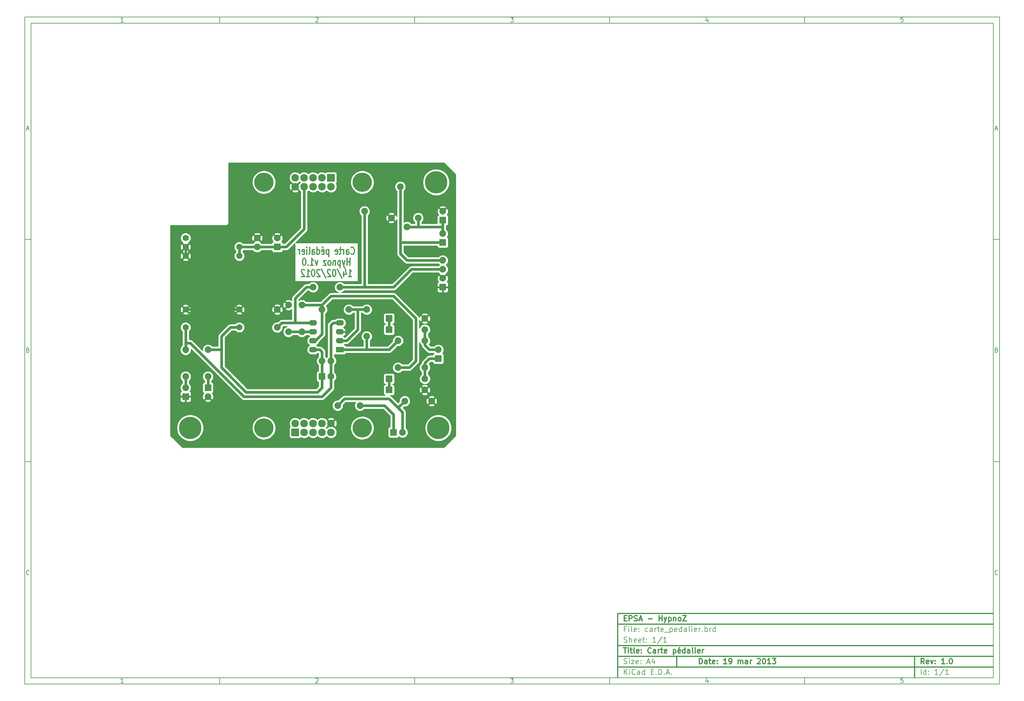
<source format=gbl>
G04 (created by PCBNEW-RS274X (2012-01-19 BZR 3256)-stable) date 19/03/2013 14:37:20*
G01*
G70*
G90*
%MOIN*%
G04 Gerber Fmt 3.4, Leading zero omitted, Abs format*
%FSLAX34Y34*%
G04 APERTURE LIST*
%ADD10C,0.006000*%
%ADD11C,0.012000*%
%ADD12C,0.215000*%
%ADD13R,0.085000X0.085000*%
%ADD14C,0.085000*%
%ADD15C,0.075000*%
%ADD16R,0.075000X0.075000*%
%ADD17C,0.070000*%
%ADD18R,0.090000X0.062000*%
%ADD19O,0.090000X0.062000*%
%ADD20C,0.250000*%
%ADD21C,0.030000*%
%ADD22C,0.010000*%
G04 APERTURE END LIST*
G54D10*
X04000Y-04000D02*
X113000Y-04000D01*
X113000Y-78670D01*
X04000Y-78670D01*
X04000Y-04000D01*
X04700Y-04700D02*
X112300Y-04700D01*
X112300Y-77970D01*
X04700Y-77970D01*
X04700Y-04700D01*
X25800Y-04000D02*
X25800Y-04700D01*
X15043Y-04552D02*
X14757Y-04552D01*
X14900Y-04552D02*
X14900Y-04052D01*
X14852Y-04124D01*
X14805Y-04171D01*
X14757Y-04195D01*
X25800Y-78670D02*
X25800Y-77970D01*
X15043Y-78522D02*
X14757Y-78522D01*
X14900Y-78522D02*
X14900Y-78022D01*
X14852Y-78094D01*
X14805Y-78141D01*
X14757Y-78165D01*
X47600Y-04000D02*
X47600Y-04700D01*
X36557Y-04100D02*
X36581Y-04076D01*
X36629Y-04052D01*
X36748Y-04052D01*
X36795Y-04076D01*
X36819Y-04100D01*
X36843Y-04148D01*
X36843Y-04195D01*
X36819Y-04267D01*
X36533Y-04552D01*
X36843Y-04552D01*
X47600Y-78670D02*
X47600Y-77970D01*
X36557Y-78070D02*
X36581Y-78046D01*
X36629Y-78022D01*
X36748Y-78022D01*
X36795Y-78046D01*
X36819Y-78070D01*
X36843Y-78118D01*
X36843Y-78165D01*
X36819Y-78237D01*
X36533Y-78522D01*
X36843Y-78522D01*
X69400Y-04000D02*
X69400Y-04700D01*
X58333Y-04052D02*
X58643Y-04052D01*
X58476Y-04243D01*
X58548Y-04243D01*
X58595Y-04267D01*
X58619Y-04290D01*
X58643Y-04338D01*
X58643Y-04457D01*
X58619Y-04505D01*
X58595Y-04529D01*
X58548Y-04552D01*
X58405Y-04552D01*
X58357Y-04529D01*
X58333Y-04505D01*
X69400Y-78670D02*
X69400Y-77970D01*
X58333Y-78022D02*
X58643Y-78022D01*
X58476Y-78213D01*
X58548Y-78213D01*
X58595Y-78237D01*
X58619Y-78260D01*
X58643Y-78308D01*
X58643Y-78427D01*
X58619Y-78475D01*
X58595Y-78499D01*
X58548Y-78522D01*
X58405Y-78522D01*
X58357Y-78499D01*
X58333Y-78475D01*
X91200Y-04000D02*
X91200Y-04700D01*
X80395Y-04219D02*
X80395Y-04552D01*
X80276Y-04029D02*
X80157Y-04386D01*
X80467Y-04386D01*
X91200Y-78670D02*
X91200Y-77970D01*
X80395Y-78189D02*
X80395Y-78522D01*
X80276Y-77999D02*
X80157Y-78356D01*
X80467Y-78356D01*
X102219Y-04052D02*
X101981Y-04052D01*
X101957Y-04290D01*
X101981Y-04267D01*
X102029Y-04243D01*
X102148Y-04243D01*
X102195Y-04267D01*
X102219Y-04290D01*
X102243Y-04338D01*
X102243Y-04457D01*
X102219Y-04505D01*
X102195Y-04529D01*
X102148Y-04552D01*
X102029Y-04552D01*
X101981Y-04529D01*
X101957Y-04505D01*
X102219Y-78022D02*
X101981Y-78022D01*
X101957Y-78260D01*
X101981Y-78237D01*
X102029Y-78213D01*
X102148Y-78213D01*
X102195Y-78237D01*
X102219Y-78260D01*
X102243Y-78308D01*
X102243Y-78427D01*
X102219Y-78475D01*
X102195Y-78499D01*
X102148Y-78522D01*
X102029Y-78522D01*
X101981Y-78499D01*
X101957Y-78475D01*
X04000Y-28890D02*
X04700Y-28890D01*
X04231Y-16510D02*
X04469Y-16510D01*
X04184Y-16652D02*
X04350Y-16152D01*
X04517Y-16652D01*
X113000Y-28890D02*
X112300Y-28890D01*
X112531Y-16510D02*
X112769Y-16510D01*
X112484Y-16652D02*
X112650Y-16152D01*
X112817Y-16652D01*
X04000Y-53780D02*
X04700Y-53780D01*
X04386Y-41280D02*
X04457Y-41304D01*
X04481Y-41328D01*
X04505Y-41376D01*
X04505Y-41447D01*
X04481Y-41495D01*
X04457Y-41519D01*
X04410Y-41542D01*
X04219Y-41542D01*
X04219Y-41042D01*
X04386Y-41042D01*
X04433Y-41066D01*
X04457Y-41090D01*
X04481Y-41138D01*
X04481Y-41185D01*
X04457Y-41233D01*
X04433Y-41257D01*
X04386Y-41280D01*
X04219Y-41280D01*
X113000Y-53780D02*
X112300Y-53780D01*
X112686Y-41280D02*
X112757Y-41304D01*
X112781Y-41328D01*
X112805Y-41376D01*
X112805Y-41447D01*
X112781Y-41495D01*
X112757Y-41519D01*
X112710Y-41542D01*
X112519Y-41542D01*
X112519Y-41042D01*
X112686Y-41042D01*
X112733Y-41066D01*
X112757Y-41090D01*
X112781Y-41138D01*
X112781Y-41185D01*
X112757Y-41233D01*
X112733Y-41257D01*
X112686Y-41280D01*
X112519Y-41280D01*
X04505Y-66385D02*
X04481Y-66409D01*
X04410Y-66432D01*
X04362Y-66432D01*
X04290Y-66409D01*
X04243Y-66361D01*
X04219Y-66313D01*
X04195Y-66218D01*
X04195Y-66147D01*
X04219Y-66051D01*
X04243Y-66004D01*
X04290Y-65956D01*
X04362Y-65932D01*
X04410Y-65932D01*
X04481Y-65956D01*
X04505Y-65980D01*
X112805Y-66385D02*
X112781Y-66409D01*
X112710Y-66432D01*
X112662Y-66432D01*
X112590Y-66409D01*
X112543Y-66361D01*
X112519Y-66313D01*
X112495Y-66218D01*
X112495Y-66147D01*
X112519Y-66051D01*
X112543Y-66004D01*
X112590Y-65956D01*
X112662Y-65932D01*
X112710Y-65932D01*
X112781Y-65956D01*
X112805Y-65980D01*
G54D11*
X79443Y-76413D02*
X79443Y-75813D01*
X79586Y-75813D01*
X79671Y-75841D01*
X79729Y-75899D01*
X79757Y-75956D01*
X79786Y-76070D01*
X79786Y-76156D01*
X79757Y-76270D01*
X79729Y-76327D01*
X79671Y-76384D01*
X79586Y-76413D01*
X79443Y-76413D01*
X80300Y-76413D02*
X80300Y-76099D01*
X80271Y-76041D01*
X80214Y-76013D01*
X80100Y-76013D01*
X80043Y-76041D01*
X80300Y-76384D02*
X80243Y-76413D01*
X80100Y-76413D01*
X80043Y-76384D01*
X80014Y-76327D01*
X80014Y-76270D01*
X80043Y-76213D01*
X80100Y-76184D01*
X80243Y-76184D01*
X80300Y-76156D01*
X80500Y-76013D02*
X80729Y-76013D01*
X80586Y-75813D02*
X80586Y-76327D01*
X80614Y-76384D01*
X80672Y-76413D01*
X80729Y-76413D01*
X81157Y-76384D02*
X81100Y-76413D01*
X80986Y-76413D01*
X80929Y-76384D01*
X80900Y-76327D01*
X80900Y-76099D01*
X80929Y-76041D01*
X80986Y-76013D01*
X81100Y-76013D01*
X81157Y-76041D01*
X81186Y-76099D01*
X81186Y-76156D01*
X80900Y-76213D01*
X81443Y-76356D02*
X81471Y-76384D01*
X81443Y-76413D01*
X81414Y-76384D01*
X81443Y-76356D01*
X81443Y-76413D01*
X81443Y-76041D02*
X81471Y-76070D01*
X81443Y-76099D01*
X81414Y-76070D01*
X81443Y-76041D01*
X81443Y-76099D01*
X82500Y-76413D02*
X82157Y-76413D01*
X82329Y-76413D02*
X82329Y-75813D01*
X82272Y-75899D01*
X82214Y-75956D01*
X82157Y-75984D01*
X82785Y-76413D02*
X82900Y-76413D01*
X82957Y-76384D01*
X82985Y-76356D01*
X83043Y-76270D01*
X83071Y-76156D01*
X83071Y-75927D01*
X83043Y-75870D01*
X83014Y-75841D01*
X82957Y-75813D01*
X82843Y-75813D01*
X82785Y-75841D01*
X82757Y-75870D01*
X82728Y-75927D01*
X82728Y-76070D01*
X82757Y-76127D01*
X82785Y-76156D01*
X82843Y-76184D01*
X82957Y-76184D01*
X83014Y-76156D01*
X83043Y-76127D01*
X83071Y-76070D01*
X83785Y-76413D02*
X83785Y-76013D01*
X83785Y-76070D02*
X83813Y-76041D01*
X83871Y-76013D01*
X83956Y-76013D01*
X84013Y-76041D01*
X84042Y-76099D01*
X84042Y-76413D01*
X84042Y-76099D02*
X84071Y-76041D01*
X84128Y-76013D01*
X84213Y-76013D01*
X84271Y-76041D01*
X84299Y-76099D01*
X84299Y-76413D01*
X84842Y-76413D02*
X84842Y-76099D01*
X84813Y-76041D01*
X84756Y-76013D01*
X84642Y-76013D01*
X84585Y-76041D01*
X84842Y-76384D02*
X84785Y-76413D01*
X84642Y-76413D01*
X84585Y-76384D01*
X84556Y-76327D01*
X84556Y-76270D01*
X84585Y-76213D01*
X84642Y-76184D01*
X84785Y-76184D01*
X84842Y-76156D01*
X85128Y-76413D02*
X85128Y-76013D01*
X85128Y-76127D02*
X85156Y-76070D01*
X85185Y-76041D01*
X85242Y-76013D01*
X85299Y-76013D01*
X85927Y-75870D02*
X85956Y-75841D01*
X86013Y-75813D01*
X86156Y-75813D01*
X86213Y-75841D01*
X86242Y-75870D01*
X86270Y-75927D01*
X86270Y-75984D01*
X86242Y-76070D01*
X85899Y-76413D01*
X86270Y-76413D01*
X86641Y-75813D02*
X86698Y-75813D01*
X86755Y-75841D01*
X86784Y-75870D01*
X86813Y-75927D01*
X86841Y-76041D01*
X86841Y-76184D01*
X86813Y-76299D01*
X86784Y-76356D01*
X86755Y-76384D01*
X86698Y-76413D01*
X86641Y-76413D01*
X86584Y-76384D01*
X86555Y-76356D01*
X86527Y-76299D01*
X86498Y-76184D01*
X86498Y-76041D01*
X86527Y-75927D01*
X86555Y-75870D01*
X86584Y-75841D01*
X86641Y-75813D01*
X87412Y-76413D02*
X87069Y-76413D01*
X87241Y-76413D02*
X87241Y-75813D01*
X87184Y-75899D01*
X87126Y-75956D01*
X87069Y-75984D01*
X87612Y-75813D02*
X87983Y-75813D01*
X87783Y-76041D01*
X87869Y-76041D01*
X87926Y-76070D01*
X87955Y-76099D01*
X87983Y-76156D01*
X87983Y-76299D01*
X87955Y-76356D01*
X87926Y-76384D01*
X87869Y-76413D01*
X87697Y-76413D01*
X87640Y-76384D01*
X87612Y-76356D01*
G54D10*
X71043Y-77613D02*
X71043Y-77013D01*
X71386Y-77613D02*
X71129Y-77270D01*
X71386Y-77013D02*
X71043Y-77356D01*
X71643Y-77613D02*
X71643Y-77213D01*
X71643Y-77013D02*
X71614Y-77041D01*
X71643Y-77070D01*
X71671Y-77041D01*
X71643Y-77013D01*
X71643Y-77070D01*
X72272Y-77556D02*
X72243Y-77584D01*
X72157Y-77613D01*
X72100Y-77613D01*
X72015Y-77584D01*
X71957Y-77527D01*
X71929Y-77470D01*
X71900Y-77356D01*
X71900Y-77270D01*
X71929Y-77156D01*
X71957Y-77099D01*
X72015Y-77041D01*
X72100Y-77013D01*
X72157Y-77013D01*
X72243Y-77041D01*
X72272Y-77070D01*
X72786Y-77613D02*
X72786Y-77299D01*
X72757Y-77241D01*
X72700Y-77213D01*
X72586Y-77213D01*
X72529Y-77241D01*
X72786Y-77584D02*
X72729Y-77613D01*
X72586Y-77613D01*
X72529Y-77584D01*
X72500Y-77527D01*
X72500Y-77470D01*
X72529Y-77413D01*
X72586Y-77384D01*
X72729Y-77384D01*
X72786Y-77356D01*
X73329Y-77613D02*
X73329Y-77013D01*
X73329Y-77584D02*
X73272Y-77613D01*
X73158Y-77613D01*
X73100Y-77584D01*
X73072Y-77556D01*
X73043Y-77499D01*
X73043Y-77327D01*
X73072Y-77270D01*
X73100Y-77241D01*
X73158Y-77213D01*
X73272Y-77213D01*
X73329Y-77241D01*
X74072Y-77299D02*
X74272Y-77299D01*
X74358Y-77613D02*
X74072Y-77613D01*
X74072Y-77013D01*
X74358Y-77013D01*
X74615Y-77556D02*
X74643Y-77584D01*
X74615Y-77613D01*
X74586Y-77584D01*
X74615Y-77556D01*
X74615Y-77613D01*
X74901Y-77613D02*
X74901Y-77013D01*
X75044Y-77013D01*
X75129Y-77041D01*
X75187Y-77099D01*
X75215Y-77156D01*
X75244Y-77270D01*
X75244Y-77356D01*
X75215Y-77470D01*
X75187Y-77527D01*
X75129Y-77584D01*
X75044Y-77613D01*
X74901Y-77613D01*
X75501Y-77556D02*
X75529Y-77584D01*
X75501Y-77613D01*
X75472Y-77584D01*
X75501Y-77556D01*
X75501Y-77613D01*
X75758Y-77441D02*
X76044Y-77441D01*
X75701Y-77613D02*
X75901Y-77013D01*
X76101Y-77613D01*
X76301Y-77556D02*
X76329Y-77584D01*
X76301Y-77613D01*
X76272Y-77584D01*
X76301Y-77556D01*
X76301Y-77613D01*
G54D11*
X104586Y-76413D02*
X104386Y-76127D01*
X104243Y-76413D02*
X104243Y-75813D01*
X104471Y-75813D01*
X104529Y-75841D01*
X104557Y-75870D01*
X104586Y-75927D01*
X104586Y-76013D01*
X104557Y-76070D01*
X104529Y-76099D01*
X104471Y-76127D01*
X104243Y-76127D01*
X105071Y-76384D02*
X105014Y-76413D01*
X104900Y-76413D01*
X104843Y-76384D01*
X104814Y-76327D01*
X104814Y-76099D01*
X104843Y-76041D01*
X104900Y-76013D01*
X105014Y-76013D01*
X105071Y-76041D01*
X105100Y-76099D01*
X105100Y-76156D01*
X104814Y-76213D01*
X105300Y-76013D02*
X105443Y-76413D01*
X105585Y-76013D01*
X105814Y-76356D02*
X105842Y-76384D01*
X105814Y-76413D01*
X105785Y-76384D01*
X105814Y-76356D01*
X105814Y-76413D01*
X105814Y-76041D02*
X105842Y-76070D01*
X105814Y-76099D01*
X105785Y-76070D01*
X105814Y-76041D01*
X105814Y-76099D01*
X106871Y-76413D02*
X106528Y-76413D01*
X106700Y-76413D02*
X106700Y-75813D01*
X106643Y-75899D01*
X106585Y-75956D01*
X106528Y-75984D01*
X107128Y-76356D02*
X107156Y-76384D01*
X107128Y-76413D01*
X107099Y-76384D01*
X107128Y-76356D01*
X107128Y-76413D01*
X107528Y-75813D02*
X107585Y-75813D01*
X107642Y-75841D01*
X107671Y-75870D01*
X107700Y-75927D01*
X107728Y-76041D01*
X107728Y-76184D01*
X107700Y-76299D01*
X107671Y-76356D01*
X107642Y-76384D01*
X107585Y-76413D01*
X107528Y-76413D01*
X107471Y-76384D01*
X107442Y-76356D01*
X107414Y-76299D01*
X107385Y-76184D01*
X107385Y-76041D01*
X107414Y-75927D01*
X107442Y-75870D01*
X107471Y-75841D01*
X107528Y-75813D01*
G54D10*
X71014Y-76384D02*
X71100Y-76413D01*
X71243Y-76413D01*
X71300Y-76384D01*
X71329Y-76356D01*
X71357Y-76299D01*
X71357Y-76241D01*
X71329Y-76184D01*
X71300Y-76156D01*
X71243Y-76127D01*
X71129Y-76099D01*
X71071Y-76070D01*
X71043Y-76041D01*
X71014Y-75984D01*
X71014Y-75927D01*
X71043Y-75870D01*
X71071Y-75841D01*
X71129Y-75813D01*
X71271Y-75813D01*
X71357Y-75841D01*
X71614Y-76413D02*
X71614Y-76013D01*
X71614Y-75813D02*
X71585Y-75841D01*
X71614Y-75870D01*
X71642Y-75841D01*
X71614Y-75813D01*
X71614Y-75870D01*
X71843Y-76013D02*
X72157Y-76013D01*
X71843Y-76413D01*
X72157Y-76413D01*
X72614Y-76384D02*
X72557Y-76413D01*
X72443Y-76413D01*
X72386Y-76384D01*
X72357Y-76327D01*
X72357Y-76099D01*
X72386Y-76041D01*
X72443Y-76013D01*
X72557Y-76013D01*
X72614Y-76041D01*
X72643Y-76099D01*
X72643Y-76156D01*
X72357Y-76213D01*
X72900Y-76356D02*
X72928Y-76384D01*
X72900Y-76413D01*
X72871Y-76384D01*
X72900Y-76356D01*
X72900Y-76413D01*
X72900Y-76041D02*
X72928Y-76070D01*
X72900Y-76099D01*
X72871Y-76070D01*
X72900Y-76041D01*
X72900Y-76099D01*
X73614Y-76241D02*
X73900Y-76241D01*
X73557Y-76413D02*
X73757Y-75813D01*
X73957Y-76413D01*
X74414Y-76013D02*
X74414Y-76413D01*
X74271Y-75784D02*
X74128Y-76213D01*
X74500Y-76213D01*
X104243Y-77613D02*
X104243Y-77013D01*
X104786Y-77613D02*
X104786Y-77013D01*
X104786Y-77584D02*
X104729Y-77613D01*
X104615Y-77613D01*
X104557Y-77584D01*
X104529Y-77556D01*
X104500Y-77499D01*
X104500Y-77327D01*
X104529Y-77270D01*
X104557Y-77241D01*
X104615Y-77213D01*
X104729Y-77213D01*
X104786Y-77241D01*
X105072Y-77556D02*
X105100Y-77584D01*
X105072Y-77613D01*
X105043Y-77584D01*
X105072Y-77556D01*
X105072Y-77613D01*
X105072Y-77241D02*
X105100Y-77270D01*
X105072Y-77299D01*
X105043Y-77270D01*
X105072Y-77241D01*
X105072Y-77299D01*
X106129Y-77613D02*
X105786Y-77613D01*
X105958Y-77613D02*
X105958Y-77013D01*
X105901Y-77099D01*
X105843Y-77156D01*
X105786Y-77184D01*
X106814Y-76984D02*
X106300Y-77756D01*
X107329Y-77613D02*
X106986Y-77613D01*
X107158Y-77613D02*
X107158Y-77013D01*
X107101Y-77099D01*
X107043Y-77156D01*
X106986Y-77184D01*
G54D11*
X70957Y-74613D02*
X71300Y-74613D01*
X71129Y-75213D02*
X71129Y-74613D01*
X71500Y-75213D02*
X71500Y-74813D01*
X71500Y-74613D02*
X71471Y-74641D01*
X71500Y-74670D01*
X71528Y-74641D01*
X71500Y-74613D01*
X71500Y-74670D01*
X71700Y-74813D02*
X71929Y-74813D01*
X71786Y-74613D02*
X71786Y-75127D01*
X71814Y-75184D01*
X71872Y-75213D01*
X71929Y-75213D01*
X72215Y-75213D02*
X72157Y-75184D01*
X72129Y-75127D01*
X72129Y-74613D01*
X72671Y-75184D02*
X72614Y-75213D01*
X72500Y-75213D01*
X72443Y-75184D01*
X72414Y-75127D01*
X72414Y-74899D01*
X72443Y-74841D01*
X72500Y-74813D01*
X72614Y-74813D01*
X72671Y-74841D01*
X72700Y-74899D01*
X72700Y-74956D01*
X72414Y-75013D01*
X72957Y-75156D02*
X72985Y-75184D01*
X72957Y-75213D01*
X72928Y-75184D01*
X72957Y-75156D01*
X72957Y-75213D01*
X72957Y-74841D02*
X72985Y-74870D01*
X72957Y-74899D01*
X72928Y-74870D01*
X72957Y-74841D01*
X72957Y-74899D01*
X74043Y-75156D02*
X74014Y-75184D01*
X73928Y-75213D01*
X73871Y-75213D01*
X73786Y-75184D01*
X73728Y-75127D01*
X73700Y-75070D01*
X73671Y-74956D01*
X73671Y-74870D01*
X73700Y-74756D01*
X73728Y-74699D01*
X73786Y-74641D01*
X73871Y-74613D01*
X73928Y-74613D01*
X74014Y-74641D01*
X74043Y-74670D01*
X74557Y-75213D02*
X74557Y-74899D01*
X74528Y-74841D01*
X74471Y-74813D01*
X74357Y-74813D01*
X74300Y-74841D01*
X74557Y-75184D02*
X74500Y-75213D01*
X74357Y-75213D01*
X74300Y-75184D01*
X74271Y-75127D01*
X74271Y-75070D01*
X74300Y-75013D01*
X74357Y-74984D01*
X74500Y-74984D01*
X74557Y-74956D01*
X74843Y-75213D02*
X74843Y-74813D01*
X74843Y-74927D02*
X74871Y-74870D01*
X74900Y-74841D01*
X74957Y-74813D01*
X75014Y-74813D01*
X75128Y-74813D02*
X75357Y-74813D01*
X75214Y-74613D02*
X75214Y-75127D01*
X75242Y-75184D01*
X75300Y-75213D01*
X75357Y-75213D01*
X75785Y-75184D02*
X75728Y-75213D01*
X75614Y-75213D01*
X75557Y-75184D01*
X75528Y-75127D01*
X75528Y-74899D01*
X75557Y-74841D01*
X75614Y-74813D01*
X75728Y-74813D01*
X75785Y-74841D01*
X75814Y-74899D01*
X75814Y-74956D01*
X75528Y-75013D01*
X76528Y-74813D02*
X76528Y-75413D01*
X76528Y-74841D02*
X76585Y-74813D01*
X76699Y-74813D01*
X76756Y-74841D01*
X76785Y-74870D01*
X76814Y-74927D01*
X76814Y-75099D01*
X76785Y-75156D01*
X76756Y-75184D01*
X76699Y-75213D01*
X76585Y-75213D01*
X76528Y-75184D01*
X77299Y-75184D02*
X77242Y-75213D01*
X77128Y-75213D01*
X77071Y-75184D01*
X77042Y-75127D01*
X77042Y-74899D01*
X77071Y-74841D01*
X77128Y-74813D01*
X77242Y-74813D01*
X77299Y-74841D01*
X77328Y-74899D01*
X77328Y-74956D01*
X77042Y-75013D01*
X77242Y-74584D02*
X77157Y-74670D01*
X77842Y-75213D02*
X77842Y-74613D01*
X77842Y-75184D02*
X77785Y-75213D01*
X77671Y-75213D01*
X77613Y-75184D01*
X77585Y-75156D01*
X77556Y-75099D01*
X77556Y-74927D01*
X77585Y-74870D01*
X77613Y-74841D01*
X77671Y-74813D01*
X77785Y-74813D01*
X77842Y-74841D01*
X78385Y-75213D02*
X78385Y-74899D01*
X78356Y-74841D01*
X78299Y-74813D01*
X78185Y-74813D01*
X78128Y-74841D01*
X78385Y-75184D02*
X78328Y-75213D01*
X78185Y-75213D01*
X78128Y-75184D01*
X78099Y-75127D01*
X78099Y-75070D01*
X78128Y-75013D01*
X78185Y-74984D01*
X78328Y-74984D01*
X78385Y-74956D01*
X78757Y-75213D02*
X78699Y-75184D01*
X78671Y-75127D01*
X78671Y-74613D01*
X78985Y-75213D02*
X78985Y-74813D01*
X78985Y-74613D02*
X78956Y-74641D01*
X78985Y-74670D01*
X79013Y-74641D01*
X78985Y-74613D01*
X78985Y-74670D01*
X79499Y-75184D02*
X79442Y-75213D01*
X79328Y-75213D01*
X79271Y-75184D01*
X79242Y-75127D01*
X79242Y-74899D01*
X79271Y-74841D01*
X79328Y-74813D01*
X79442Y-74813D01*
X79499Y-74841D01*
X79528Y-74899D01*
X79528Y-74956D01*
X79242Y-75013D01*
X79785Y-75213D02*
X79785Y-74813D01*
X79785Y-74927D02*
X79813Y-74870D01*
X79842Y-74841D01*
X79899Y-74813D01*
X79956Y-74813D01*
G54D10*
X71243Y-72499D02*
X71043Y-72499D01*
X71043Y-72813D02*
X71043Y-72213D01*
X71329Y-72213D01*
X71557Y-72813D02*
X71557Y-72413D01*
X71557Y-72213D02*
X71528Y-72241D01*
X71557Y-72270D01*
X71585Y-72241D01*
X71557Y-72213D01*
X71557Y-72270D01*
X71929Y-72813D02*
X71871Y-72784D01*
X71843Y-72727D01*
X71843Y-72213D01*
X72385Y-72784D02*
X72328Y-72813D01*
X72214Y-72813D01*
X72157Y-72784D01*
X72128Y-72727D01*
X72128Y-72499D01*
X72157Y-72441D01*
X72214Y-72413D01*
X72328Y-72413D01*
X72385Y-72441D01*
X72414Y-72499D01*
X72414Y-72556D01*
X72128Y-72613D01*
X72671Y-72756D02*
X72699Y-72784D01*
X72671Y-72813D01*
X72642Y-72784D01*
X72671Y-72756D01*
X72671Y-72813D01*
X72671Y-72441D02*
X72699Y-72470D01*
X72671Y-72499D01*
X72642Y-72470D01*
X72671Y-72441D01*
X72671Y-72499D01*
X73671Y-72784D02*
X73614Y-72813D01*
X73500Y-72813D01*
X73442Y-72784D01*
X73414Y-72756D01*
X73385Y-72699D01*
X73385Y-72527D01*
X73414Y-72470D01*
X73442Y-72441D01*
X73500Y-72413D01*
X73614Y-72413D01*
X73671Y-72441D01*
X74185Y-72813D02*
X74185Y-72499D01*
X74156Y-72441D01*
X74099Y-72413D01*
X73985Y-72413D01*
X73928Y-72441D01*
X74185Y-72784D02*
X74128Y-72813D01*
X73985Y-72813D01*
X73928Y-72784D01*
X73899Y-72727D01*
X73899Y-72670D01*
X73928Y-72613D01*
X73985Y-72584D01*
X74128Y-72584D01*
X74185Y-72556D01*
X74471Y-72813D02*
X74471Y-72413D01*
X74471Y-72527D02*
X74499Y-72470D01*
X74528Y-72441D01*
X74585Y-72413D01*
X74642Y-72413D01*
X74756Y-72413D02*
X74985Y-72413D01*
X74842Y-72213D02*
X74842Y-72727D01*
X74870Y-72784D01*
X74928Y-72813D01*
X74985Y-72813D01*
X75413Y-72784D02*
X75356Y-72813D01*
X75242Y-72813D01*
X75185Y-72784D01*
X75156Y-72727D01*
X75156Y-72499D01*
X75185Y-72441D01*
X75242Y-72413D01*
X75356Y-72413D01*
X75413Y-72441D01*
X75442Y-72499D01*
X75442Y-72556D01*
X75156Y-72613D01*
X75556Y-72870D02*
X76013Y-72870D01*
X76156Y-72413D02*
X76156Y-73013D01*
X76156Y-72441D02*
X76213Y-72413D01*
X76327Y-72413D01*
X76384Y-72441D01*
X76413Y-72470D01*
X76442Y-72527D01*
X76442Y-72699D01*
X76413Y-72756D01*
X76384Y-72784D01*
X76327Y-72813D01*
X76213Y-72813D01*
X76156Y-72784D01*
X76927Y-72784D02*
X76870Y-72813D01*
X76756Y-72813D01*
X76699Y-72784D01*
X76670Y-72727D01*
X76670Y-72499D01*
X76699Y-72441D01*
X76756Y-72413D01*
X76870Y-72413D01*
X76927Y-72441D01*
X76956Y-72499D01*
X76956Y-72556D01*
X76670Y-72613D01*
X77470Y-72813D02*
X77470Y-72213D01*
X77470Y-72784D02*
X77413Y-72813D01*
X77299Y-72813D01*
X77241Y-72784D01*
X77213Y-72756D01*
X77184Y-72699D01*
X77184Y-72527D01*
X77213Y-72470D01*
X77241Y-72441D01*
X77299Y-72413D01*
X77413Y-72413D01*
X77470Y-72441D01*
X78013Y-72813D02*
X78013Y-72499D01*
X77984Y-72441D01*
X77927Y-72413D01*
X77813Y-72413D01*
X77756Y-72441D01*
X78013Y-72784D02*
X77956Y-72813D01*
X77813Y-72813D01*
X77756Y-72784D01*
X77727Y-72727D01*
X77727Y-72670D01*
X77756Y-72613D01*
X77813Y-72584D01*
X77956Y-72584D01*
X78013Y-72556D01*
X78385Y-72813D02*
X78327Y-72784D01*
X78299Y-72727D01*
X78299Y-72213D01*
X78613Y-72813D02*
X78613Y-72413D01*
X78613Y-72213D02*
X78584Y-72241D01*
X78613Y-72270D01*
X78641Y-72241D01*
X78613Y-72213D01*
X78613Y-72270D01*
X79127Y-72784D02*
X79070Y-72813D01*
X78956Y-72813D01*
X78899Y-72784D01*
X78870Y-72727D01*
X78870Y-72499D01*
X78899Y-72441D01*
X78956Y-72413D01*
X79070Y-72413D01*
X79127Y-72441D01*
X79156Y-72499D01*
X79156Y-72556D01*
X78870Y-72613D01*
X79413Y-72813D02*
X79413Y-72413D01*
X79413Y-72527D02*
X79441Y-72470D01*
X79470Y-72441D01*
X79527Y-72413D01*
X79584Y-72413D01*
X79784Y-72756D02*
X79812Y-72784D01*
X79784Y-72813D01*
X79755Y-72784D01*
X79784Y-72756D01*
X79784Y-72813D01*
X80070Y-72813D02*
X80070Y-72213D01*
X80070Y-72441D02*
X80127Y-72413D01*
X80241Y-72413D01*
X80298Y-72441D01*
X80327Y-72470D01*
X80356Y-72527D01*
X80356Y-72699D01*
X80327Y-72756D01*
X80298Y-72784D01*
X80241Y-72813D01*
X80127Y-72813D01*
X80070Y-72784D01*
X80613Y-72813D02*
X80613Y-72413D01*
X80613Y-72527D02*
X80641Y-72470D01*
X80670Y-72441D01*
X80727Y-72413D01*
X80784Y-72413D01*
X81241Y-72813D02*
X81241Y-72213D01*
X81241Y-72784D02*
X81184Y-72813D01*
X81070Y-72813D01*
X81012Y-72784D01*
X80984Y-72756D01*
X80955Y-72699D01*
X80955Y-72527D01*
X80984Y-72470D01*
X81012Y-72441D01*
X81070Y-72413D01*
X81184Y-72413D01*
X81241Y-72441D01*
X71014Y-73984D02*
X71100Y-74013D01*
X71243Y-74013D01*
X71300Y-73984D01*
X71329Y-73956D01*
X71357Y-73899D01*
X71357Y-73841D01*
X71329Y-73784D01*
X71300Y-73756D01*
X71243Y-73727D01*
X71129Y-73699D01*
X71071Y-73670D01*
X71043Y-73641D01*
X71014Y-73584D01*
X71014Y-73527D01*
X71043Y-73470D01*
X71071Y-73441D01*
X71129Y-73413D01*
X71271Y-73413D01*
X71357Y-73441D01*
X71614Y-74013D02*
X71614Y-73413D01*
X71871Y-74013D02*
X71871Y-73699D01*
X71842Y-73641D01*
X71785Y-73613D01*
X71700Y-73613D01*
X71642Y-73641D01*
X71614Y-73670D01*
X72385Y-73984D02*
X72328Y-74013D01*
X72214Y-74013D01*
X72157Y-73984D01*
X72128Y-73927D01*
X72128Y-73699D01*
X72157Y-73641D01*
X72214Y-73613D01*
X72328Y-73613D01*
X72385Y-73641D01*
X72414Y-73699D01*
X72414Y-73756D01*
X72128Y-73813D01*
X72899Y-73984D02*
X72842Y-74013D01*
X72728Y-74013D01*
X72671Y-73984D01*
X72642Y-73927D01*
X72642Y-73699D01*
X72671Y-73641D01*
X72728Y-73613D01*
X72842Y-73613D01*
X72899Y-73641D01*
X72928Y-73699D01*
X72928Y-73756D01*
X72642Y-73813D01*
X73099Y-73613D02*
X73328Y-73613D01*
X73185Y-73413D02*
X73185Y-73927D01*
X73213Y-73984D01*
X73271Y-74013D01*
X73328Y-74013D01*
X73528Y-73956D02*
X73556Y-73984D01*
X73528Y-74013D01*
X73499Y-73984D01*
X73528Y-73956D01*
X73528Y-74013D01*
X73528Y-73641D02*
X73556Y-73670D01*
X73528Y-73699D01*
X73499Y-73670D01*
X73528Y-73641D01*
X73528Y-73699D01*
X74585Y-74013D02*
X74242Y-74013D01*
X74414Y-74013D02*
X74414Y-73413D01*
X74357Y-73499D01*
X74299Y-73556D01*
X74242Y-73584D01*
X75270Y-73384D02*
X74756Y-74156D01*
X75785Y-74013D02*
X75442Y-74013D01*
X75614Y-74013D02*
X75614Y-73413D01*
X75557Y-73499D01*
X75499Y-73556D01*
X75442Y-73584D01*
G54D11*
X71043Y-71299D02*
X71243Y-71299D01*
X71329Y-71613D02*
X71043Y-71613D01*
X71043Y-71013D01*
X71329Y-71013D01*
X71586Y-71613D02*
X71586Y-71013D01*
X71814Y-71013D01*
X71872Y-71041D01*
X71900Y-71070D01*
X71929Y-71127D01*
X71929Y-71213D01*
X71900Y-71270D01*
X71872Y-71299D01*
X71814Y-71327D01*
X71586Y-71327D01*
X72157Y-71584D02*
X72243Y-71613D01*
X72386Y-71613D01*
X72443Y-71584D01*
X72472Y-71556D01*
X72500Y-71499D01*
X72500Y-71441D01*
X72472Y-71384D01*
X72443Y-71356D01*
X72386Y-71327D01*
X72272Y-71299D01*
X72214Y-71270D01*
X72186Y-71241D01*
X72157Y-71184D01*
X72157Y-71127D01*
X72186Y-71070D01*
X72214Y-71041D01*
X72272Y-71013D01*
X72414Y-71013D01*
X72500Y-71041D01*
X72728Y-71441D02*
X73014Y-71441D01*
X72671Y-71613D02*
X72871Y-71013D01*
X73071Y-71613D01*
X73728Y-71384D02*
X74185Y-71384D01*
X74928Y-71613D02*
X74928Y-71013D01*
X74928Y-71299D02*
X75271Y-71299D01*
X75271Y-71613D02*
X75271Y-71013D01*
X75500Y-71213D02*
X75643Y-71613D01*
X75785Y-71213D02*
X75643Y-71613D01*
X75585Y-71756D01*
X75557Y-71784D01*
X75500Y-71813D01*
X76014Y-71213D02*
X76014Y-71813D01*
X76014Y-71241D02*
X76071Y-71213D01*
X76185Y-71213D01*
X76242Y-71241D01*
X76271Y-71270D01*
X76300Y-71327D01*
X76300Y-71499D01*
X76271Y-71556D01*
X76242Y-71584D01*
X76185Y-71613D01*
X76071Y-71613D01*
X76014Y-71584D01*
X76557Y-71213D02*
X76557Y-71613D01*
X76557Y-71270D02*
X76585Y-71241D01*
X76643Y-71213D01*
X76728Y-71213D01*
X76785Y-71241D01*
X76814Y-71299D01*
X76814Y-71613D01*
X77186Y-71613D02*
X77128Y-71584D01*
X77100Y-71556D01*
X77071Y-71499D01*
X77071Y-71327D01*
X77100Y-71270D01*
X77128Y-71241D01*
X77186Y-71213D01*
X77271Y-71213D01*
X77328Y-71241D01*
X77357Y-71270D01*
X77386Y-71327D01*
X77386Y-71499D01*
X77357Y-71556D01*
X77328Y-71584D01*
X77271Y-71613D01*
X77186Y-71613D01*
X77586Y-71013D02*
X77986Y-71013D01*
X77586Y-71613D01*
X77986Y-71613D01*
X70300Y-70770D02*
X70300Y-77970D01*
X70300Y-71970D02*
X112300Y-71970D01*
X70300Y-70770D02*
X112300Y-70770D01*
X70300Y-74370D02*
X112300Y-74370D01*
X103500Y-75570D02*
X103500Y-77970D01*
X70300Y-76770D02*
X112300Y-76770D01*
X70300Y-75570D02*
X112300Y-75570D01*
X76900Y-75570D02*
X76900Y-76770D01*
X40492Y-30498D02*
X40521Y-30536D01*
X40607Y-30574D01*
X40664Y-30574D01*
X40749Y-30536D01*
X40807Y-30460D01*
X40835Y-30383D01*
X40864Y-30231D01*
X40864Y-30117D01*
X40835Y-29964D01*
X40807Y-29888D01*
X40749Y-29812D01*
X40664Y-29774D01*
X40607Y-29774D01*
X40521Y-29812D01*
X40492Y-29850D01*
X39978Y-30574D02*
X39978Y-30155D01*
X40007Y-30079D01*
X40064Y-30040D01*
X40178Y-30040D01*
X40235Y-30079D01*
X39978Y-30536D02*
X40035Y-30574D01*
X40178Y-30574D01*
X40235Y-30536D01*
X40264Y-30460D01*
X40264Y-30383D01*
X40235Y-30307D01*
X40178Y-30269D01*
X40035Y-30269D01*
X39978Y-30231D01*
X39692Y-30574D02*
X39692Y-30040D01*
X39692Y-30193D02*
X39664Y-30117D01*
X39635Y-30079D01*
X39578Y-30040D01*
X39521Y-30040D01*
X39407Y-30040D02*
X39178Y-30040D01*
X39321Y-29774D02*
X39321Y-30460D01*
X39293Y-30536D01*
X39235Y-30574D01*
X39178Y-30574D01*
X38750Y-30536D02*
X38807Y-30574D01*
X38921Y-30574D01*
X38978Y-30536D01*
X39007Y-30460D01*
X39007Y-30155D01*
X38978Y-30079D01*
X38921Y-30040D01*
X38807Y-30040D01*
X38750Y-30079D01*
X38721Y-30155D01*
X38721Y-30231D01*
X39007Y-30307D01*
X38007Y-30040D02*
X38007Y-30840D01*
X38007Y-30079D02*
X37950Y-30040D01*
X37836Y-30040D01*
X37779Y-30079D01*
X37750Y-30117D01*
X37721Y-30193D01*
X37721Y-30421D01*
X37750Y-30498D01*
X37779Y-30536D01*
X37836Y-30574D01*
X37950Y-30574D01*
X38007Y-30536D01*
X37236Y-30536D02*
X37293Y-30574D01*
X37407Y-30574D01*
X37464Y-30536D01*
X37493Y-30460D01*
X37493Y-30155D01*
X37464Y-30079D01*
X37407Y-30040D01*
X37293Y-30040D01*
X37236Y-30079D01*
X37207Y-30155D01*
X37207Y-30231D01*
X37493Y-30307D01*
X37293Y-29736D02*
X37378Y-29850D01*
X36693Y-30574D02*
X36693Y-29774D01*
X36693Y-30536D02*
X36750Y-30574D01*
X36864Y-30574D01*
X36922Y-30536D01*
X36950Y-30498D01*
X36979Y-30421D01*
X36979Y-30193D01*
X36950Y-30117D01*
X36922Y-30079D01*
X36864Y-30040D01*
X36750Y-30040D01*
X36693Y-30079D01*
X36150Y-30574D02*
X36150Y-30155D01*
X36179Y-30079D01*
X36236Y-30040D01*
X36350Y-30040D01*
X36407Y-30079D01*
X36150Y-30536D02*
X36207Y-30574D01*
X36350Y-30574D01*
X36407Y-30536D01*
X36436Y-30460D01*
X36436Y-30383D01*
X36407Y-30307D01*
X36350Y-30269D01*
X36207Y-30269D01*
X36150Y-30231D01*
X35778Y-30574D02*
X35836Y-30536D01*
X35864Y-30460D01*
X35864Y-29774D01*
X35550Y-30574D02*
X35550Y-30040D01*
X35550Y-29774D02*
X35579Y-29812D01*
X35550Y-29850D01*
X35522Y-29812D01*
X35550Y-29774D01*
X35550Y-29850D01*
X35036Y-30536D02*
X35093Y-30574D01*
X35207Y-30574D01*
X35264Y-30536D01*
X35293Y-30460D01*
X35293Y-30155D01*
X35264Y-30079D01*
X35207Y-30040D01*
X35093Y-30040D01*
X35036Y-30079D01*
X35007Y-30155D01*
X35007Y-30231D01*
X35293Y-30307D01*
X34750Y-30574D02*
X34750Y-30040D01*
X34750Y-30193D02*
X34722Y-30117D01*
X34693Y-30079D01*
X34636Y-30040D01*
X34579Y-30040D01*
X40378Y-31814D02*
X40378Y-31014D01*
X40378Y-31395D02*
X40035Y-31395D01*
X40035Y-31814D02*
X40035Y-31014D01*
X39806Y-31280D02*
X39663Y-31814D01*
X39521Y-31280D02*
X39663Y-31814D01*
X39721Y-32004D01*
X39749Y-32042D01*
X39806Y-32080D01*
X39292Y-31280D02*
X39292Y-32080D01*
X39292Y-31319D02*
X39235Y-31280D01*
X39121Y-31280D01*
X39064Y-31319D01*
X39035Y-31357D01*
X39006Y-31433D01*
X39006Y-31661D01*
X39035Y-31738D01*
X39064Y-31776D01*
X39121Y-31814D01*
X39235Y-31814D01*
X39292Y-31776D01*
X38749Y-31280D02*
X38749Y-31814D01*
X38749Y-31357D02*
X38721Y-31319D01*
X38663Y-31280D01*
X38578Y-31280D01*
X38521Y-31319D01*
X38492Y-31395D01*
X38492Y-31814D01*
X38120Y-31814D02*
X38178Y-31776D01*
X38206Y-31738D01*
X38235Y-31661D01*
X38235Y-31433D01*
X38206Y-31357D01*
X38178Y-31319D01*
X38120Y-31280D01*
X38035Y-31280D01*
X37978Y-31319D01*
X37949Y-31357D01*
X37920Y-31433D01*
X37920Y-31661D01*
X37949Y-31738D01*
X37978Y-31776D01*
X38035Y-31814D01*
X38120Y-31814D01*
X37720Y-31280D02*
X37406Y-31280D01*
X37720Y-31814D01*
X37406Y-31814D01*
X36777Y-31280D02*
X36634Y-31814D01*
X36492Y-31280D01*
X35949Y-31814D02*
X36292Y-31814D01*
X36120Y-31814D02*
X36120Y-31014D01*
X36177Y-31128D01*
X36235Y-31204D01*
X36292Y-31242D01*
X35692Y-31738D02*
X35664Y-31776D01*
X35692Y-31814D01*
X35721Y-31776D01*
X35692Y-31738D01*
X35692Y-31814D01*
X35292Y-31014D02*
X35235Y-31014D01*
X35178Y-31052D01*
X35149Y-31090D01*
X35120Y-31166D01*
X35092Y-31319D01*
X35092Y-31509D01*
X35120Y-31661D01*
X35149Y-31738D01*
X35178Y-31776D01*
X35235Y-31814D01*
X35292Y-31814D01*
X35349Y-31776D01*
X35378Y-31738D01*
X35406Y-31661D01*
X35435Y-31509D01*
X35435Y-31319D01*
X35406Y-31166D01*
X35378Y-31090D01*
X35349Y-31052D01*
X35292Y-31014D01*
X40206Y-33054D02*
X40549Y-33054D01*
X40377Y-33054D02*
X40377Y-32254D01*
X40434Y-32368D01*
X40492Y-32444D01*
X40549Y-32482D01*
X39692Y-32520D02*
X39692Y-33054D01*
X39835Y-32216D02*
X39978Y-32787D01*
X39606Y-32787D01*
X38950Y-32216D02*
X39464Y-33244D01*
X38635Y-32254D02*
X38578Y-32254D01*
X38521Y-32292D01*
X38492Y-32330D01*
X38463Y-32406D01*
X38435Y-32559D01*
X38435Y-32749D01*
X38463Y-32901D01*
X38492Y-32978D01*
X38521Y-33016D01*
X38578Y-33054D01*
X38635Y-33054D01*
X38692Y-33016D01*
X38721Y-32978D01*
X38749Y-32901D01*
X38778Y-32749D01*
X38778Y-32559D01*
X38749Y-32406D01*
X38721Y-32330D01*
X38692Y-32292D01*
X38635Y-32254D01*
X38207Y-32330D02*
X38178Y-32292D01*
X38121Y-32254D01*
X37978Y-32254D01*
X37921Y-32292D01*
X37892Y-32330D01*
X37864Y-32406D01*
X37864Y-32482D01*
X37892Y-32597D01*
X38235Y-33054D01*
X37864Y-33054D01*
X37179Y-32216D02*
X37693Y-33244D01*
X37007Y-32330D02*
X36978Y-32292D01*
X36921Y-32254D01*
X36778Y-32254D01*
X36721Y-32292D01*
X36692Y-32330D01*
X36664Y-32406D01*
X36664Y-32482D01*
X36692Y-32597D01*
X37035Y-33054D01*
X36664Y-33054D01*
X36293Y-32254D02*
X36236Y-32254D01*
X36179Y-32292D01*
X36150Y-32330D01*
X36121Y-32406D01*
X36093Y-32559D01*
X36093Y-32749D01*
X36121Y-32901D01*
X36150Y-32978D01*
X36179Y-33016D01*
X36236Y-33054D01*
X36293Y-33054D01*
X36350Y-33016D01*
X36379Y-32978D01*
X36407Y-32901D01*
X36436Y-32749D01*
X36436Y-32559D01*
X36407Y-32406D01*
X36379Y-32330D01*
X36350Y-32292D01*
X36293Y-32254D01*
X35522Y-33054D02*
X35865Y-33054D01*
X35693Y-33054D02*
X35693Y-32254D01*
X35750Y-32368D01*
X35808Y-32444D01*
X35865Y-32482D01*
X35294Y-32330D02*
X35265Y-32292D01*
X35208Y-32254D01*
X35065Y-32254D01*
X35008Y-32292D01*
X34979Y-32330D01*
X34951Y-32406D01*
X34951Y-32482D01*
X34979Y-32597D01*
X35322Y-33054D01*
X34951Y-33054D01*
G54D12*
X30750Y-50000D03*
X41750Y-50000D03*
G54D13*
X34250Y-50500D03*
G54D14*
X34250Y-49500D03*
X35250Y-50500D03*
X35250Y-49500D03*
X36250Y-50500D03*
X36250Y-49500D03*
X37250Y-50500D03*
X37250Y-49500D03*
X38250Y-50500D03*
X38250Y-49500D03*
G54D12*
X41750Y-22500D03*
X30750Y-22500D03*
G54D13*
X38250Y-22000D03*
G54D14*
X38250Y-23000D03*
X37250Y-22000D03*
X37250Y-23000D03*
X36250Y-22000D03*
X36250Y-23000D03*
X35250Y-22000D03*
X35250Y-23000D03*
X34250Y-22000D03*
X34250Y-23000D03*
G54D15*
X37250Y-42500D03*
X38250Y-42500D03*
X30000Y-29750D03*
X30000Y-28750D03*
G54D16*
X37250Y-44250D03*
G54D15*
X38250Y-44250D03*
G54D16*
X32250Y-29750D03*
G54D15*
X32250Y-28750D03*
X32250Y-38750D03*
X32250Y-36750D03*
X48750Y-37750D03*
G54D16*
X44750Y-37750D03*
G54D15*
X48750Y-45750D03*
G54D16*
X44750Y-45750D03*
G54D15*
X48750Y-39000D03*
G54D16*
X44750Y-39000D03*
G54D15*
X48750Y-44500D03*
G54D16*
X44750Y-44500D03*
X50750Y-29250D03*
G54D15*
X50750Y-28250D03*
G54D16*
X50750Y-26750D03*
G54D15*
X50750Y-25750D03*
G54D16*
X45250Y-50500D03*
G54D15*
X46250Y-50500D03*
G54D16*
X50250Y-42250D03*
G54D15*
X50250Y-41250D03*
X50750Y-31250D03*
X50750Y-32250D03*
G54D16*
X50750Y-34250D03*
G54D15*
X50750Y-33250D03*
G54D16*
X22000Y-46500D03*
G54D15*
X22000Y-45500D03*
G54D16*
X24500Y-45500D03*
G54D15*
X24500Y-46500D03*
X24500Y-41250D03*
X24500Y-44250D03*
X46500Y-47000D03*
X49500Y-47000D03*
X48000Y-26500D03*
X45000Y-26500D03*
X22000Y-41250D03*
X22000Y-44250D03*
X40250Y-36750D03*
X37250Y-36750D03*
X48750Y-43250D03*
X45750Y-43250D03*
X48750Y-40250D03*
X45750Y-40250D03*
X35000Y-36250D03*
X35000Y-39250D03*
X33500Y-36250D03*
X33500Y-39250D03*
X36250Y-34250D03*
X39250Y-34250D03*
X42250Y-39750D03*
X42250Y-36750D03*
G54D17*
X22000Y-28750D03*
X22000Y-29750D03*
X22000Y-30750D03*
X22000Y-36750D03*
X22000Y-38750D03*
X28000Y-38750D03*
X28000Y-36750D03*
X28000Y-30750D03*
X28000Y-29750D03*
G54D18*
X39250Y-41250D03*
G54D19*
X39250Y-40250D03*
X39250Y-39250D03*
X39250Y-38250D03*
X36250Y-38250D03*
X36250Y-39250D03*
X36250Y-40250D03*
X36250Y-41250D03*
G54D20*
X50000Y-22500D03*
X50250Y-50000D03*
X22500Y-50000D03*
G54D15*
X46750Y-27500D03*
X39000Y-47500D03*
X42000Y-25750D03*
X40250Y-47500D03*
X32500Y-26000D03*
X41500Y-47500D03*
X46000Y-23000D03*
G54D21*
X30000Y-29750D02*
X32250Y-29750D01*
X28000Y-29750D02*
X28000Y-30750D01*
X32250Y-29750D02*
X33250Y-29750D01*
X35250Y-27750D02*
X35250Y-23000D01*
X33250Y-29750D02*
X35250Y-27750D01*
X28000Y-29750D02*
X30000Y-29750D01*
X22000Y-40500D02*
X22500Y-40500D01*
X22500Y-40500D02*
X23500Y-41500D01*
X29750Y-46500D02*
X37250Y-46500D01*
X28500Y-46500D02*
X29750Y-46500D01*
X23500Y-41500D02*
X28500Y-46500D01*
X38250Y-45500D02*
X38250Y-44250D01*
X37250Y-46500D02*
X38250Y-45500D01*
X22000Y-41250D02*
X22000Y-41500D01*
X38250Y-42500D02*
X38250Y-44250D01*
X22000Y-38750D02*
X22000Y-40000D01*
X22000Y-40000D02*
X22000Y-40500D01*
X38250Y-42500D02*
X38250Y-38500D01*
X22000Y-40500D02*
X22000Y-41250D01*
X38500Y-38250D02*
X39250Y-38250D01*
X38250Y-38500D02*
X38500Y-38250D01*
X48000Y-26500D02*
X48000Y-27500D01*
X46750Y-27500D02*
X48000Y-27500D01*
X48000Y-27500D02*
X48750Y-27500D01*
X48750Y-27500D02*
X50750Y-27500D01*
X50750Y-26750D02*
X50750Y-27500D01*
X50750Y-27500D02*
X50750Y-28250D01*
X45750Y-47750D02*
X44750Y-46750D01*
X39750Y-46750D02*
X44750Y-46750D01*
X46250Y-50500D02*
X46250Y-48250D01*
X46250Y-48250D02*
X45750Y-47750D01*
X39000Y-47500D02*
X39750Y-46750D01*
X45750Y-47750D02*
X46500Y-47000D01*
X45250Y-34250D02*
X47250Y-32250D01*
X42000Y-34250D02*
X42000Y-25750D01*
X45250Y-34250D02*
X42000Y-34250D01*
X42000Y-34250D02*
X39250Y-34250D01*
X47250Y-32250D02*
X50750Y-32250D01*
X26000Y-29000D02*
X26000Y-36750D01*
X26000Y-36750D02*
X22000Y-36750D01*
X22000Y-29750D02*
X22000Y-30750D01*
X29000Y-26000D02*
X26000Y-29000D01*
X26000Y-36750D02*
X28000Y-36750D01*
X32500Y-26000D02*
X29000Y-26000D01*
X24500Y-45500D02*
X24500Y-44250D01*
X22000Y-44250D02*
X22000Y-45500D01*
X48750Y-40250D02*
X48750Y-40750D01*
X49250Y-41250D02*
X50250Y-41250D01*
X48750Y-40750D02*
X49250Y-41250D01*
X48750Y-39000D02*
X48750Y-40250D01*
X44750Y-37750D02*
X44750Y-39000D01*
X48750Y-42750D02*
X49250Y-42250D01*
X48750Y-43250D02*
X48750Y-42750D01*
X48750Y-44500D02*
X48750Y-43250D01*
X49250Y-42250D02*
X50250Y-42250D01*
X44750Y-44500D02*
X44750Y-45750D01*
X40000Y-40250D02*
X40500Y-39750D01*
X41250Y-39000D02*
X41250Y-36750D01*
X41000Y-39250D02*
X41250Y-39000D01*
X41250Y-36750D02*
X42250Y-36750D01*
X40500Y-39750D02*
X41000Y-39250D01*
X39250Y-40250D02*
X40000Y-40250D01*
X40250Y-36750D02*
X41250Y-36750D01*
X35000Y-39250D02*
X36250Y-39250D01*
X33500Y-39250D02*
X35000Y-39250D01*
X34250Y-35500D02*
X35500Y-34250D01*
X36250Y-38250D02*
X34250Y-38250D01*
X32750Y-38250D02*
X32250Y-38750D01*
X34250Y-38250D02*
X32750Y-38250D01*
X34250Y-38250D02*
X34250Y-35500D01*
X35500Y-34250D02*
X36250Y-34250D01*
X42250Y-39750D02*
X42250Y-41250D01*
X39250Y-41250D02*
X41500Y-41250D01*
X41500Y-41250D02*
X42250Y-41250D01*
X42250Y-41250D02*
X44750Y-41250D01*
X44750Y-41250D02*
X45750Y-40250D01*
X36500Y-40250D02*
X37250Y-39500D01*
X37250Y-36750D02*
X37250Y-36250D01*
X45250Y-35250D02*
X45750Y-35750D01*
X36500Y-40250D02*
X36250Y-40250D01*
X37250Y-36750D02*
X37250Y-39500D01*
X38250Y-35250D02*
X45250Y-35250D01*
X37750Y-35750D02*
X38250Y-35250D01*
X47000Y-43250D02*
X45750Y-43250D01*
X46000Y-36000D02*
X47750Y-37750D01*
X35000Y-36250D02*
X37250Y-36250D01*
X47750Y-42500D02*
X47000Y-43250D01*
X47750Y-37750D02*
X47750Y-42500D01*
X37250Y-36250D02*
X37750Y-35750D01*
X45750Y-35750D02*
X46000Y-36000D01*
X37250Y-44250D02*
X37250Y-45500D01*
X37000Y-41250D02*
X37250Y-41500D01*
X37250Y-41500D02*
X37250Y-42500D01*
X37250Y-42500D02*
X37250Y-44250D01*
X26000Y-41250D02*
X26000Y-43250D01*
X24500Y-41250D02*
X26000Y-41250D01*
X37250Y-45500D02*
X36750Y-46000D01*
X26000Y-41250D02*
X26000Y-39750D01*
X27000Y-38750D02*
X28000Y-38750D01*
X26000Y-39750D02*
X27000Y-38750D01*
X26000Y-43250D02*
X28750Y-46000D01*
X28750Y-46000D02*
X31750Y-46000D01*
X31750Y-46000D02*
X36750Y-46000D01*
X36250Y-41250D02*
X37000Y-41250D01*
X41500Y-47500D02*
X44250Y-47500D01*
X46000Y-29500D02*
X46000Y-30500D01*
X46750Y-31250D02*
X47750Y-31250D01*
X46000Y-30500D02*
X46750Y-31250D01*
X50750Y-29250D02*
X46000Y-29250D01*
X45250Y-48500D02*
X45250Y-50500D01*
X44250Y-47500D02*
X45250Y-48500D01*
X46000Y-27250D02*
X46000Y-29250D01*
X50000Y-31250D02*
X50750Y-31250D01*
X46000Y-27250D02*
X46000Y-23000D01*
X46000Y-29250D02*
X46000Y-29500D01*
X47750Y-31250D02*
X50000Y-31250D01*
G54D10*
G36*
X52175Y-50865D02*
X51750Y-51290D01*
X51750Y-49853D01*
X51693Y-49564D01*
X51581Y-49292D01*
X51500Y-49170D01*
X51500Y-22353D01*
X51443Y-22064D01*
X51331Y-21792D01*
X51168Y-21547D01*
X50961Y-21339D01*
X50717Y-21174D01*
X50446Y-21060D01*
X50158Y-21001D01*
X49863Y-20999D01*
X49575Y-21054D01*
X49302Y-21164D01*
X49056Y-21325D01*
X48845Y-21531D01*
X48679Y-21774D01*
X48563Y-22044D01*
X48502Y-22332D01*
X48498Y-22626D01*
X48551Y-22915D01*
X48659Y-23189D01*
X48819Y-23436D01*
X49023Y-23648D01*
X49265Y-23816D01*
X49534Y-23933D01*
X49821Y-23997D01*
X50116Y-24003D01*
X50405Y-23952D01*
X50679Y-23845D01*
X50928Y-23688D01*
X51141Y-23485D01*
X51310Y-23245D01*
X51430Y-22976D01*
X51495Y-22689D01*
X51500Y-22353D01*
X51500Y-49170D01*
X51418Y-49047D01*
X51375Y-49003D01*
X51375Y-34649D01*
X51375Y-34362D01*
X51375Y-34138D01*
X51375Y-33851D01*
X51375Y-32189D01*
X51351Y-32069D01*
X51305Y-31955D01*
X51237Y-31853D01*
X51150Y-31766D01*
X51127Y-31750D01*
X51136Y-31745D01*
X51225Y-31661D01*
X51296Y-31560D01*
X51346Y-31448D01*
X51373Y-31329D01*
X51375Y-31189D01*
X51351Y-31069D01*
X51305Y-30955D01*
X51237Y-30853D01*
X51150Y-30766D01*
X51049Y-30698D01*
X50936Y-30650D01*
X50816Y-30625D01*
X50693Y-30625D01*
X50573Y-30648D01*
X50459Y-30693D01*
X50357Y-30760D01*
X50269Y-30846D01*
X50266Y-30850D01*
X50006Y-30850D01*
X50000Y-30850D01*
X47756Y-30850D01*
X47750Y-30850D01*
X46915Y-30850D01*
X46400Y-30334D01*
X46400Y-29650D01*
X50125Y-29650D01*
X50134Y-29697D01*
X50153Y-29742D01*
X50180Y-29783D01*
X50215Y-29818D01*
X50255Y-29846D01*
X50300Y-29865D01*
X50348Y-29875D01*
X50397Y-29875D01*
X51149Y-29875D01*
X51197Y-29866D01*
X51242Y-29847D01*
X51283Y-29820D01*
X51318Y-29785D01*
X51346Y-29745D01*
X51365Y-29700D01*
X51375Y-29652D01*
X51375Y-29603D01*
X51375Y-28851D01*
X51366Y-28803D01*
X51347Y-28758D01*
X51320Y-28717D01*
X51285Y-28682D01*
X51245Y-28654D01*
X51233Y-28649D01*
X51296Y-28560D01*
X51346Y-28448D01*
X51373Y-28329D01*
X51375Y-28189D01*
X51351Y-28069D01*
X51305Y-27955D01*
X51237Y-27853D01*
X51150Y-27766D01*
X51150Y-27506D01*
X51150Y-27503D01*
X51150Y-27500D01*
X51150Y-27374D01*
X51197Y-27366D01*
X51242Y-27347D01*
X51283Y-27320D01*
X51318Y-27285D01*
X51346Y-27245D01*
X51365Y-27200D01*
X51375Y-27152D01*
X51375Y-27103D01*
X51375Y-26351D01*
X51374Y-26345D01*
X51366Y-26303D01*
X51347Y-26258D01*
X51320Y-26217D01*
X51285Y-26182D01*
X51245Y-26154D01*
X51236Y-26150D01*
X51264Y-26123D01*
X51233Y-26092D01*
X51283Y-26075D01*
X51336Y-25966D01*
X51367Y-25848D01*
X51374Y-25726D01*
X51357Y-25605D01*
X51317Y-25490D01*
X51283Y-25425D01*
X51181Y-25389D01*
X51111Y-25459D01*
X51111Y-25319D01*
X51075Y-25217D01*
X50966Y-25164D01*
X50848Y-25133D01*
X50726Y-25126D01*
X50605Y-25143D01*
X50490Y-25183D01*
X50425Y-25217D01*
X50389Y-25319D01*
X50750Y-25679D01*
X51111Y-25319D01*
X51111Y-25459D01*
X50821Y-25750D01*
X50750Y-25821D01*
X50679Y-25750D01*
X50644Y-25715D01*
X50319Y-25389D01*
X50217Y-25425D01*
X50164Y-25534D01*
X50133Y-25652D01*
X50126Y-25774D01*
X50143Y-25895D01*
X50183Y-26010D01*
X50217Y-26075D01*
X50266Y-26092D01*
X50236Y-26123D01*
X50263Y-26150D01*
X50258Y-26153D01*
X50217Y-26180D01*
X50182Y-26215D01*
X50154Y-26255D01*
X50135Y-26300D01*
X50125Y-26348D01*
X50125Y-26397D01*
X50125Y-27100D01*
X48756Y-27100D01*
X48750Y-27100D01*
X48400Y-27100D01*
X48400Y-26981D01*
X48475Y-26911D01*
X48546Y-26810D01*
X48596Y-26698D01*
X48623Y-26579D01*
X48625Y-26439D01*
X48601Y-26319D01*
X48555Y-26205D01*
X48487Y-26103D01*
X48400Y-26016D01*
X48299Y-25948D01*
X48186Y-25900D01*
X48066Y-25875D01*
X47943Y-25875D01*
X47823Y-25898D01*
X47709Y-25943D01*
X47607Y-26010D01*
X47519Y-26096D01*
X47450Y-26197D01*
X47402Y-26310D01*
X47376Y-26430D01*
X47374Y-26552D01*
X47396Y-26673D01*
X47441Y-26787D01*
X47508Y-26890D01*
X47593Y-26978D01*
X47600Y-26982D01*
X47600Y-27100D01*
X47234Y-27100D01*
X47150Y-27016D01*
X47049Y-26948D01*
X46936Y-26900D01*
X46816Y-26875D01*
X46693Y-26875D01*
X46573Y-26898D01*
X46459Y-26943D01*
X46400Y-26981D01*
X46400Y-23481D01*
X46475Y-23411D01*
X46546Y-23310D01*
X46596Y-23198D01*
X46623Y-23079D01*
X46625Y-22939D01*
X46601Y-22819D01*
X46555Y-22705D01*
X46487Y-22603D01*
X46400Y-22516D01*
X46299Y-22448D01*
X46186Y-22400D01*
X46066Y-22375D01*
X45943Y-22375D01*
X45823Y-22398D01*
X45709Y-22443D01*
X45607Y-22510D01*
X45519Y-22596D01*
X45450Y-22697D01*
X45402Y-22810D01*
X45376Y-22930D01*
X45374Y-23052D01*
X45396Y-23173D01*
X45441Y-23287D01*
X45508Y-23390D01*
X45593Y-23478D01*
X45600Y-23482D01*
X45600Y-26334D01*
X45567Y-26240D01*
X45533Y-26175D01*
X45431Y-26139D01*
X45361Y-26209D01*
X45361Y-26069D01*
X45325Y-25967D01*
X45216Y-25914D01*
X45098Y-25883D01*
X44976Y-25876D01*
X44855Y-25893D01*
X44740Y-25933D01*
X44675Y-25967D01*
X44639Y-26069D01*
X45000Y-26429D01*
X45361Y-26069D01*
X45361Y-26209D01*
X45071Y-26500D01*
X45431Y-26861D01*
X45533Y-26825D01*
X45586Y-26716D01*
X45600Y-26662D01*
X45600Y-27244D01*
X45600Y-27250D01*
X45600Y-29244D01*
X45600Y-29247D01*
X45600Y-29250D01*
X45600Y-29494D01*
X45600Y-29500D01*
X45600Y-30496D01*
X45600Y-30500D01*
X45602Y-30528D01*
X45607Y-30574D01*
X45607Y-30577D01*
X45608Y-30578D01*
X45610Y-30588D01*
X45628Y-30648D01*
X45629Y-30651D01*
X45630Y-30652D01*
X45638Y-30666D01*
X45665Y-30718D01*
X45666Y-30719D01*
X45667Y-30721D01*
X45684Y-30743D01*
X45713Y-30779D01*
X45716Y-30782D01*
X45717Y-30783D01*
X46459Y-31524D01*
X46464Y-31530D01*
X46467Y-31532D01*
X46524Y-31580D01*
X46528Y-31582D01*
X46592Y-31618D01*
X46594Y-31618D01*
X46595Y-31619D01*
X46601Y-31620D01*
X46667Y-31641D01*
X46670Y-31641D01*
X46744Y-31650D01*
X46748Y-31650D01*
X46750Y-31650D01*
X47744Y-31650D01*
X47750Y-31650D01*
X49994Y-31650D01*
X50000Y-31650D01*
X50267Y-31650D01*
X50343Y-31728D01*
X50373Y-31749D01*
X50357Y-31760D01*
X50269Y-31846D01*
X50266Y-31850D01*
X47254Y-31850D01*
X47250Y-31850D01*
X47222Y-31852D01*
X47176Y-31857D01*
X47172Y-31857D01*
X47172Y-31858D01*
X47165Y-31860D01*
X47101Y-31878D01*
X47032Y-31915D01*
X47030Y-31916D01*
X47029Y-31917D01*
X47007Y-31934D01*
X46971Y-31963D01*
X46968Y-31966D01*
X46967Y-31967D01*
X45361Y-33573D01*
X45361Y-26931D01*
X45000Y-26571D01*
X44929Y-26641D01*
X44929Y-26500D01*
X44569Y-26139D01*
X44467Y-26175D01*
X44414Y-26284D01*
X44383Y-26402D01*
X44376Y-26524D01*
X44393Y-26645D01*
X44433Y-26760D01*
X44467Y-26825D01*
X44569Y-26861D01*
X44929Y-26500D01*
X44929Y-26641D01*
X44639Y-26931D01*
X44675Y-27033D01*
X44784Y-27086D01*
X44902Y-27117D01*
X45024Y-27124D01*
X45145Y-27107D01*
X45260Y-27067D01*
X45325Y-27033D01*
X45361Y-26931D01*
X45361Y-33573D01*
X45084Y-33850D01*
X43075Y-33850D01*
X43075Y-22370D01*
X43025Y-22115D01*
X42925Y-21875D01*
X42782Y-21658D01*
X42599Y-21474D01*
X42383Y-21329D01*
X42144Y-21228D01*
X41889Y-21176D01*
X41629Y-21174D01*
X41374Y-21223D01*
X41133Y-21320D01*
X40916Y-21462D01*
X40730Y-21644D01*
X40583Y-21859D01*
X40481Y-22098D01*
X40427Y-22352D01*
X40423Y-22611D01*
X40470Y-22867D01*
X40566Y-23109D01*
X40707Y-23327D01*
X40887Y-23514D01*
X41101Y-23662D01*
X41339Y-23766D01*
X41592Y-23822D01*
X41852Y-23827D01*
X42108Y-23782D01*
X42350Y-23688D01*
X42570Y-23549D01*
X42758Y-23370D01*
X42908Y-23158D01*
X43013Y-22920D01*
X43071Y-22667D01*
X43075Y-22370D01*
X43075Y-33850D01*
X42400Y-33850D01*
X42400Y-26231D01*
X42475Y-26161D01*
X42546Y-26060D01*
X42596Y-25948D01*
X42623Y-25829D01*
X42625Y-25689D01*
X42601Y-25569D01*
X42555Y-25455D01*
X42487Y-25353D01*
X42400Y-25266D01*
X42299Y-25198D01*
X42186Y-25150D01*
X42066Y-25125D01*
X41943Y-25125D01*
X41823Y-25148D01*
X41709Y-25193D01*
X41607Y-25260D01*
X41519Y-25346D01*
X41450Y-25447D01*
X41402Y-25560D01*
X41376Y-25680D01*
X41374Y-25802D01*
X41396Y-25923D01*
X41441Y-26037D01*
X41508Y-26140D01*
X41593Y-26228D01*
X41600Y-26232D01*
X41600Y-33850D01*
X41288Y-33850D01*
X41288Y-33600D01*
X41288Y-29260D01*
X34306Y-29260D01*
X35530Y-28036D01*
X35533Y-28033D01*
X35546Y-28016D01*
X35580Y-27976D01*
X35582Y-27972D01*
X35618Y-27908D01*
X35619Y-27904D01*
X35641Y-27833D01*
X35641Y-27829D01*
X35650Y-27756D01*
X35650Y-27752D01*
X35650Y-27750D01*
X35650Y-23545D01*
X35667Y-23535D01*
X35750Y-23454D01*
X35810Y-23516D01*
X35919Y-23592D01*
X36040Y-23645D01*
X36170Y-23673D01*
X36302Y-23676D01*
X36432Y-23653D01*
X36556Y-23605D01*
X36667Y-23535D01*
X36750Y-23454D01*
X36810Y-23516D01*
X36919Y-23592D01*
X37040Y-23645D01*
X37170Y-23673D01*
X37302Y-23676D01*
X37432Y-23653D01*
X37556Y-23605D01*
X37667Y-23535D01*
X37750Y-23454D01*
X37810Y-23516D01*
X37919Y-23592D01*
X38040Y-23645D01*
X38170Y-23673D01*
X38302Y-23676D01*
X38432Y-23653D01*
X38556Y-23605D01*
X38667Y-23535D01*
X38763Y-23443D01*
X38840Y-23335D01*
X38893Y-23214D01*
X38923Y-23085D01*
X38925Y-22934D01*
X38899Y-22804D01*
X38849Y-22682D01*
X38815Y-22631D01*
X38833Y-22620D01*
X38868Y-22585D01*
X38896Y-22545D01*
X38915Y-22500D01*
X38925Y-22452D01*
X38925Y-22403D01*
X38925Y-21551D01*
X38916Y-21503D01*
X38897Y-21458D01*
X38870Y-21417D01*
X38835Y-21382D01*
X38795Y-21354D01*
X38750Y-21335D01*
X38702Y-21325D01*
X38653Y-21325D01*
X37801Y-21325D01*
X37753Y-21334D01*
X37708Y-21353D01*
X37667Y-21380D01*
X37632Y-21415D01*
X37618Y-21434D01*
X37573Y-21403D01*
X37451Y-21352D01*
X37321Y-21326D01*
X37189Y-21325D01*
X37059Y-21349D01*
X36936Y-21399D01*
X36825Y-21471D01*
X36749Y-21545D01*
X36682Y-21478D01*
X36573Y-21403D01*
X36451Y-21352D01*
X36321Y-21326D01*
X36189Y-21325D01*
X36059Y-21349D01*
X35936Y-21399D01*
X35825Y-21471D01*
X35749Y-21545D01*
X35682Y-21478D01*
X35573Y-21403D01*
X35451Y-21352D01*
X35321Y-21326D01*
X35189Y-21325D01*
X35059Y-21349D01*
X34936Y-21399D01*
X34825Y-21471D01*
X34749Y-21545D01*
X34682Y-21478D01*
X34573Y-21403D01*
X34451Y-21352D01*
X34321Y-21326D01*
X34189Y-21325D01*
X34059Y-21349D01*
X33936Y-21399D01*
X33825Y-21471D01*
X33731Y-21564D01*
X33656Y-21673D01*
X33604Y-21795D01*
X33576Y-21924D01*
X33574Y-22057D01*
X33598Y-22187D01*
X33647Y-22310D01*
X33718Y-22421D01*
X33810Y-22516D01*
X33899Y-22578D01*
X34250Y-22929D01*
X34604Y-22574D01*
X34667Y-22535D01*
X34750Y-22454D01*
X34795Y-22500D01*
X34731Y-22564D01*
X34673Y-22647D01*
X34321Y-23000D01*
X34675Y-23354D01*
X34718Y-23421D01*
X34810Y-23516D01*
X34850Y-23543D01*
X34850Y-27584D01*
X34646Y-27788D01*
X34646Y-23467D01*
X34250Y-23071D01*
X34179Y-23142D01*
X34179Y-23000D01*
X33783Y-22604D01*
X33676Y-22645D01*
X33618Y-22764D01*
X33584Y-22891D01*
X33575Y-23023D01*
X33593Y-23153D01*
X33636Y-23278D01*
X33676Y-23355D01*
X33783Y-23396D01*
X34179Y-23000D01*
X34179Y-23142D01*
X33854Y-23467D01*
X33895Y-23574D01*
X34014Y-23632D01*
X34141Y-23666D01*
X34273Y-23675D01*
X34403Y-23657D01*
X34528Y-23614D01*
X34605Y-23574D01*
X34646Y-23467D01*
X34646Y-27788D01*
X33084Y-29350D01*
X32874Y-29350D01*
X32866Y-29303D01*
X32847Y-29258D01*
X32820Y-29217D01*
X32785Y-29182D01*
X32745Y-29154D01*
X32736Y-29150D01*
X32764Y-29123D01*
X32733Y-29092D01*
X32783Y-29075D01*
X32836Y-28966D01*
X32867Y-28848D01*
X32874Y-28726D01*
X32857Y-28605D01*
X32817Y-28490D01*
X32783Y-28425D01*
X32681Y-28389D01*
X32611Y-28459D01*
X32611Y-28319D01*
X32575Y-28217D01*
X32466Y-28164D01*
X32348Y-28133D01*
X32226Y-28126D01*
X32105Y-28143D01*
X32075Y-28153D01*
X32075Y-22370D01*
X32025Y-22115D01*
X31925Y-21875D01*
X31782Y-21658D01*
X31599Y-21474D01*
X31383Y-21329D01*
X31144Y-21228D01*
X30889Y-21176D01*
X30629Y-21174D01*
X30374Y-21223D01*
X30133Y-21320D01*
X29916Y-21462D01*
X29730Y-21644D01*
X29583Y-21859D01*
X29481Y-22098D01*
X29427Y-22352D01*
X29423Y-22611D01*
X29470Y-22867D01*
X29566Y-23109D01*
X29707Y-23327D01*
X29887Y-23514D01*
X30101Y-23662D01*
X30339Y-23766D01*
X30592Y-23822D01*
X30852Y-23827D01*
X31108Y-23782D01*
X31350Y-23688D01*
X31570Y-23549D01*
X31758Y-23370D01*
X31908Y-23158D01*
X32013Y-22920D01*
X32071Y-22667D01*
X32075Y-22370D01*
X32075Y-28153D01*
X31990Y-28183D01*
X31925Y-28217D01*
X31889Y-28319D01*
X32250Y-28679D01*
X32611Y-28319D01*
X32611Y-28459D01*
X32321Y-28750D01*
X32250Y-28821D01*
X32179Y-28750D01*
X32144Y-28715D01*
X31819Y-28389D01*
X31717Y-28425D01*
X31664Y-28534D01*
X31633Y-28652D01*
X31626Y-28774D01*
X31643Y-28895D01*
X31683Y-29010D01*
X31717Y-29075D01*
X31766Y-29092D01*
X31736Y-29123D01*
X31763Y-29150D01*
X31758Y-29153D01*
X31717Y-29180D01*
X31682Y-29215D01*
X31654Y-29255D01*
X31635Y-29300D01*
X31625Y-29348D01*
X31625Y-29350D01*
X30624Y-29350D01*
X30624Y-28726D01*
X30607Y-28605D01*
X30567Y-28490D01*
X30533Y-28425D01*
X30431Y-28389D01*
X30361Y-28459D01*
X30361Y-28319D01*
X30325Y-28217D01*
X30216Y-28164D01*
X30098Y-28133D01*
X29976Y-28126D01*
X29855Y-28143D01*
X29740Y-28183D01*
X29675Y-28217D01*
X29639Y-28319D01*
X30000Y-28679D01*
X30361Y-28319D01*
X30361Y-28459D01*
X30071Y-28750D01*
X30431Y-29111D01*
X30533Y-29075D01*
X30586Y-28966D01*
X30617Y-28848D01*
X30624Y-28726D01*
X30624Y-29350D01*
X30484Y-29350D01*
X30400Y-29266D01*
X30344Y-29228D01*
X30361Y-29181D01*
X30000Y-28821D01*
X29929Y-28891D01*
X29929Y-28750D01*
X29569Y-28389D01*
X29467Y-28425D01*
X29414Y-28534D01*
X29383Y-28652D01*
X29376Y-28774D01*
X29393Y-28895D01*
X29433Y-29010D01*
X29467Y-29075D01*
X29569Y-29111D01*
X29929Y-28750D01*
X29929Y-28891D01*
X29639Y-29181D01*
X29655Y-29228D01*
X29607Y-29260D01*
X29519Y-29346D01*
X29516Y-29350D01*
X28447Y-29350D01*
X28383Y-29286D01*
X28286Y-29220D01*
X28178Y-29175D01*
X28063Y-29151D01*
X27945Y-29151D01*
X27830Y-29173D01*
X27721Y-29217D01*
X27623Y-29281D01*
X27539Y-29363D01*
X27472Y-29460D01*
X27426Y-29568D01*
X27402Y-29683D01*
X27400Y-29801D01*
X27421Y-29916D01*
X27465Y-30025D01*
X27528Y-30124D01*
X27600Y-30198D01*
X27600Y-30303D01*
X27539Y-30363D01*
X27472Y-30460D01*
X27426Y-30568D01*
X27402Y-30683D01*
X27400Y-30801D01*
X27421Y-30916D01*
X27465Y-31025D01*
X27528Y-31124D01*
X27610Y-31209D01*
X27707Y-31276D01*
X27814Y-31323D01*
X27929Y-31348D01*
X28046Y-31350D01*
X28162Y-31330D01*
X28272Y-31287D01*
X28371Y-31224D01*
X28456Y-31143D01*
X28523Y-31047D01*
X28571Y-30940D01*
X28597Y-30825D01*
X28599Y-30691D01*
X28576Y-30576D01*
X28531Y-30467D01*
X28466Y-30369D01*
X28400Y-30303D01*
X28400Y-30196D01*
X28448Y-30150D01*
X29517Y-30150D01*
X29593Y-30228D01*
X29693Y-30298D01*
X29806Y-30347D01*
X29925Y-30374D01*
X30048Y-30376D01*
X30169Y-30355D01*
X30283Y-30311D01*
X30386Y-30245D01*
X30475Y-30161D01*
X30482Y-30150D01*
X31625Y-30150D01*
X31634Y-30197D01*
X31653Y-30242D01*
X31680Y-30283D01*
X31715Y-30318D01*
X31755Y-30346D01*
X31800Y-30365D01*
X31848Y-30375D01*
X31897Y-30375D01*
X32649Y-30375D01*
X32697Y-30366D01*
X32742Y-30347D01*
X32783Y-30320D01*
X32818Y-30285D01*
X32846Y-30245D01*
X32865Y-30200D01*
X32875Y-30152D01*
X32875Y-30150D01*
X33246Y-30150D01*
X33250Y-30150D01*
X33278Y-30147D01*
X33324Y-30143D01*
X33327Y-30142D01*
X33328Y-30142D01*
X33338Y-30139D01*
X33398Y-30122D01*
X33401Y-30120D01*
X33402Y-30120D01*
X33416Y-30112D01*
X33468Y-30085D01*
X33469Y-30083D01*
X33471Y-30083D01*
X33493Y-30065D01*
X33529Y-30037D01*
X33532Y-30034D01*
X33533Y-30033D01*
X34212Y-29354D01*
X34212Y-33600D01*
X41288Y-33600D01*
X41288Y-33850D01*
X39734Y-33850D01*
X39650Y-33766D01*
X39549Y-33698D01*
X39436Y-33650D01*
X39316Y-33625D01*
X39193Y-33625D01*
X39073Y-33648D01*
X38959Y-33693D01*
X38857Y-33760D01*
X38769Y-33846D01*
X38700Y-33947D01*
X38652Y-34060D01*
X38626Y-34180D01*
X38624Y-34302D01*
X38646Y-34423D01*
X38691Y-34537D01*
X38758Y-34640D01*
X38843Y-34728D01*
X38943Y-34798D01*
X39056Y-34847D01*
X39069Y-34850D01*
X38254Y-34850D01*
X38250Y-34850D01*
X38222Y-34852D01*
X38176Y-34857D01*
X38172Y-34857D01*
X38172Y-34858D01*
X38165Y-34860D01*
X38101Y-34878D01*
X38032Y-34915D01*
X38030Y-34916D01*
X38029Y-34917D01*
X38007Y-34934D01*
X37971Y-34963D01*
X37968Y-34966D01*
X37967Y-34967D01*
X37471Y-35463D01*
X37467Y-35467D01*
X37084Y-35850D01*
X35484Y-35850D01*
X35400Y-35766D01*
X35299Y-35698D01*
X35186Y-35650D01*
X35066Y-35625D01*
X34943Y-35625D01*
X34823Y-35648D01*
X34709Y-35693D01*
X34650Y-35731D01*
X34650Y-35665D01*
X35665Y-34650D01*
X35767Y-34650D01*
X35843Y-34728D01*
X35943Y-34798D01*
X36056Y-34847D01*
X36175Y-34874D01*
X36298Y-34876D01*
X36419Y-34855D01*
X36533Y-34811D01*
X36636Y-34745D01*
X36725Y-34661D01*
X36796Y-34560D01*
X36846Y-34448D01*
X36873Y-34329D01*
X36875Y-34189D01*
X36851Y-34069D01*
X36805Y-33955D01*
X36737Y-33853D01*
X36650Y-33766D01*
X36549Y-33698D01*
X36436Y-33650D01*
X36316Y-33625D01*
X36193Y-33625D01*
X36073Y-33648D01*
X35959Y-33693D01*
X35857Y-33760D01*
X35769Y-33846D01*
X35766Y-33850D01*
X35504Y-33850D01*
X35500Y-33850D01*
X35472Y-33852D01*
X35426Y-33857D01*
X35422Y-33857D01*
X35422Y-33858D01*
X35378Y-33871D01*
X35351Y-33879D01*
X35350Y-33879D01*
X35348Y-33880D01*
X35309Y-33900D01*
X35282Y-33915D01*
X35280Y-33916D01*
X35279Y-33917D01*
X35257Y-33934D01*
X35221Y-33963D01*
X35219Y-33964D01*
X35218Y-33966D01*
X35213Y-33971D01*
X33970Y-35213D01*
X33970Y-35214D01*
X33969Y-35214D01*
X33967Y-35217D01*
X33953Y-35233D01*
X33920Y-35274D01*
X33882Y-35342D01*
X33859Y-35417D01*
X33858Y-35418D01*
X33858Y-35421D01*
X33854Y-35458D01*
X33850Y-35494D01*
X33850Y-35499D01*
X33850Y-35500D01*
X33850Y-35759D01*
X33842Y-35766D01*
X33825Y-35717D01*
X33716Y-35664D01*
X33598Y-35633D01*
X33476Y-35626D01*
X33355Y-35643D01*
X33240Y-35683D01*
X33175Y-35717D01*
X33139Y-35819D01*
X33465Y-36144D01*
X33500Y-36179D01*
X33571Y-36250D01*
X33500Y-36321D01*
X33429Y-36391D01*
X33429Y-36250D01*
X33069Y-35889D01*
X32967Y-35925D01*
X32914Y-36034D01*
X32883Y-36152D01*
X32876Y-36274D01*
X32893Y-36395D01*
X32933Y-36510D01*
X32967Y-36575D01*
X33069Y-36611D01*
X33429Y-36250D01*
X33429Y-36391D01*
X33139Y-36681D01*
X33175Y-36783D01*
X33284Y-36836D01*
X33402Y-36867D01*
X33524Y-36874D01*
X33645Y-36857D01*
X33760Y-36817D01*
X33825Y-36783D01*
X33842Y-36733D01*
X33850Y-36741D01*
X33850Y-37850D01*
X32874Y-37850D01*
X32874Y-36726D01*
X32857Y-36605D01*
X32817Y-36490D01*
X32783Y-36425D01*
X32681Y-36389D01*
X32611Y-36459D01*
X32611Y-36319D01*
X32575Y-36217D01*
X32466Y-36164D01*
X32348Y-36133D01*
X32226Y-36126D01*
X32105Y-36143D01*
X31990Y-36183D01*
X31925Y-36217D01*
X31889Y-36319D01*
X32250Y-36679D01*
X32611Y-36319D01*
X32611Y-36459D01*
X32321Y-36750D01*
X32681Y-37111D01*
X32783Y-37075D01*
X32836Y-36966D01*
X32867Y-36848D01*
X32874Y-36726D01*
X32874Y-37850D01*
X32754Y-37850D01*
X32750Y-37850D01*
X32722Y-37852D01*
X32676Y-37857D01*
X32672Y-37857D01*
X32672Y-37858D01*
X32665Y-37860D01*
X32611Y-37875D01*
X32611Y-37181D01*
X32250Y-36821D01*
X32179Y-36891D01*
X32179Y-36750D01*
X31819Y-36389D01*
X31717Y-36425D01*
X31664Y-36534D01*
X31633Y-36652D01*
X31626Y-36774D01*
X31643Y-36895D01*
X31683Y-37010D01*
X31717Y-37075D01*
X31819Y-37111D01*
X32179Y-36750D01*
X32179Y-36891D01*
X31889Y-37181D01*
X31925Y-37283D01*
X32034Y-37336D01*
X32152Y-37367D01*
X32274Y-37374D01*
X32395Y-37357D01*
X32510Y-37317D01*
X32575Y-37283D01*
X32611Y-37181D01*
X32611Y-37875D01*
X32601Y-37878D01*
X32532Y-37915D01*
X32530Y-37916D01*
X32529Y-37917D01*
X32507Y-37934D01*
X32471Y-37963D01*
X32468Y-37966D01*
X32467Y-37967D01*
X32309Y-38125D01*
X32193Y-38125D01*
X32073Y-38148D01*
X31959Y-38193D01*
X31857Y-38260D01*
X31769Y-38346D01*
X31700Y-38447D01*
X31652Y-38560D01*
X31626Y-38680D01*
X31624Y-38802D01*
X31646Y-38923D01*
X31691Y-39037D01*
X31758Y-39140D01*
X31843Y-39228D01*
X31943Y-39298D01*
X32056Y-39347D01*
X32175Y-39374D01*
X32298Y-39376D01*
X32419Y-39355D01*
X32533Y-39311D01*
X32636Y-39245D01*
X32725Y-39161D01*
X32796Y-39060D01*
X32846Y-38948D01*
X32873Y-38829D01*
X32874Y-38691D01*
X32916Y-38650D01*
X33317Y-38650D01*
X33209Y-38693D01*
X33107Y-38760D01*
X33019Y-38846D01*
X32950Y-38947D01*
X32902Y-39060D01*
X32876Y-39180D01*
X32874Y-39302D01*
X32896Y-39423D01*
X32941Y-39537D01*
X33008Y-39640D01*
X33093Y-39728D01*
X33193Y-39798D01*
X33306Y-39847D01*
X33425Y-39874D01*
X33548Y-39876D01*
X33669Y-39855D01*
X33783Y-39811D01*
X33886Y-39745D01*
X33975Y-39661D01*
X33982Y-39650D01*
X34517Y-39650D01*
X34593Y-39728D01*
X34693Y-39798D01*
X34806Y-39847D01*
X34925Y-39874D01*
X35048Y-39876D01*
X35169Y-39855D01*
X35283Y-39811D01*
X35386Y-39745D01*
X35475Y-39661D01*
X35482Y-39650D01*
X35719Y-39650D01*
X35748Y-39679D01*
X35838Y-39741D01*
X35858Y-39749D01*
X35844Y-39756D01*
X35753Y-39816D01*
X35675Y-39894D01*
X35614Y-39984D01*
X35572Y-40085D01*
X35550Y-40192D01*
X35550Y-40301D01*
X35570Y-40408D01*
X35611Y-40510D01*
X35671Y-40601D01*
X35748Y-40679D01*
X35838Y-40741D01*
X35858Y-40749D01*
X35844Y-40756D01*
X35753Y-40816D01*
X35675Y-40894D01*
X35614Y-40984D01*
X35572Y-41085D01*
X35550Y-41192D01*
X35550Y-41301D01*
X35570Y-41408D01*
X35611Y-41510D01*
X35671Y-41601D01*
X35748Y-41679D01*
X35838Y-41741D01*
X35938Y-41784D01*
X36045Y-41806D01*
X36154Y-41808D01*
X36448Y-41807D01*
X36555Y-41786D01*
X36656Y-41744D01*
X36747Y-41684D01*
X36781Y-41650D01*
X36834Y-41650D01*
X36850Y-41665D01*
X36850Y-42016D01*
X36769Y-42096D01*
X36700Y-42197D01*
X36652Y-42310D01*
X36626Y-42430D01*
X36624Y-42552D01*
X36646Y-42673D01*
X36691Y-42787D01*
X36758Y-42890D01*
X36843Y-42978D01*
X36850Y-42982D01*
X36850Y-43625D01*
X36803Y-43634D01*
X36758Y-43653D01*
X36717Y-43680D01*
X36682Y-43715D01*
X36654Y-43755D01*
X36635Y-43800D01*
X36625Y-43848D01*
X36625Y-43897D01*
X36625Y-44649D01*
X36634Y-44697D01*
X36653Y-44742D01*
X36680Y-44783D01*
X36715Y-44818D01*
X36755Y-44846D01*
X36800Y-44865D01*
X36848Y-44875D01*
X36850Y-44875D01*
X36850Y-45334D01*
X36584Y-45600D01*
X31756Y-45600D01*
X31750Y-45600D01*
X28916Y-45600D01*
X26400Y-43084D01*
X26400Y-41256D01*
X26400Y-41253D01*
X26400Y-41250D01*
X26400Y-39916D01*
X27166Y-39150D01*
X27553Y-39150D01*
X27610Y-39209D01*
X27707Y-39276D01*
X27814Y-39323D01*
X27929Y-39348D01*
X28046Y-39350D01*
X28162Y-39330D01*
X28272Y-39287D01*
X28371Y-39224D01*
X28456Y-39143D01*
X28523Y-39047D01*
X28571Y-38940D01*
X28597Y-38825D01*
X28599Y-38691D01*
X28599Y-36725D01*
X28583Y-36610D01*
X28544Y-36500D01*
X28513Y-36440D01*
X28414Y-36407D01*
X28343Y-36478D01*
X28343Y-36336D01*
X28310Y-36237D01*
X28205Y-36187D01*
X28092Y-36157D01*
X27975Y-36151D01*
X27860Y-36167D01*
X27750Y-36206D01*
X27690Y-36237D01*
X27657Y-36336D01*
X28000Y-36679D01*
X28343Y-36336D01*
X28343Y-36478D01*
X28071Y-36750D01*
X28414Y-37093D01*
X28513Y-37060D01*
X28563Y-36955D01*
X28593Y-36842D01*
X28599Y-36725D01*
X28599Y-38691D01*
X28576Y-38576D01*
X28531Y-38467D01*
X28466Y-38369D01*
X28383Y-38286D01*
X28343Y-38258D01*
X28343Y-37164D01*
X28000Y-36821D01*
X27929Y-36892D01*
X27929Y-36750D01*
X27586Y-36407D01*
X27487Y-36440D01*
X27437Y-36545D01*
X27407Y-36658D01*
X27401Y-36775D01*
X27417Y-36890D01*
X27456Y-37000D01*
X27487Y-37060D01*
X27586Y-37093D01*
X27929Y-36750D01*
X27929Y-36892D01*
X27657Y-37164D01*
X27690Y-37263D01*
X27795Y-37313D01*
X27908Y-37343D01*
X28025Y-37349D01*
X28140Y-37333D01*
X28250Y-37294D01*
X28310Y-37263D01*
X28343Y-37164D01*
X28343Y-38258D01*
X28286Y-38220D01*
X28178Y-38175D01*
X28063Y-38151D01*
X27945Y-38151D01*
X27830Y-38173D01*
X27721Y-38217D01*
X27623Y-38281D01*
X27552Y-38350D01*
X27004Y-38350D01*
X27000Y-38350D01*
X26972Y-38352D01*
X26926Y-38357D01*
X26922Y-38357D01*
X26922Y-38358D01*
X26915Y-38360D01*
X26851Y-38378D01*
X26782Y-38415D01*
X26780Y-38416D01*
X26779Y-38417D01*
X26757Y-38434D01*
X26721Y-38463D01*
X26718Y-38466D01*
X26717Y-38467D01*
X25720Y-39464D01*
X25717Y-39467D01*
X25703Y-39483D01*
X25670Y-39524D01*
X25632Y-39592D01*
X25609Y-39667D01*
X25608Y-39668D01*
X25608Y-39671D01*
X25604Y-39708D01*
X25600Y-39744D01*
X25600Y-39749D01*
X25600Y-39750D01*
X25600Y-40850D01*
X24984Y-40850D01*
X24900Y-40766D01*
X24799Y-40698D01*
X24686Y-40650D01*
X24566Y-40625D01*
X24443Y-40625D01*
X24323Y-40648D01*
X24209Y-40693D01*
X24107Y-40760D01*
X24019Y-40846D01*
X23950Y-40947D01*
X23902Y-41060D01*
X23876Y-41180D01*
X23874Y-41302D01*
X23875Y-41309D01*
X23787Y-41221D01*
X23783Y-41217D01*
X22786Y-40220D01*
X22783Y-40217D01*
X22766Y-40203D01*
X22726Y-40170D01*
X22722Y-40168D01*
X22658Y-40132D01*
X22654Y-40131D01*
X22583Y-40109D01*
X22581Y-40108D01*
X22579Y-40108D01*
X22541Y-40104D01*
X22506Y-40100D01*
X22501Y-40100D01*
X22500Y-40100D01*
X22400Y-40100D01*
X22400Y-40006D01*
X22400Y-40000D01*
X22400Y-39196D01*
X22456Y-39143D01*
X22523Y-39047D01*
X22571Y-38940D01*
X22597Y-38825D01*
X22599Y-38691D01*
X22599Y-36725D01*
X22599Y-30725D01*
X22599Y-29725D01*
X22599Y-28691D01*
X22576Y-28576D01*
X22531Y-28467D01*
X22466Y-28369D01*
X22383Y-28286D01*
X22286Y-28220D01*
X22178Y-28175D01*
X22063Y-28151D01*
X21945Y-28151D01*
X21830Y-28173D01*
X21721Y-28217D01*
X21623Y-28281D01*
X21539Y-28363D01*
X21472Y-28460D01*
X21426Y-28568D01*
X21402Y-28683D01*
X21400Y-28801D01*
X21421Y-28916D01*
X21465Y-29025D01*
X21528Y-29124D01*
X21610Y-29209D01*
X21682Y-29259D01*
X21657Y-29336D01*
X22000Y-29679D01*
X22343Y-29336D01*
X22317Y-29258D01*
X22371Y-29224D01*
X22456Y-29143D01*
X22523Y-29047D01*
X22571Y-28940D01*
X22597Y-28825D01*
X22599Y-28691D01*
X22599Y-29725D01*
X22583Y-29610D01*
X22544Y-29500D01*
X22513Y-29440D01*
X22414Y-29407D01*
X22071Y-29750D01*
X22414Y-30093D01*
X22513Y-30060D01*
X22563Y-29955D01*
X22593Y-29842D01*
X22599Y-29725D01*
X22599Y-30725D01*
X22583Y-30610D01*
X22544Y-30500D01*
X22513Y-30440D01*
X22414Y-30407D01*
X22343Y-30478D01*
X22343Y-30336D01*
X22314Y-30250D01*
X22343Y-30164D01*
X22000Y-29821D01*
X21929Y-29892D01*
X21929Y-29750D01*
X21586Y-29407D01*
X21487Y-29440D01*
X21437Y-29545D01*
X21407Y-29658D01*
X21401Y-29775D01*
X21417Y-29890D01*
X21456Y-30000D01*
X21487Y-30060D01*
X21586Y-30093D01*
X21929Y-29750D01*
X21929Y-29892D01*
X21657Y-30164D01*
X21685Y-30250D01*
X21657Y-30336D01*
X22000Y-30679D01*
X22343Y-30336D01*
X22343Y-30478D01*
X22071Y-30750D01*
X22414Y-31093D01*
X22513Y-31060D01*
X22563Y-30955D01*
X22593Y-30842D01*
X22599Y-30725D01*
X22599Y-36725D01*
X22583Y-36610D01*
X22544Y-36500D01*
X22513Y-36440D01*
X22414Y-36407D01*
X22343Y-36478D01*
X22343Y-36336D01*
X22343Y-31164D01*
X22000Y-30821D01*
X21929Y-30892D01*
X21929Y-30750D01*
X21586Y-30407D01*
X21487Y-30440D01*
X21437Y-30545D01*
X21407Y-30658D01*
X21401Y-30775D01*
X21417Y-30890D01*
X21456Y-31000D01*
X21487Y-31060D01*
X21586Y-31093D01*
X21929Y-30750D01*
X21929Y-30892D01*
X21657Y-31164D01*
X21690Y-31263D01*
X21795Y-31313D01*
X21908Y-31343D01*
X22025Y-31349D01*
X22140Y-31333D01*
X22250Y-31294D01*
X22310Y-31263D01*
X22343Y-31164D01*
X22343Y-36336D01*
X22310Y-36237D01*
X22205Y-36187D01*
X22092Y-36157D01*
X21975Y-36151D01*
X21860Y-36167D01*
X21750Y-36206D01*
X21690Y-36237D01*
X21657Y-36336D01*
X22000Y-36679D01*
X22343Y-36336D01*
X22343Y-36478D01*
X22071Y-36750D01*
X22414Y-37093D01*
X22513Y-37060D01*
X22563Y-36955D01*
X22593Y-36842D01*
X22599Y-36725D01*
X22599Y-38691D01*
X22576Y-38576D01*
X22531Y-38467D01*
X22466Y-38369D01*
X22383Y-38286D01*
X22343Y-38258D01*
X22343Y-37164D01*
X22000Y-36821D01*
X21929Y-36892D01*
X21929Y-36750D01*
X21586Y-36407D01*
X21487Y-36440D01*
X21437Y-36545D01*
X21407Y-36658D01*
X21401Y-36775D01*
X21417Y-36890D01*
X21456Y-37000D01*
X21487Y-37060D01*
X21586Y-37093D01*
X21929Y-36750D01*
X21929Y-36892D01*
X21657Y-37164D01*
X21690Y-37263D01*
X21795Y-37313D01*
X21908Y-37343D01*
X22025Y-37349D01*
X22140Y-37333D01*
X22250Y-37294D01*
X22310Y-37263D01*
X22343Y-37164D01*
X22343Y-38258D01*
X22286Y-38220D01*
X22178Y-38175D01*
X22063Y-38151D01*
X21945Y-38151D01*
X21830Y-38173D01*
X21721Y-38217D01*
X21623Y-38281D01*
X21539Y-38363D01*
X21472Y-38460D01*
X21426Y-38568D01*
X21402Y-38683D01*
X21400Y-38801D01*
X21421Y-38916D01*
X21465Y-39025D01*
X21528Y-39124D01*
X21600Y-39198D01*
X21600Y-39994D01*
X21600Y-40000D01*
X21600Y-40494D01*
X21600Y-40497D01*
X21600Y-40500D01*
X21600Y-40766D01*
X21519Y-40846D01*
X21450Y-40947D01*
X21402Y-41060D01*
X21376Y-41180D01*
X21374Y-41302D01*
X21396Y-41423D01*
X21441Y-41537D01*
X21508Y-41640D01*
X21593Y-41728D01*
X21693Y-41798D01*
X21795Y-41842D01*
X21845Y-41869D01*
X21920Y-41892D01*
X21997Y-41900D01*
X22075Y-41893D01*
X22150Y-41871D01*
X22213Y-41837D01*
X22219Y-41835D01*
X22283Y-41811D01*
X22386Y-41745D01*
X22475Y-41661D01*
X22546Y-41560D01*
X22596Y-41448D01*
X22623Y-41329D01*
X22624Y-41190D01*
X23213Y-41779D01*
X23217Y-41783D01*
X28214Y-46780D01*
X28217Y-46783D01*
X28233Y-46796D01*
X28274Y-46830D01*
X28278Y-46832D01*
X28342Y-46868D01*
X28346Y-46869D01*
X28417Y-46891D01*
X28418Y-46891D01*
X28421Y-46892D01*
X28458Y-46895D01*
X28494Y-46900D01*
X28499Y-46900D01*
X28500Y-46900D01*
X29744Y-46900D01*
X29750Y-46900D01*
X37246Y-46900D01*
X37250Y-46900D01*
X37278Y-46897D01*
X37324Y-46893D01*
X37327Y-46892D01*
X37328Y-46892D01*
X37338Y-46889D01*
X37398Y-46872D01*
X37401Y-46870D01*
X37402Y-46870D01*
X37416Y-46862D01*
X37468Y-46835D01*
X37469Y-46833D01*
X37471Y-46833D01*
X37493Y-46815D01*
X37529Y-46787D01*
X37532Y-46784D01*
X37533Y-46783D01*
X38530Y-45786D01*
X38533Y-45783D01*
X38546Y-45766D01*
X38580Y-45726D01*
X38582Y-45722D01*
X38618Y-45658D01*
X38619Y-45654D01*
X38641Y-45583D01*
X38641Y-45581D01*
X38642Y-45579D01*
X38646Y-45538D01*
X38650Y-45506D01*
X38650Y-45502D01*
X38650Y-45500D01*
X38650Y-44731D01*
X38725Y-44661D01*
X38796Y-44560D01*
X38846Y-44448D01*
X38873Y-44329D01*
X38875Y-44189D01*
X38851Y-44069D01*
X38805Y-43955D01*
X38737Y-43853D01*
X38650Y-43766D01*
X38650Y-42981D01*
X38725Y-42911D01*
X38796Y-42810D01*
X38846Y-42698D01*
X38873Y-42579D01*
X38875Y-42439D01*
X38851Y-42319D01*
X38805Y-42205D01*
X38737Y-42103D01*
X38650Y-42016D01*
X38650Y-41760D01*
X38680Y-41781D01*
X38725Y-41800D01*
X38773Y-41810D01*
X38822Y-41810D01*
X39724Y-41810D01*
X39772Y-41801D01*
X39817Y-41782D01*
X39858Y-41755D01*
X39893Y-41720D01*
X39921Y-41680D01*
X39933Y-41650D01*
X41494Y-41650D01*
X41500Y-41650D01*
X42244Y-41650D01*
X42247Y-41650D01*
X42250Y-41650D01*
X44746Y-41650D01*
X44750Y-41650D01*
X44778Y-41647D01*
X44824Y-41643D01*
X44827Y-41642D01*
X44828Y-41642D01*
X44838Y-41639D01*
X44898Y-41622D01*
X44901Y-41620D01*
X44902Y-41620D01*
X44916Y-41612D01*
X44968Y-41585D01*
X44969Y-41583D01*
X44971Y-41583D01*
X44993Y-41565D01*
X45029Y-41537D01*
X45032Y-41534D01*
X45033Y-41533D01*
X45691Y-40874D01*
X45798Y-40876D01*
X45919Y-40855D01*
X46033Y-40811D01*
X46136Y-40745D01*
X46225Y-40661D01*
X46296Y-40560D01*
X46346Y-40448D01*
X46373Y-40329D01*
X46375Y-40189D01*
X46351Y-40069D01*
X46305Y-39955D01*
X46237Y-39853D01*
X46150Y-39766D01*
X46049Y-39698D01*
X45936Y-39650D01*
X45816Y-39625D01*
X45693Y-39625D01*
X45573Y-39648D01*
X45459Y-39693D01*
X45375Y-39748D01*
X45375Y-39402D01*
X45375Y-39353D01*
X45375Y-38601D01*
X45366Y-38553D01*
X45347Y-38508D01*
X45320Y-38467D01*
X45285Y-38432D01*
X45245Y-38404D01*
X45200Y-38385D01*
X45152Y-38375D01*
X45150Y-38375D01*
X45150Y-38374D01*
X45197Y-38366D01*
X45242Y-38347D01*
X45283Y-38320D01*
X45318Y-38285D01*
X45346Y-38245D01*
X45365Y-38200D01*
X45375Y-38152D01*
X45375Y-38103D01*
X45375Y-37351D01*
X45366Y-37303D01*
X45347Y-37258D01*
X45320Y-37217D01*
X45285Y-37182D01*
X45245Y-37154D01*
X45200Y-37135D01*
X45152Y-37125D01*
X45103Y-37125D01*
X44351Y-37125D01*
X44303Y-37134D01*
X44258Y-37153D01*
X44217Y-37180D01*
X44182Y-37215D01*
X44154Y-37255D01*
X44135Y-37300D01*
X44125Y-37348D01*
X44125Y-37397D01*
X44125Y-38149D01*
X44134Y-38197D01*
X44153Y-38242D01*
X44180Y-38283D01*
X44215Y-38318D01*
X44255Y-38346D01*
X44300Y-38365D01*
X44348Y-38375D01*
X44303Y-38384D01*
X44258Y-38403D01*
X44217Y-38430D01*
X44182Y-38465D01*
X44154Y-38505D01*
X44135Y-38550D01*
X44125Y-38598D01*
X44125Y-38647D01*
X44125Y-39399D01*
X44134Y-39447D01*
X44153Y-39492D01*
X44180Y-39533D01*
X44215Y-39568D01*
X44255Y-39596D01*
X44300Y-39615D01*
X44348Y-39625D01*
X44397Y-39625D01*
X45149Y-39625D01*
X45197Y-39616D01*
X45242Y-39597D01*
X45283Y-39570D01*
X45318Y-39535D01*
X45346Y-39495D01*
X45365Y-39450D01*
X45375Y-39402D01*
X45375Y-39748D01*
X45357Y-39760D01*
X45269Y-39846D01*
X45200Y-39947D01*
X45152Y-40060D01*
X45126Y-40180D01*
X45124Y-40302D01*
X45125Y-40308D01*
X44584Y-40850D01*
X42650Y-40850D01*
X42650Y-40231D01*
X42725Y-40161D01*
X42796Y-40060D01*
X42846Y-39948D01*
X42873Y-39829D01*
X42875Y-39689D01*
X42851Y-39569D01*
X42805Y-39455D01*
X42737Y-39353D01*
X42650Y-39266D01*
X42549Y-39198D01*
X42436Y-39150D01*
X42316Y-39125D01*
X42193Y-39125D01*
X42073Y-39148D01*
X41959Y-39193D01*
X41857Y-39260D01*
X41769Y-39346D01*
X41700Y-39447D01*
X41652Y-39560D01*
X41626Y-39680D01*
X41624Y-39802D01*
X41646Y-39923D01*
X41691Y-40037D01*
X41758Y-40140D01*
X41843Y-40228D01*
X41850Y-40232D01*
X41850Y-40850D01*
X41506Y-40850D01*
X41500Y-40850D01*
X39933Y-40850D01*
X39922Y-40823D01*
X39895Y-40782D01*
X39860Y-40747D01*
X39820Y-40719D01*
X39775Y-40700D01*
X39735Y-40691D01*
X39747Y-40684D01*
X39781Y-40650D01*
X39996Y-40650D01*
X40000Y-40650D01*
X40028Y-40647D01*
X40074Y-40643D01*
X40077Y-40642D01*
X40078Y-40642D01*
X40088Y-40639D01*
X40148Y-40622D01*
X40151Y-40620D01*
X40152Y-40620D01*
X40166Y-40612D01*
X40218Y-40585D01*
X40219Y-40583D01*
X40221Y-40583D01*
X40243Y-40565D01*
X40279Y-40537D01*
X40282Y-40534D01*
X40283Y-40533D01*
X40779Y-40037D01*
X40783Y-40033D01*
X41279Y-39537D01*
X41283Y-39533D01*
X41525Y-39289D01*
X41530Y-39286D01*
X41532Y-39283D01*
X41580Y-39226D01*
X41582Y-39222D01*
X41618Y-39158D01*
X41618Y-39155D01*
X41619Y-39155D01*
X41620Y-39149D01*
X41641Y-39083D01*
X41641Y-39080D01*
X41650Y-39006D01*
X41650Y-39002D01*
X41650Y-39000D01*
X41650Y-37150D01*
X41767Y-37150D01*
X41843Y-37228D01*
X41943Y-37298D01*
X42056Y-37347D01*
X42175Y-37374D01*
X42298Y-37376D01*
X42419Y-37355D01*
X42533Y-37311D01*
X42636Y-37245D01*
X42725Y-37161D01*
X42796Y-37060D01*
X42846Y-36948D01*
X42873Y-36829D01*
X42875Y-36689D01*
X42851Y-36569D01*
X42805Y-36455D01*
X42737Y-36353D01*
X42650Y-36266D01*
X42549Y-36198D01*
X42436Y-36150D01*
X42316Y-36125D01*
X42193Y-36125D01*
X42073Y-36148D01*
X41959Y-36193D01*
X41857Y-36260D01*
X41769Y-36346D01*
X41766Y-36350D01*
X41256Y-36350D01*
X41253Y-36350D01*
X41250Y-36350D01*
X40734Y-36350D01*
X40650Y-36266D01*
X40549Y-36198D01*
X40436Y-36150D01*
X40316Y-36125D01*
X40193Y-36125D01*
X40073Y-36148D01*
X39959Y-36193D01*
X39857Y-36260D01*
X39769Y-36346D01*
X39700Y-36447D01*
X39652Y-36560D01*
X39626Y-36680D01*
X39624Y-36802D01*
X39646Y-36923D01*
X39691Y-37037D01*
X39758Y-37140D01*
X39843Y-37228D01*
X39943Y-37298D01*
X40056Y-37347D01*
X40175Y-37374D01*
X40298Y-37376D01*
X40419Y-37355D01*
X40533Y-37311D01*
X40636Y-37245D01*
X40725Y-37161D01*
X40732Y-37150D01*
X40850Y-37150D01*
X40850Y-38834D01*
X40721Y-38962D01*
X40721Y-38963D01*
X40717Y-38967D01*
X40221Y-39463D01*
X40217Y-39467D01*
X39834Y-39850D01*
X39780Y-39850D01*
X39752Y-39821D01*
X39662Y-39759D01*
X39639Y-39749D01*
X39716Y-39705D01*
X39798Y-39633D01*
X39865Y-39546D01*
X39913Y-39448D01*
X39932Y-39387D01*
X39885Y-39300D01*
X39350Y-39300D01*
X39300Y-39300D01*
X39200Y-39300D01*
X39200Y-39200D01*
X39300Y-39200D01*
X39350Y-39200D01*
X39885Y-39200D01*
X39932Y-39113D01*
X39913Y-39052D01*
X39865Y-38954D01*
X39798Y-38867D01*
X39716Y-38795D01*
X39639Y-38750D01*
X39656Y-38744D01*
X39747Y-38684D01*
X39825Y-38606D01*
X39886Y-38516D01*
X39928Y-38415D01*
X39950Y-38308D01*
X39950Y-38199D01*
X39930Y-38092D01*
X39889Y-37990D01*
X39829Y-37899D01*
X39752Y-37821D01*
X39662Y-37759D01*
X39562Y-37716D01*
X39455Y-37694D01*
X39346Y-37692D01*
X39052Y-37693D01*
X38945Y-37714D01*
X38844Y-37756D01*
X38753Y-37816D01*
X38719Y-37850D01*
X38504Y-37850D01*
X38500Y-37850D01*
X38472Y-37852D01*
X38426Y-37857D01*
X38422Y-37857D01*
X38422Y-37858D01*
X38415Y-37860D01*
X38351Y-37878D01*
X38282Y-37915D01*
X38280Y-37916D01*
X38279Y-37917D01*
X38257Y-37934D01*
X38221Y-37963D01*
X38219Y-37964D01*
X38218Y-37966D01*
X38213Y-37971D01*
X37970Y-38213D01*
X37970Y-38214D01*
X37969Y-38214D01*
X37967Y-38217D01*
X37953Y-38233D01*
X37920Y-38274D01*
X37882Y-38342D01*
X37859Y-38417D01*
X37858Y-38418D01*
X37858Y-38421D01*
X37854Y-38458D01*
X37850Y-38494D01*
X37850Y-38499D01*
X37850Y-38500D01*
X37850Y-42016D01*
X37769Y-42096D01*
X37750Y-42123D01*
X37737Y-42103D01*
X37650Y-42016D01*
X37650Y-41504D01*
X37650Y-41500D01*
X37647Y-41472D01*
X37643Y-41426D01*
X37642Y-41422D01*
X37639Y-41415D01*
X37622Y-41351D01*
X37620Y-41348D01*
X37585Y-41282D01*
X37583Y-41280D01*
X37583Y-41279D01*
X37565Y-41257D01*
X37537Y-41221D01*
X37535Y-41219D01*
X37534Y-41218D01*
X37532Y-41217D01*
X37528Y-41213D01*
X37286Y-40970D01*
X37285Y-40969D01*
X37283Y-40967D01*
X37266Y-40953D01*
X37226Y-40920D01*
X37222Y-40918D01*
X37158Y-40882D01*
X37154Y-40881D01*
X37083Y-40859D01*
X37081Y-40858D01*
X37079Y-40858D01*
X37041Y-40854D01*
X37006Y-40850D01*
X37001Y-40850D01*
X37000Y-40850D01*
X36780Y-40850D01*
X36752Y-40821D01*
X36662Y-40759D01*
X36641Y-40750D01*
X36656Y-40744D01*
X36747Y-40684D01*
X36825Y-40606D01*
X36886Y-40516D01*
X36928Y-40415D01*
X36935Y-40380D01*
X37524Y-39790D01*
X37530Y-39786D01*
X37532Y-39783D01*
X37580Y-39726D01*
X37582Y-39722D01*
X37618Y-39658D01*
X37618Y-39655D01*
X37619Y-39655D01*
X37620Y-39649D01*
X37641Y-39583D01*
X37641Y-39580D01*
X37650Y-39506D01*
X37650Y-39502D01*
X37650Y-39500D01*
X37650Y-37231D01*
X37725Y-37161D01*
X37796Y-37060D01*
X37846Y-36948D01*
X37873Y-36829D01*
X37875Y-36689D01*
X37851Y-36569D01*
X37805Y-36455D01*
X37737Y-36353D01*
X37725Y-36341D01*
X38029Y-36037D01*
X38033Y-36033D01*
X38416Y-35650D01*
X45084Y-35650D01*
X45463Y-36029D01*
X45467Y-36033D01*
X45709Y-36274D01*
X45713Y-36279D01*
X45717Y-36283D01*
X47350Y-37915D01*
X47350Y-42334D01*
X46834Y-42850D01*
X46234Y-42850D01*
X46150Y-42766D01*
X46049Y-42698D01*
X45936Y-42650D01*
X45816Y-42625D01*
X45693Y-42625D01*
X45573Y-42648D01*
X45459Y-42693D01*
X45357Y-42760D01*
X45269Y-42846D01*
X45200Y-42947D01*
X45152Y-43060D01*
X45126Y-43180D01*
X45124Y-43302D01*
X45146Y-43423D01*
X45191Y-43537D01*
X45258Y-43640D01*
X45343Y-43728D01*
X45443Y-43798D01*
X45556Y-43847D01*
X45675Y-43874D01*
X45798Y-43876D01*
X45919Y-43855D01*
X46033Y-43811D01*
X46136Y-43745D01*
X46225Y-43661D01*
X46232Y-43650D01*
X46996Y-43650D01*
X47000Y-43650D01*
X47028Y-43647D01*
X47074Y-43643D01*
X47077Y-43642D01*
X47078Y-43642D01*
X47088Y-43639D01*
X47148Y-43622D01*
X47151Y-43620D01*
X47152Y-43620D01*
X47166Y-43612D01*
X47218Y-43585D01*
X47219Y-43583D01*
X47221Y-43583D01*
X47243Y-43565D01*
X47279Y-43537D01*
X47282Y-43534D01*
X47283Y-43533D01*
X48024Y-42790D01*
X48030Y-42786D01*
X48032Y-42783D01*
X48080Y-42726D01*
X48082Y-42722D01*
X48118Y-42658D01*
X48118Y-42655D01*
X48119Y-42655D01*
X48120Y-42649D01*
X48141Y-42583D01*
X48141Y-42580D01*
X48150Y-42506D01*
X48150Y-42502D01*
X48150Y-42500D01*
X48150Y-40433D01*
X48191Y-40537D01*
X48258Y-40640D01*
X48343Y-40728D01*
X48350Y-40732D01*
X48350Y-40746D01*
X48350Y-40750D01*
X48352Y-40778D01*
X48357Y-40824D01*
X48357Y-40827D01*
X48358Y-40828D01*
X48360Y-40838D01*
X48378Y-40898D01*
X48379Y-40901D01*
X48380Y-40902D01*
X48388Y-40916D01*
X48415Y-40968D01*
X48416Y-40969D01*
X48417Y-40971D01*
X48434Y-40993D01*
X48463Y-41029D01*
X48466Y-41032D01*
X48467Y-41033D01*
X48964Y-41530D01*
X48967Y-41533D01*
X48983Y-41546D01*
X49024Y-41580D01*
X49028Y-41582D01*
X49092Y-41618D01*
X49096Y-41619D01*
X49167Y-41641D01*
X49168Y-41641D01*
X49171Y-41642D01*
X49208Y-41645D01*
X49244Y-41650D01*
X49249Y-41650D01*
X49250Y-41650D01*
X49765Y-41650D01*
X49758Y-41653D01*
X49717Y-41680D01*
X49682Y-41715D01*
X49654Y-41755D01*
X49635Y-41800D01*
X49625Y-41848D01*
X49625Y-41850D01*
X49254Y-41850D01*
X49250Y-41850D01*
X49222Y-41852D01*
X49176Y-41857D01*
X49172Y-41857D01*
X49172Y-41858D01*
X49165Y-41860D01*
X49101Y-41878D01*
X49032Y-41915D01*
X49030Y-41916D01*
X49029Y-41917D01*
X49007Y-41934D01*
X48971Y-41963D01*
X48968Y-41966D01*
X48967Y-41967D01*
X48470Y-42464D01*
X48467Y-42467D01*
X48453Y-42483D01*
X48420Y-42524D01*
X48382Y-42592D01*
X48359Y-42667D01*
X48358Y-42668D01*
X48358Y-42671D01*
X48354Y-42708D01*
X48350Y-42744D01*
X48350Y-42749D01*
X48350Y-42750D01*
X48350Y-42766D01*
X48269Y-42846D01*
X48200Y-42947D01*
X48152Y-43060D01*
X48126Y-43180D01*
X48124Y-43302D01*
X48146Y-43423D01*
X48191Y-43537D01*
X48258Y-43640D01*
X48343Y-43728D01*
X48350Y-43732D01*
X48350Y-44016D01*
X48269Y-44096D01*
X48200Y-44197D01*
X48152Y-44310D01*
X48126Y-44430D01*
X48124Y-44552D01*
X48146Y-44673D01*
X48191Y-44787D01*
X48258Y-44890D01*
X48343Y-44978D01*
X48443Y-45048D01*
X48556Y-45097D01*
X48675Y-45124D01*
X48798Y-45126D01*
X48919Y-45105D01*
X49033Y-45061D01*
X49136Y-44995D01*
X49225Y-44911D01*
X49296Y-44810D01*
X49346Y-44698D01*
X49373Y-44579D01*
X49375Y-44439D01*
X49351Y-44319D01*
X49305Y-44205D01*
X49237Y-44103D01*
X49150Y-44016D01*
X49150Y-43731D01*
X49225Y-43661D01*
X49296Y-43560D01*
X49346Y-43448D01*
X49373Y-43329D01*
X49375Y-43189D01*
X49351Y-43069D01*
X49305Y-42955D01*
X49237Y-42853D01*
X49225Y-42841D01*
X49416Y-42650D01*
X49625Y-42650D01*
X49634Y-42697D01*
X49653Y-42742D01*
X49680Y-42783D01*
X49715Y-42818D01*
X49755Y-42846D01*
X49800Y-42865D01*
X49848Y-42875D01*
X49897Y-42875D01*
X50649Y-42875D01*
X50697Y-42866D01*
X50742Y-42847D01*
X50783Y-42820D01*
X50818Y-42785D01*
X50846Y-42745D01*
X50865Y-42700D01*
X50875Y-42652D01*
X50875Y-42603D01*
X50875Y-41851D01*
X50866Y-41803D01*
X50847Y-41758D01*
X50820Y-41717D01*
X50785Y-41682D01*
X50745Y-41654D01*
X50733Y-41649D01*
X50796Y-41560D01*
X50846Y-41448D01*
X50873Y-41329D01*
X50875Y-41189D01*
X50851Y-41069D01*
X50805Y-40955D01*
X50737Y-40853D01*
X50700Y-40816D01*
X50700Y-34813D01*
X50700Y-34300D01*
X50187Y-34300D01*
X50125Y-34362D01*
X50125Y-34649D01*
X50134Y-34697D01*
X50153Y-34742D01*
X50180Y-34783D01*
X50215Y-34818D01*
X50255Y-34846D01*
X50300Y-34865D01*
X50348Y-34875D01*
X50397Y-34875D01*
X50638Y-34875D01*
X50700Y-34813D01*
X50700Y-40816D01*
X50650Y-40766D01*
X50549Y-40698D01*
X50436Y-40650D01*
X50316Y-40625D01*
X50193Y-40625D01*
X50073Y-40648D01*
X49959Y-40693D01*
X49857Y-40760D01*
X49769Y-40846D01*
X49766Y-40850D01*
X49416Y-40850D01*
X49225Y-40659D01*
X49296Y-40560D01*
X49346Y-40448D01*
X49373Y-40329D01*
X49375Y-40189D01*
X49351Y-40069D01*
X49305Y-39955D01*
X49237Y-39853D01*
X49150Y-39766D01*
X49150Y-39481D01*
X49225Y-39411D01*
X49296Y-39310D01*
X49346Y-39198D01*
X49373Y-39079D01*
X49375Y-38939D01*
X49374Y-38934D01*
X49374Y-37726D01*
X49357Y-37605D01*
X49317Y-37490D01*
X49283Y-37425D01*
X49181Y-37389D01*
X49111Y-37459D01*
X49111Y-37319D01*
X49075Y-37217D01*
X48966Y-37164D01*
X48848Y-37133D01*
X48726Y-37126D01*
X48605Y-37143D01*
X48490Y-37183D01*
X48425Y-37217D01*
X48389Y-37319D01*
X48750Y-37679D01*
X49111Y-37319D01*
X49111Y-37459D01*
X48821Y-37750D01*
X49181Y-38111D01*
X49283Y-38075D01*
X49336Y-37966D01*
X49367Y-37848D01*
X49374Y-37726D01*
X49374Y-38934D01*
X49351Y-38819D01*
X49305Y-38705D01*
X49237Y-38603D01*
X49150Y-38516D01*
X49111Y-38489D01*
X49111Y-38181D01*
X48750Y-37821D01*
X48389Y-38181D01*
X48425Y-38283D01*
X48534Y-38336D01*
X48652Y-38367D01*
X48774Y-38374D01*
X48895Y-38357D01*
X49010Y-38317D01*
X49075Y-38283D01*
X49111Y-38181D01*
X49111Y-38489D01*
X49049Y-38448D01*
X48936Y-38400D01*
X48816Y-38375D01*
X48693Y-38375D01*
X48573Y-38398D01*
X48459Y-38443D01*
X48357Y-38510D01*
X48269Y-38596D01*
X48200Y-38697D01*
X48152Y-38810D01*
X48150Y-38819D01*
X48150Y-37915D01*
X48183Y-38010D01*
X48217Y-38075D01*
X48319Y-38111D01*
X48679Y-37750D01*
X48319Y-37389D01*
X48217Y-37425D01*
X48164Y-37534D01*
X48134Y-37646D01*
X48129Y-37628D01*
X48121Y-37601D01*
X48120Y-37600D01*
X48120Y-37598D01*
X48099Y-37559D01*
X48085Y-37532D01*
X48083Y-37530D01*
X48083Y-37529D01*
X48036Y-37471D01*
X48034Y-37468D01*
X48032Y-37467D01*
X48028Y-37463D01*
X46287Y-35721D01*
X46286Y-35720D01*
X46283Y-35717D01*
X46277Y-35712D01*
X46037Y-35471D01*
X46033Y-35467D01*
X45536Y-34970D01*
X45533Y-34967D01*
X45516Y-34953D01*
X45476Y-34920D01*
X45472Y-34918D01*
X45408Y-34882D01*
X45404Y-34881D01*
X45333Y-34859D01*
X45331Y-34858D01*
X45329Y-34858D01*
X45291Y-34854D01*
X45256Y-34850D01*
X45251Y-34850D01*
X45250Y-34850D01*
X39431Y-34850D01*
X39533Y-34811D01*
X39636Y-34745D01*
X39725Y-34661D01*
X39732Y-34650D01*
X41994Y-34650D01*
X41997Y-34650D01*
X42000Y-34650D01*
X45246Y-34650D01*
X45250Y-34650D01*
X45278Y-34647D01*
X45324Y-34643D01*
X45327Y-34642D01*
X45328Y-34642D01*
X45338Y-34639D01*
X45398Y-34622D01*
X45401Y-34620D01*
X45402Y-34620D01*
X45416Y-34612D01*
X45468Y-34585D01*
X45469Y-34583D01*
X45471Y-34583D01*
X45493Y-34565D01*
X45529Y-34537D01*
X45532Y-34534D01*
X45533Y-34533D01*
X47416Y-32650D01*
X50267Y-32650D01*
X50343Y-32728D01*
X50405Y-32771D01*
X50389Y-32819D01*
X50750Y-33179D01*
X51111Y-32819D01*
X51094Y-32771D01*
X51136Y-32745D01*
X51225Y-32661D01*
X51296Y-32560D01*
X51346Y-32448D01*
X51373Y-32329D01*
X51375Y-32189D01*
X51375Y-33851D01*
X51374Y-33845D01*
X51366Y-33803D01*
X51347Y-33758D01*
X51320Y-33717D01*
X51285Y-33682D01*
X51245Y-33654D01*
X51236Y-33650D01*
X51264Y-33623D01*
X51233Y-33592D01*
X51283Y-33575D01*
X51336Y-33466D01*
X51367Y-33348D01*
X51374Y-33226D01*
X51357Y-33105D01*
X51317Y-32990D01*
X51283Y-32925D01*
X51181Y-32889D01*
X50821Y-33250D01*
X50750Y-33321D01*
X50679Y-33250D01*
X50644Y-33215D01*
X50319Y-32889D01*
X50217Y-32925D01*
X50164Y-33034D01*
X50133Y-33152D01*
X50126Y-33274D01*
X50143Y-33395D01*
X50183Y-33510D01*
X50217Y-33575D01*
X50266Y-33592D01*
X50236Y-33623D01*
X50263Y-33650D01*
X50255Y-33654D01*
X50215Y-33682D01*
X50180Y-33717D01*
X50153Y-33758D01*
X50134Y-33803D01*
X50125Y-33851D01*
X50125Y-34138D01*
X50187Y-34200D01*
X50650Y-34200D01*
X50700Y-34200D01*
X50800Y-34200D01*
X50850Y-34200D01*
X51313Y-34200D01*
X51375Y-34138D01*
X51375Y-34362D01*
X51313Y-34300D01*
X50800Y-34300D01*
X50800Y-34813D01*
X50862Y-34875D01*
X51103Y-34875D01*
X51152Y-34875D01*
X51200Y-34865D01*
X51245Y-34846D01*
X51285Y-34818D01*
X51320Y-34783D01*
X51347Y-34742D01*
X51366Y-34697D01*
X51375Y-34649D01*
X51375Y-49003D01*
X51211Y-48839D01*
X50967Y-48674D01*
X50696Y-48560D01*
X50408Y-48501D01*
X50124Y-48499D01*
X50124Y-46976D01*
X50107Y-46855D01*
X50067Y-46740D01*
X50033Y-46675D01*
X49931Y-46639D01*
X49861Y-46709D01*
X49861Y-46569D01*
X49825Y-46467D01*
X49716Y-46414D01*
X49598Y-46383D01*
X49476Y-46376D01*
X49374Y-46390D01*
X49374Y-45726D01*
X49357Y-45605D01*
X49317Y-45490D01*
X49283Y-45425D01*
X49181Y-45389D01*
X49111Y-45459D01*
X49111Y-45319D01*
X49075Y-45217D01*
X48966Y-45164D01*
X48848Y-45133D01*
X48726Y-45126D01*
X48605Y-45143D01*
X48490Y-45183D01*
X48425Y-45217D01*
X48389Y-45319D01*
X48750Y-45679D01*
X49111Y-45319D01*
X49111Y-45459D01*
X48821Y-45750D01*
X49181Y-46111D01*
X49283Y-46075D01*
X49336Y-45966D01*
X49367Y-45848D01*
X49374Y-45726D01*
X49374Y-46390D01*
X49355Y-46393D01*
X49240Y-46433D01*
X49175Y-46467D01*
X49139Y-46569D01*
X49500Y-46929D01*
X49861Y-46569D01*
X49861Y-46709D01*
X49571Y-47000D01*
X49931Y-47361D01*
X50033Y-47325D01*
X50086Y-47216D01*
X50117Y-47098D01*
X50124Y-46976D01*
X50124Y-48499D01*
X50113Y-48499D01*
X49861Y-48547D01*
X49861Y-47431D01*
X49500Y-47071D01*
X49429Y-47141D01*
X49429Y-47000D01*
X49111Y-46681D01*
X49111Y-46181D01*
X48750Y-45821D01*
X48679Y-45891D01*
X48679Y-45750D01*
X48319Y-45389D01*
X48217Y-45425D01*
X48164Y-45534D01*
X48133Y-45652D01*
X48126Y-45774D01*
X48143Y-45895D01*
X48183Y-46010D01*
X48217Y-46075D01*
X48319Y-46111D01*
X48679Y-45750D01*
X48679Y-45891D01*
X48389Y-46181D01*
X48425Y-46283D01*
X48534Y-46336D01*
X48652Y-46367D01*
X48774Y-46374D01*
X48895Y-46357D01*
X49010Y-46317D01*
X49075Y-46283D01*
X49111Y-46181D01*
X49111Y-46681D01*
X49069Y-46639D01*
X48967Y-46675D01*
X48914Y-46784D01*
X48883Y-46902D01*
X48876Y-47024D01*
X48893Y-47145D01*
X48933Y-47260D01*
X48967Y-47325D01*
X49069Y-47361D01*
X49429Y-47000D01*
X49429Y-47141D01*
X49139Y-47431D01*
X49175Y-47533D01*
X49284Y-47586D01*
X49402Y-47617D01*
X49524Y-47624D01*
X49645Y-47607D01*
X49760Y-47567D01*
X49825Y-47533D01*
X49861Y-47431D01*
X49861Y-48547D01*
X49825Y-48554D01*
X49552Y-48664D01*
X49306Y-48825D01*
X49095Y-49031D01*
X48929Y-49274D01*
X48813Y-49544D01*
X48752Y-49832D01*
X48748Y-50126D01*
X48801Y-50415D01*
X48909Y-50689D01*
X49069Y-50936D01*
X49273Y-51148D01*
X49515Y-51316D01*
X49784Y-51433D01*
X50071Y-51497D01*
X50366Y-51503D01*
X50655Y-51452D01*
X50929Y-51345D01*
X51178Y-51188D01*
X51391Y-50985D01*
X51560Y-50745D01*
X51680Y-50476D01*
X51745Y-50189D01*
X51750Y-49853D01*
X51750Y-51290D01*
X50865Y-52175D01*
X47125Y-52175D01*
X47125Y-46939D01*
X47101Y-46819D01*
X47055Y-46705D01*
X46987Y-46603D01*
X46900Y-46516D01*
X46799Y-46448D01*
X46686Y-46400D01*
X46566Y-46375D01*
X46443Y-46375D01*
X46323Y-46398D01*
X46209Y-46443D01*
X46107Y-46510D01*
X46019Y-46596D01*
X45950Y-46697D01*
X45902Y-46810D01*
X45876Y-46930D01*
X45874Y-47052D01*
X45875Y-47059D01*
X45750Y-47184D01*
X45036Y-46470D01*
X45033Y-46467D01*
X45016Y-46453D01*
X44976Y-46420D01*
X44972Y-46418D01*
X44908Y-46382D01*
X44904Y-46381D01*
X44885Y-46375D01*
X45149Y-46375D01*
X45197Y-46366D01*
X45242Y-46347D01*
X45283Y-46320D01*
X45318Y-46285D01*
X45346Y-46245D01*
X45365Y-46200D01*
X45375Y-46152D01*
X45375Y-46103D01*
X45375Y-45351D01*
X45366Y-45303D01*
X45347Y-45258D01*
X45320Y-45217D01*
X45285Y-45182D01*
X45245Y-45154D01*
X45200Y-45135D01*
X45152Y-45125D01*
X45150Y-45125D01*
X45150Y-45124D01*
X45197Y-45116D01*
X45242Y-45097D01*
X45283Y-45070D01*
X45318Y-45035D01*
X45346Y-44995D01*
X45365Y-44950D01*
X45375Y-44902D01*
X45375Y-44853D01*
X45375Y-44101D01*
X45366Y-44053D01*
X45347Y-44008D01*
X45320Y-43967D01*
X45285Y-43932D01*
X45245Y-43904D01*
X45200Y-43885D01*
X45152Y-43875D01*
X45103Y-43875D01*
X44351Y-43875D01*
X44303Y-43884D01*
X44258Y-43903D01*
X44217Y-43930D01*
X44182Y-43965D01*
X44154Y-44005D01*
X44135Y-44050D01*
X44125Y-44098D01*
X44125Y-44147D01*
X44125Y-44899D01*
X44134Y-44947D01*
X44153Y-44992D01*
X44180Y-45033D01*
X44215Y-45068D01*
X44255Y-45096D01*
X44300Y-45115D01*
X44348Y-45125D01*
X44303Y-45134D01*
X44258Y-45153D01*
X44217Y-45180D01*
X44182Y-45215D01*
X44154Y-45255D01*
X44135Y-45300D01*
X44125Y-45348D01*
X44125Y-45397D01*
X44125Y-46149D01*
X44134Y-46197D01*
X44153Y-46242D01*
X44180Y-46283D01*
X44215Y-46318D01*
X44255Y-46346D01*
X44264Y-46350D01*
X39754Y-46350D01*
X39750Y-46350D01*
X39722Y-46352D01*
X39676Y-46357D01*
X39672Y-46357D01*
X39672Y-46358D01*
X39628Y-46371D01*
X39601Y-46379D01*
X39600Y-46379D01*
X39598Y-46380D01*
X39559Y-46400D01*
X39532Y-46415D01*
X39530Y-46416D01*
X39529Y-46417D01*
X39507Y-46434D01*
X39471Y-46463D01*
X39469Y-46464D01*
X39468Y-46466D01*
X39463Y-46471D01*
X39059Y-46875D01*
X38943Y-46875D01*
X38823Y-46898D01*
X38709Y-46943D01*
X38607Y-47010D01*
X38519Y-47096D01*
X38450Y-47197D01*
X38402Y-47310D01*
X38376Y-47430D01*
X38374Y-47552D01*
X38396Y-47673D01*
X38441Y-47787D01*
X38508Y-47890D01*
X38593Y-47978D01*
X38693Y-48048D01*
X38806Y-48097D01*
X38925Y-48124D01*
X39048Y-48126D01*
X39169Y-48105D01*
X39283Y-48061D01*
X39386Y-47995D01*
X39475Y-47911D01*
X39546Y-47810D01*
X39596Y-47698D01*
X39623Y-47579D01*
X39624Y-47440D01*
X39625Y-47439D01*
X39915Y-47150D01*
X40982Y-47150D01*
X40950Y-47197D01*
X40902Y-47310D01*
X40876Y-47430D01*
X40874Y-47552D01*
X40896Y-47673D01*
X40941Y-47787D01*
X41008Y-47890D01*
X41093Y-47978D01*
X41193Y-48048D01*
X41306Y-48097D01*
X41425Y-48124D01*
X41548Y-48126D01*
X41669Y-48105D01*
X41783Y-48061D01*
X41886Y-47995D01*
X41975Y-47911D01*
X41982Y-47900D01*
X44084Y-47900D01*
X44850Y-48666D01*
X44850Y-49875D01*
X44803Y-49884D01*
X44758Y-49903D01*
X44717Y-49930D01*
X44682Y-49965D01*
X44654Y-50005D01*
X44635Y-50050D01*
X44625Y-50098D01*
X44625Y-50147D01*
X44625Y-50899D01*
X44634Y-50947D01*
X44653Y-50992D01*
X44680Y-51033D01*
X44715Y-51068D01*
X44755Y-51096D01*
X44800Y-51115D01*
X44848Y-51125D01*
X44897Y-51125D01*
X45649Y-51125D01*
X45697Y-51116D01*
X45742Y-51097D01*
X45783Y-51070D01*
X45818Y-51035D01*
X45846Y-50995D01*
X45850Y-50983D01*
X45943Y-51048D01*
X46056Y-51097D01*
X46175Y-51124D01*
X46298Y-51126D01*
X46419Y-51105D01*
X46533Y-51061D01*
X46636Y-50995D01*
X46725Y-50911D01*
X46796Y-50810D01*
X46846Y-50698D01*
X46873Y-50579D01*
X46875Y-50439D01*
X46851Y-50319D01*
X46805Y-50205D01*
X46737Y-50103D01*
X46650Y-50016D01*
X46650Y-48254D01*
X46650Y-48250D01*
X46647Y-48222D01*
X46643Y-48176D01*
X46642Y-48172D01*
X46639Y-48165D01*
X46622Y-48101D01*
X46620Y-48098D01*
X46585Y-48032D01*
X46583Y-48030D01*
X46583Y-48029D01*
X46565Y-48007D01*
X46537Y-47971D01*
X46534Y-47968D01*
X46533Y-47967D01*
X46315Y-47749D01*
X46441Y-47624D01*
X46548Y-47626D01*
X46669Y-47605D01*
X46783Y-47561D01*
X46886Y-47495D01*
X46975Y-47411D01*
X47046Y-47310D01*
X47096Y-47198D01*
X47123Y-47079D01*
X47125Y-46939D01*
X47125Y-52175D01*
X43075Y-52175D01*
X43075Y-49870D01*
X43025Y-49615D01*
X42925Y-49375D01*
X42782Y-49158D01*
X42599Y-48974D01*
X42383Y-48829D01*
X42144Y-48728D01*
X41889Y-48676D01*
X41629Y-48674D01*
X41374Y-48723D01*
X41133Y-48820D01*
X40916Y-48962D01*
X40730Y-49144D01*
X40583Y-49359D01*
X40481Y-49598D01*
X40427Y-49852D01*
X40423Y-50111D01*
X40470Y-50367D01*
X40566Y-50609D01*
X40707Y-50827D01*
X40887Y-51014D01*
X41101Y-51162D01*
X41339Y-51266D01*
X41592Y-51322D01*
X41852Y-51327D01*
X42108Y-51282D01*
X42350Y-51188D01*
X42570Y-51049D01*
X42758Y-50870D01*
X42908Y-50658D01*
X43013Y-50420D01*
X43071Y-50167D01*
X43075Y-49870D01*
X43075Y-52175D01*
X38925Y-52175D01*
X38925Y-50434D01*
X38925Y-49477D01*
X38907Y-49347D01*
X38864Y-49222D01*
X38824Y-49145D01*
X38717Y-49104D01*
X38646Y-49175D01*
X38646Y-49033D01*
X38605Y-48926D01*
X38486Y-48868D01*
X38359Y-48834D01*
X38227Y-48825D01*
X38097Y-48843D01*
X37972Y-48886D01*
X37895Y-48926D01*
X37854Y-49033D01*
X38250Y-49429D01*
X38646Y-49033D01*
X38646Y-49175D01*
X38321Y-49500D01*
X38717Y-49896D01*
X38824Y-49855D01*
X38882Y-49736D01*
X38916Y-49609D01*
X38925Y-49477D01*
X38925Y-50434D01*
X38899Y-50304D01*
X38849Y-50182D01*
X38776Y-50071D01*
X38682Y-49978D01*
X38601Y-49922D01*
X38250Y-49571D01*
X37896Y-49924D01*
X37825Y-49971D01*
X37749Y-50045D01*
X37703Y-49999D01*
X37763Y-49943D01*
X37830Y-49848D01*
X38179Y-49500D01*
X37825Y-49146D01*
X37776Y-49071D01*
X37682Y-48978D01*
X37573Y-48903D01*
X37451Y-48852D01*
X37321Y-48826D01*
X37189Y-48825D01*
X37059Y-48849D01*
X36936Y-48899D01*
X36825Y-48971D01*
X36749Y-49045D01*
X36682Y-48978D01*
X36573Y-48903D01*
X36451Y-48852D01*
X36321Y-48826D01*
X36189Y-48825D01*
X36059Y-48849D01*
X35936Y-48899D01*
X35825Y-48971D01*
X35749Y-49045D01*
X35682Y-48978D01*
X35573Y-48903D01*
X35451Y-48852D01*
X35321Y-48826D01*
X35189Y-48825D01*
X35059Y-48849D01*
X34936Y-48899D01*
X34825Y-48971D01*
X34749Y-49045D01*
X34682Y-48978D01*
X34573Y-48903D01*
X34451Y-48852D01*
X34321Y-48826D01*
X34189Y-48825D01*
X34059Y-48849D01*
X33936Y-48899D01*
X33825Y-48971D01*
X33731Y-49064D01*
X33656Y-49173D01*
X33604Y-49295D01*
X33576Y-49424D01*
X33574Y-49557D01*
X33598Y-49687D01*
X33647Y-49810D01*
X33684Y-49868D01*
X33667Y-49880D01*
X33632Y-49915D01*
X33604Y-49955D01*
X33585Y-50000D01*
X33575Y-50048D01*
X33575Y-50097D01*
X33575Y-50949D01*
X33584Y-50997D01*
X33603Y-51042D01*
X33630Y-51083D01*
X33665Y-51118D01*
X33705Y-51146D01*
X33750Y-51165D01*
X33798Y-51175D01*
X33847Y-51175D01*
X34699Y-51175D01*
X34747Y-51166D01*
X34792Y-51147D01*
X34833Y-51120D01*
X34868Y-51085D01*
X34881Y-51065D01*
X34919Y-51092D01*
X35040Y-51145D01*
X35170Y-51173D01*
X35302Y-51176D01*
X35432Y-51153D01*
X35556Y-51105D01*
X35667Y-51035D01*
X35750Y-50954D01*
X35810Y-51016D01*
X35919Y-51092D01*
X36040Y-51145D01*
X36170Y-51173D01*
X36302Y-51176D01*
X36432Y-51153D01*
X36556Y-51105D01*
X36667Y-51035D01*
X36750Y-50954D01*
X36810Y-51016D01*
X36919Y-51092D01*
X37040Y-51145D01*
X37170Y-51173D01*
X37302Y-51176D01*
X37432Y-51153D01*
X37556Y-51105D01*
X37667Y-51035D01*
X37750Y-50954D01*
X37810Y-51016D01*
X37919Y-51092D01*
X38040Y-51145D01*
X38170Y-51173D01*
X38302Y-51176D01*
X38432Y-51153D01*
X38556Y-51105D01*
X38667Y-51035D01*
X38763Y-50943D01*
X38840Y-50835D01*
X38893Y-50714D01*
X38923Y-50585D01*
X38925Y-50434D01*
X38925Y-52175D01*
X32075Y-52175D01*
X32075Y-49870D01*
X32025Y-49615D01*
X31925Y-49375D01*
X31782Y-49158D01*
X31599Y-48974D01*
X31383Y-48829D01*
X31144Y-48728D01*
X30889Y-48676D01*
X30629Y-48674D01*
X30374Y-48723D01*
X30133Y-48820D01*
X29916Y-48962D01*
X29730Y-49144D01*
X29583Y-49359D01*
X29481Y-49598D01*
X29427Y-49852D01*
X29423Y-50111D01*
X29470Y-50367D01*
X29566Y-50609D01*
X29707Y-50827D01*
X29887Y-51014D01*
X30101Y-51162D01*
X30339Y-51266D01*
X30592Y-51322D01*
X30852Y-51327D01*
X31108Y-51282D01*
X31350Y-51188D01*
X31570Y-51049D01*
X31758Y-50870D01*
X31908Y-50658D01*
X32013Y-50420D01*
X32071Y-50167D01*
X32075Y-49870D01*
X32075Y-52175D01*
X25125Y-52175D01*
X25125Y-45902D01*
X25125Y-45853D01*
X25125Y-45101D01*
X25116Y-45053D01*
X25097Y-45008D01*
X25070Y-44967D01*
X25035Y-44932D01*
X24995Y-44904D01*
X24950Y-44885D01*
X24902Y-44875D01*
X24900Y-44875D01*
X24900Y-44731D01*
X24975Y-44661D01*
X25046Y-44560D01*
X25096Y-44448D01*
X25123Y-44329D01*
X25125Y-44189D01*
X25101Y-44069D01*
X25055Y-43955D01*
X24987Y-43853D01*
X24900Y-43766D01*
X24799Y-43698D01*
X24686Y-43650D01*
X24566Y-43625D01*
X24443Y-43625D01*
X24323Y-43648D01*
X24209Y-43693D01*
X24107Y-43760D01*
X24019Y-43846D01*
X23950Y-43947D01*
X23902Y-44060D01*
X23876Y-44180D01*
X23874Y-44302D01*
X23896Y-44423D01*
X23941Y-44537D01*
X24008Y-44640D01*
X24093Y-44728D01*
X24100Y-44732D01*
X24100Y-44875D01*
X24053Y-44884D01*
X24008Y-44903D01*
X23967Y-44930D01*
X23932Y-44965D01*
X23904Y-45005D01*
X23885Y-45050D01*
X23875Y-45098D01*
X23875Y-45147D01*
X23875Y-45899D01*
X23884Y-45947D01*
X23903Y-45992D01*
X23930Y-46033D01*
X23965Y-46068D01*
X24005Y-46096D01*
X24013Y-46099D01*
X23986Y-46127D01*
X24016Y-46157D01*
X23967Y-46175D01*
X23914Y-46284D01*
X23883Y-46402D01*
X23876Y-46524D01*
X23893Y-46645D01*
X23933Y-46760D01*
X23967Y-46825D01*
X24069Y-46861D01*
X24394Y-46535D01*
X24429Y-46500D01*
X24500Y-46429D01*
X24571Y-46500D01*
X24606Y-46535D01*
X24931Y-46861D01*
X25033Y-46825D01*
X25086Y-46716D01*
X25117Y-46598D01*
X25124Y-46476D01*
X25107Y-46355D01*
X25067Y-46240D01*
X25033Y-46175D01*
X24983Y-46157D01*
X25014Y-46127D01*
X24986Y-46099D01*
X24992Y-46097D01*
X25033Y-46070D01*
X25068Y-46035D01*
X25096Y-45995D01*
X25115Y-45950D01*
X25125Y-45902D01*
X25125Y-52175D01*
X25124Y-52175D01*
X24861Y-52175D01*
X24861Y-46931D01*
X24500Y-46571D01*
X24429Y-46641D01*
X24139Y-46931D01*
X24175Y-47033D01*
X24284Y-47086D01*
X24402Y-47117D01*
X24524Y-47124D01*
X24645Y-47107D01*
X24760Y-47067D01*
X24825Y-47033D01*
X24861Y-46931D01*
X24861Y-52175D01*
X24000Y-52175D01*
X24000Y-49853D01*
X23943Y-49564D01*
X23831Y-49292D01*
X23668Y-49047D01*
X23461Y-48839D01*
X23217Y-48674D01*
X22946Y-48560D01*
X22658Y-48501D01*
X22625Y-48500D01*
X22625Y-46899D01*
X22625Y-46612D01*
X22625Y-46388D01*
X22625Y-46101D01*
X22616Y-46053D01*
X22597Y-46008D01*
X22570Y-45967D01*
X22535Y-45932D01*
X22495Y-45904D01*
X22483Y-45899D01*
X22546Y-45810D01*
X22596Y-45698D01*
X22623Y-45579D01*
X22625Y-45439D01*
X22601Y-45319D01*
X22555Y-45205D01*
X22487Y-45103D01*
X22400Y-45016D01*
X22400Y-44731D01*
X22475Y-44661D01*
X22546Y-44560D01*
X22596Y-44448D01*
X22623Y-44329D01*
X22625Y-44189D01*
X22601Y-44069D01*
X22555Y-43955D01*
X22487Y-43853D01*
X22400Y-43766D01*
X22299Y-43698D01*
X22186Y-43650D01*
X22066Y-43625D01*
X21943Y-43625D01*
X21823Y-43648D01*
X21709Y-43693D01*
X21607Y-43760D01*
X21519Y-43846D01*
X21450Y-43947D01*
X21402Y-44060D01*
X21376Y-44180D01*
X21374Y-44302D01*
X21396Y-44423D01*
X21441Y-44537D01*
X21508Y-44640D01*
X21593Y-44728D01*
X21600Y-44732D01*
X21600Y-45016D01*
X21519Y-45096D01*
X21450Y-45197D01*
X21402Y-45310D01*
X21376Y-45430D01*
X21374Y-45552D01*
X21396Y-45673D01*
X21441Y-45787D01*
X21508Y-45890D01*
X21516Y-45899D01*
X21505Y-45904D01*
X21465Y-45932D01*
X21430Y-45967D01*
X21403Y-46008D01*
X21384Y-46053D01*
X21375Y-46101D01*
X21375Y-46388D01*
X21437Y-46450D01*
X21900Y-46450D01*
X21950Y-46450D01*
X22050Y-46450D01*
X22100Y-46450D01*
X22563Y-46450D01*
X22625Y-46388D01*
X22625Y-46612D01*
X22563Y-46550D01*
X22050Y-46550D01*
X22050Y-47063D01*
X22112Y-47125D01*
X22353Y-47125D01*
X22402Y-47125D01*
X22450Y-47115D01*
X22495Y-47096D01*
X22535Y-47068D01*
X22570Y-47033D01*
X22597Y-46992D01*
X22616Y-46947D01*
X22625Y-46899D01*
X22625Y-48500D01*
X22363Y-48499D01*
X22075Y-48554D01*
X21950Y-48604D01*
X21950Y-47063D01*
X21950Y-46550D01*
X21437Y-46550D01*
X21375Y-46612D01*
X21375Y-46899D01*
X21384Y-46947D01*
X21403Y-46992D01*
X21430Y-47033D01*
X21465Y-47068D01*
X21505Y-47096D01*
X21550Y-47115D01*
X21598Y-47125D01*
X21647Y-47125D01*
X21888Y-47125D01*
X21950Y-47063D01*
X21950Y-48604D01*
X21802Y-48664D01*
X21556Y-48825D01*
X21345Y-49031D01*
X21179Y-49274D01*
X21063Y-49544D01*
X21002Y-49832D01*
X20998Y-50126D01*
X21051Y-50415D01*
X21159Y-50689D01*
X21319Y-50936D01*
X21523Y-51148D01*
X21765Y-51316D01*
X22034Y-51433D01*
X22321Y-51497D01*
X22616Y-51503D01*
X22905Y-51452D01*
X23179Y-51345D01*
X23428Y-51188D01*
X23641Y-50985D01*
X23810Y-50745D01*
X23930Y-50476D01*
X23995Y-50189D01*
X24000Y-49853D01*
X24000Y-52175D01*
X21635Y-52175D01*
X20325Y-50865D01*
X20325Y-27325D01*
X26498Y-27325D01*
X26500Y-27325D01*
X26561Y-27319D01*
X26563Y-27319D01*
X26599Y-27307D01*
X26622Y-27301D01*
X26623Y-27300D01*
X26624Y-27300D01*
X26678Y-27272D01*
X26680Y-27271D01*
X26727Y-27232D01*
X26729Y-27231D01*
X26753Y-27200D01*
X26768Y-27184D01*
X26769Y-27182D01*
X26799Y-27128D01*
X26799Y-27127D01*
X26800Y-27126D01*
X26805Y-27109D01*
X26818Y-27068D01*
X26818Y-27065D01*
X26825Y-27005D01*
X26825Y-27002D01*
X26825Y-27000D01*
X26825Y-20325D01*
X50865Y-20325D01*
X52175Y-21635D01*
X52175Y-50865D01*
X52175Y-50865D01*
G37*
G54D22*
X52175Y-50865D02*
X51750Y-51290D01*
X51750Y-49853D01*
X51693Y-49564D01*
X51581Y-49292D01*
X51500Y-49170D01*
X51500Y-22353D01*
X51443Y-22064D01*
X51331Y-21792D01*
X51168Y-21547D01*
X50961Y-21339D01*
X50717Y-21174D01*
X50446Y-21060D01*
X50158Y-21001D01*
X49863Y-20999D01*
X49575Y-21054D01*
X49302Y-21164D01*
X49056Y-21325D01*
X48845Y-21531D01*
X48679Y-21774D01*
X48563Y-22044D01*
X48502Y-22332D01*
X48498Y-22626D01*
X48551Y-22915D01*
X48659Y-23189D01*
X48819Y-23436D01*
X49023Y-23648D01*
X49265Y-23816D01*
X49534Y-23933D01*
X49821Y-23997D01*
X50116Y-24003D01*
X50405Y-23952D01*
X50679Y-23845D01*
X50928Y-23688D01*
X51141Y-23485D01*
X51310Y-23245D01*
X51430Y-22976D01*
X51495Y-22689D01*
X51500Y-22353D01*
X51500Y-49170D01*
X51418Y-49047D01*
X51375Y-49003D01*
X51375Y-34649D01*
X51375Y-34362D01*
X51375Y-34138D01*
X51375Y-33851D01*
X51375Y-32189D01*
X51351Y-32069D01*
X51305Y-31955D01*
X51237Y-31853D01*
X51150Y-31766D01*
X51127Y-31750D01*
X51136Y-31745D01*
X51225Y-31661D01*
X51296Y-31560D01*
X51346Y-31448D01*
X51373Y-31329D01*
X51375Y-31189D01*
X51351Y-31069D01*
X51305Y-30955D01*
X51237Y-30853D01*
X51150Y-30766D01*
X51049Y-30698D01*
X50936Y-30650D01*
X50816Y-30625D01*
X50693Y-30625D01*
X50573Y-30648D01*
X50459Y-30693D01*
X50357Y-30760D01*
X50269Y-30846D01*
X50266Y-30850D01*
X50006Y-30850D01*
X50000Y-30850D01*
X47756Y-30850D01*
X47750Y-30850D01*
X46915Y-30850D01*
X46400Y-30334D01*
X46400Y-29650D01*
X50125Y-29650D01*
X50134Y-29697D01*
X50153Y-29742D01*
X50180Y-29783D01*
X50215Y-29818D01*
X50255Y-29846D01*
X50300Y-29865D01*
X50348Y-29875D01*
X50397Y-29875D01*
X51149Y-29875D01*
X51197Y-29866D01*
X51242Y-29847D01*
X51283Y-29820D01*
X51318Y-29785D01*
X51346Y-29745D01*
X51365Y-29700D01*
X51375Y-29652D01*
X51375Y-29603D01*
X51375Y-28851D01*
X51366Y-28803D01*
X51347Y-28758D01*
X51320Y-28717D01*
X51285Y-28682D01*
X51245Y-28654D01*
X51233Y-28649D01*
X51296Y-28560D01*
X51346Y-28448D01*
X51373Y-28329D01*
X51375Y-28189D01*
X51351Y-28069D01*
X51305Y-27955D01*
X51237Y-27853D01*
X51150Y-27766D01*
X51150Y-27506D01*
X51150Y-27503D01*
X51150Y-27500D01*
X51150Y-27374D01*
X51197Y-27366D01*
X51242Y-27347D01*
X51283Y-27320D01*
X51318Y-27285D01*
X51346Y-27245D01*
X51365Y-27200D01*
X51375Y-27152D01*
X51375Y-27103D01*
X51375Y-26351D01*
X51374Y-26345D01*
X51366Y-26303D01*
X51347Y-26258D01*
X51320Y-26217D01*
X51285Y-26182D01*
X51245Y-26154D01*
X51236Y-26150D01*
X51264Y-26123D01*
X51233Y-26092D01*
X51283Y-26075D01*
X51336Y-25966D01*
X51367Y-25848D01*
X51374Y-25726D01*
X51357Y-25605D01*
X51317Y-25490D01*
X51283Y-25425D01*
X51181Y-25389D01*
X51111Y-25459D01*
X51111Y-25319D01*
X51075Y-25217D01*
X50966Y-25164D01*
X50848Y-25133D01*
X50726Y-25126D01*
X50605Y-25143D01*
X50490Y-25183D01*
X50425Y-25217D01*
X50389Y-25319D01*
X50750Y-25679D01*
X51111Y-25319D01*
X51111Y-25459D01*
X50821Y-25750D01*
X50750Y-25821D01*
X50679Y-25750D01*
X50644Y-25715D01*
X50319Y-25389D01*
X50217Y-25425D01*
X50164Y-25534D01*
X50133Y-25652D01*
X50126Y-25774D01*
X50143Y-25895D01*
X50183Y-26010D01*
X50217Y-26075D01*
X50266Y-26092D01*
X50236Y-26123D01*
X50263Y-26150D01*
X50258Y-26153D01*
X50217Y-26180D01*
X50182Y-26215D01*
X50154Y-26255D01*
X50135Y-26300D01*
X50125Y-26348D01*
X50125Y-26397D01*
X50125Y-27100D01*
X48756Y-27100D01*
X48750Y-27100D01*
X48400Y-27100D01*
X48400Y-26981D01*
X48475Y-26911D01*
X48546Y-26810D01*
X48596Y-26698D01*
X48623Y-26579D01*
X48625Y-26439D01*
X48601Y-26319D01*
X48555Y-26205D01*
X48487Y-26103D01*
X48400Y-26016D01*
X48299Y-25948D01*
X48186Y-25900D01*
X48066Y-25875D01*
X47943Y-25875D01*
X47823Y-25898D01*
X47709Y-25943D01*
X47607Y-26010D01*
X47519Y-26096D01*
X47450Y-26197D01*
X47402Y-26310D01*
X47376Y-26430D01*
X47374Y-26552D01*
X47396Y-26673D01*
X47441Y-26787D01*
X47508Y-26890D01*
X47593Y-26978D01*
X47600Y-26982D01*
X47600Y-27100D01*
X47234Y-27100D01*
X47150Y-27016D01*
X47049Y-26948D01*
X46936Y-26900D01*
X46816Y-26875D01*
X46693Y-26875D01*
X46573Y-26898D01*
X46459Y-26943D01*
X46400Y-26981D01*
X46400Y-23481D01*
X46475Y-23411D01*
X46546Y-23310D01*
X46596Y-23198D01*
X46623Y-23079D01*
X46625Y-22939D01*
X46601Y-22819D01*
X46555Y-22705D01*
X46487Y-22603D01*
X46400Y-22516D01*
X46299Y-22448D01*
X46186Y-22400D01*
X46066Y-22375D01*
X45943Y-22375D01*
X45823Y-22398D01*
X45709Y-22443D01*
X45607Y-22510D01*
X45519Y-22596D01*
X45450Y-22697D01*
X45402Y-22810D01*
X45376Y-22930D01*
X45374Y-23052D01*
X45396Y-23173D01*
X45441Y-23287D01*
X45508Y-23390D01*
X45593Y-23478D01*
X45600Y-23482D01*
X45600Y-26334D01*
X45567Y-26240D01*
X45533Y-26175D01*
X45431Y-26139D01*
X45361Y-26209D01*
X45361Y-26069D01*
X45325Y-25967D01*
X45216Y-25914D01*
X45098Y-25883D01*
X44976Y-25876D01*
X44855Y-25893D01*
X44740Y-25933D01*
X44675Y-25967D01*
X44639Y-26069D01*
X45000Y-26429D01*
X45361Y-26069D01*
X45361Y-26209D01*
X45071Y-26500D01*
X45431Y-26861D01*
X45533Y-26825D01*
X45586Y-26716D01*
X45600Y-26662D01*
X45600Y-27244D01*
X45600Y-27250D01*
X45600Y-29244D01*
X45600Y-29247D01*
X45600Y-29250D01*
X45600Y-29494D01*
X45600Y-29500D01*
X45600Y-30496D01*
X45600Y-30500D01*
X45602Y-30528D01*
X45607Y-30574D01*
X45607Y-30577D01*
X45608Y-30578D01*
X45610Y-30588D01*
X45628Y-30648D01*
X45629Y-30651D01*
X45630Y-30652D01*
X45638Y-30666D01*
X45665Y-30718D01*
X45666Y-30719D01*
X45667Y-30721D01*
X45684Y-30743D01*
X45713Y-30779D01*
X45716Y-30782D01*
X45717Y-30783D01*
X46459Y-31524D01*
X46464Y-31530D01*
X46467Y-31532D01*
X46524Y-31580D01*
X46528Y-31582D01*
X46592Y-31618D01*
X46594Y-31618D01*
X46595Y-31619D01*
X46601Y-31620D01*
X46667Y-31641D01*
X46670Y-31641D01*
X46744Y-31650D01*
X46748Y-31650D01*
X46750Y-31650D01*
X47744Y-31650D01*
X47750Y-31650D01*
X49994Y-31650D01*
X50000Y-31650D01*
X50267Y-31650D01*
X50343Y-31728D01*
X50373Y-31749D01*
X50357Y-31760D01*
X50269Y-31846D01*
X50266Y-31850D01*
X47254Y-31850D01*
X47250Y-31850D01*
X47222Y-31852D01*
X47176Y-31857D01*
X47172Y-31857D01*
X47172Y-31858D01*
X47165Y-31860D01*
X47101Y-31878D01*
X47032Y-31915D01*
X47030Y-31916D01*
X47029Y-31917D01*
X47007Y-31934D01*
X46971Y-31963D01*
X46968Y-31966D01*
X46967Y-31967D01*
X45361Y-33573D01*
X45361Y-26931D01*
X45000Y-26571D01*
X44929Y-26641D01*
X44929Y-26500D01*
X44569Y-26139D01*
X44467Y-26175D01*
X44414Y-26284D01*
X44383Y-26402D01*
X44376Y-26524D01*
X44393Y-26645D01*
X44433Y-26760D01*
X44467Y-26825D01*
X44569Y-26861D01*
X44929Y-26500D01*
X44929Y-26641D01*
X44639Y-26931D01*
X44675Y-27033D01*
X44784Y-27086D01*
X44902Y-27117D01*
X45024Y-27124D01*
X45145Y-27107D01*
X45260Y-27067D01*
X45325Y-27033D01*
X45361Y-26931D01*
X45361Y-33573D01*
X45084Y-33850D01*
X43075Y-33850D01*
X43075Y-22370D01*
X43025Y-22115D01*
X42925Y-21875D01*
X42782Y-21658D01*
X42599Y-21474D01*
X42383Y-21329D01*
X42144Y-21228D01*
X41889Y-21176D01*
X41629Y-21174D01*
X41374Y-21223D01*
X41133Y-21320D01*
X40916Y-21462D01*
X40730Y-21644D01*
X40583Y-21859D01*
X40481Y-22098D01*
X40427Y-22352D01*
X40423Y-22611D01*
X40470Y-22867D01*
X40566Y-23109D01*
X40707Y-23327D01*
X40887Y-23514D01*
X41101Y-23662D01*
X41339Y-23766D01*
X41592Y-23822D01*
X41852Y-23827D01*
X42108Y-23782D01*
X42350Y-23688D01*
X42570Y-23549D01*
X42758Y-23370D01*
X42908Y-23158D01*
X43013Y-22920D01*
X43071Y-22667D01*
X43075Y-22370D01*
X43075Y-33850D01*
X42400Y-33850D01*
X42400Y-26231D01*
X42475Y-26161D01*
X42546Y-26060D01*
X42596Y-25948D01*
X42623Y-25829D01*
X42625Y-25689D01*
X42601Y-25569D01*
X42555Y-25455D01*
X42487Y-25353D01*
X42400Y-25266D01*
X42299Y-25198D01*
X42186Y-25150D01*
X42066Y-25125D01*
X41943Y-25125D01*
X41823Y-25148D01*
X41709Y-25193D01*
X41607Y-25260D01*
X41519Y-25346D01*
X41450Y-25447D01*
X41402Y-25560D01*
X41376Y-25680D01*
X41374Y-25802D01*
X41396Y-25923D01*
X41441Y-26037D01*
X41508Y-26140D01*
X41593Y-26228D01*
X41600Y-26232D01*
X41600Y-33850D01*
X41288Y-33850D01*
X41288Y-33600D01*
X41288Y-29260D01*
X34306Y-29260D01*
X35530Y-28036D01*
X35533Y-28033D01*
X35546Y-28016D01*
X35580Y-27976D01*
X35582Y-27972D01*
X35618Y-27908D01*
X35619Y-27904D01*
X35641Y-27833D01*
X35641Y-27829D01*
X35650Y-27756D01*
X35650Y-27752D01*
X35650Y-27750D01*
X35650Y-23545D01*
X35667Y-23535D01*
X35750Y-23454D01*
X35810Y-23516D01*
X35919Y-23592D01*
X36040Y-23645D01*
X36170Y-23673D01*
X36302Y-23676D01*
X36432Y-23653D01*
X36556Y-23605D01*
X36667Y-23535D01*
X36750Y-23454D01*
X36810Y-23516D01*
X36919Y-23592D01*
X37040Y-23645D01*
X37170Y-23673D01*
X37302Y-23676D01*
X37432Y-23653D01*
X37556Y-23605D01*
X37667Y-23535D01*
X37750Y-23454D01*
X37810Y-23516D01*
X37919Y-23592D01*
X38040Y-23645D01*
X38170Y-23673D01*
X38302Y-23676D01*
X38432Y-23653D01*
X38556Y-23605D01*
X38667Y-23535D01*
X38763Y-23443D01*
X38840Y-23335D01*
X38893Y-23214D01*
X38923Y-23085D01*
X38925Y-22934D01*
X38899Y-22804D01*
X38849Y-22682D01*
X38815Y-22631D01*
X38833Y-22620D01*
X38868Y-22585D01*
X38896Y-22545D01*
X38915Y-22500D01*
X38925Y-22452D01*
X38925Y-22403D01*
X38925Y-21551D01*
X38916Y-21503D01*
X38897Y-21458D01*
X38870Y-21417D01*
X38835Y-21382D01*
X38795Y-21354D01*
X38750Y-21335D01*
X38702Y-21325D01*
X38653Y-21325D01*
X37801Y-21325D01*
X37753Y-21334D01*
X37708Y-21353D01*
X37667Y-21380D01*
X37632Y-21415D01*
X37618Y-21434D01*
X37573Y-21403D01*
X37451Y-21352D01*
X37321Y-21326D01*
X37189Y-21325D01*
X37059Y-21349D01*
X36936Y-21399D01*
X36825Y-21471D01*
X36749Y-21545D01*
X36682Y-21478D01*
X36573Y-21403D01*
X36451Y-21352D01*
X36321Y-21326D01*
X36189Y-21325D01*
X36059Y-21349D01*
X35936Y-21399D01*
X35825Y-21471D01*
X35749Y-21545D01*
X35682Y-21478D01*
X35573Y-21403D01*
X35451Y-21352D01*
X35321Y-21326D01*
X35189Y-21325D01*
X35059Y-21349D01*
X34936Y-21399D01*
X34825Y-21471D01*
X34749Y-21545D01*
X34682Y-21478D01*
X34573Y-21403D01*
X34451Y-21352D01*
X34321Y-21326D01*
X34189Y-21325D01*
X34059Y-21349D01*
X33936Y-21399D01*
X33825Y-21471D01*
X33731Y-21564D01*
X33656Y-21673D01*
X33604Y-21795D01*
X33576Y-21924D01*
X33574Y-22057D01*
X33598Y-22187D01*
X33647Y-22310D01*
X33718Y-22421D01*
X33810Y-22516D01*
X33899Y-22578D01*
X34250Y-22929D01*
X34604Y-22574D01*
X34667Y-22535D01*
X34750Y-22454D01*
X34795Y-22500D01*
X34731Y-22564D01*
X34673Y-22647D01*
X34321Y-23000D01*
X34675Y-23354D01*
X34718Y-23421D01*
X34810Y-23516D01*
X34850Y-23543D01*
X34850Y-27584D01*
X34646Y-27788D01*
X34646Y-23467D01*
X34250Y-23071D01*
X34179Y-23142D01*
X34179Y-23000D01*
X33783Y-22604D01*
X33676Y-22645D01*
X33618Y-22764D01*
X33584Y-22891D01*
X33575Y-23023D01*
X33593Y-23153D01*
X33636Y-23278D01*
X33676Y-23355D01*
X33783Y-23396D01*
X34179Y-23000D01*
X34179Y-23142D01*
X33854Y-23467D01*
X33895Y-23574D01*
X34014Y-23632D01*
X34141Y-23666D01*
X34273Y-23675D01*
X34403Y-23657D01*
X34528Y-23614D01*
X34605Y-23574D01*
X34646Y-23467D01*
X34646Y-27788D01*
X33084Y-29350D01*
X32874Y-29350D01*
X32866Y-29303D01*
X32847Y-29258D01*
X32820Y-29217D01*
X32785Y-29182D01*
X32745Y-29154D01*
X32736Y-29150D01*
X32764Y-29123D01*
X32733Y-29092D01*
X32783Y-29075D01*
X32836Y-28966D01*
X32867Y-28848D01*
X32874Y-28726D01*
X32857Y-28605D01*
X32817Y-28490D01*
X32783Y-28425D01*
X32681Y-28389D01*
X32611Y-28459D01*
X32611Y-28319D01*
X32575Y-28217D01*
X32466Y-28164D01*
X32348Y-28133D01*
X32226Y-28126D01*
X32105Y-28143D01*
X32075Y-28153D01*
X32075Y-22370D01*
X32025Y-22115D01*
X31925Y-21875D01*
X31782Y-21658D01*
X31599Y-21474D01*
X31383Y-21329D01*
X31144Y-21228D01*
X30889Y-21176D01*
X30629Y-21174D01*
X30374Y-21223D01*
X30133Y-21320D01*
X29916Y-21462D01*
X29730Y-21644D01*
X29583Y-21859D01*
X29481Y-22098D01*
X29427Y-22352D01*
X29423Y-22611D01*
X29470Y-22867D01*
X29566Y-23109D01*
X29707Y-23327D01*
X29887Y-23514D01*
X30101Y-23662D01*
X30339Y-23766D01*
X30592Y-23822D01*
X30852Y-23827D01*
X31108Y-23782D01*
X31350Y-23688D01*
X31570Y-23549D01*
X31758Y-23370D01*
X31908Y-23158D01*
X32013Y-22920D01*
X32071Y-22667D01*
X32075Y-22370D01*
X32075Y-28153D01*
X31990Y-28183D01*
X31925Y-28217D01*
X31889Y-28319D01*
X32250Y-28679D01*
X32611Y-28319D01*
X32611Y-28459D01*
X32321Y-28750D01*
X32250Y-28821D01*
X32179Y-28750D01*
X32144Y-28715D01*
X31819Y-28389D01*
X31717Y-28425D01*
X31664Y-28534D01*
X31633Y-28652D01*
X31626Y-28774D01*
X31643Y-28895D01*
X31683Y-29010D01*
X31717Y-29075D01*
X31766Y-29092D01*
X31736Y-29123D01*
X31763Y-29150D01*
X31758Y-29153D01*
X31717Y-29180D01*
X31682Y-29215D01*
X31654Y-29255D01*
X31635Y-29300D01*
X31625Y-29348D01*
X31625Y-29350D01*
X30624Y-29350D01*
X30624Y-28726D01*
X30607Y-28605D01*
X30567Y-28490D01*
X30533Y-28425D01*
X30431Y-28389D01*
X30361Y-28459D01*
X30361Y-28319D01*
X30325Y-28217D01*
X30216Y-28164D01*
X30098Y-28133D01*
X29976Y-28126D01*
X29855Y-28143D01*
X29740Y-28183D01*
X29675Y-28217D01*
X29639Y-28319D01*
X30000Y-28679D01*
X30361Y-28319D01*
X30361Y-28459D01*
X30071Y-28750D01*
X30431Y-29111D01*
X30533Y-29075D01*
X30586Y-28966D01*
X30617Y-28848D01*
X30624Y-28726D01*
X30624Y-29350D01*
X30484Y-29350D01*
X30400Y-29266D01*
X30344Y-29228D01*
X30361Y-29181D01*
X30000Y-28821D01*
X29929Y-28891D01*
X29929Y-28750D01*
X29569Y-28389D01*
X29467Y-28425D01*
X29414Y-28534D01*
X29383Y-28652D01*
X29376Y-28774D01*
X29393Y-28895D01*
X29433Y-29010D01*
X29467Y-29075D01*
X29569Y-29111D01*
X29929Y-28750D01*
X29929Y-28891D01*
X29639Y-29181D01*
X29655Y-29228D01*
X29607Y-29260D01*
X29519Y-29346D01*
X29516Y-29350D01*
X28447Y-29350D01*
X28383Y-29286D01*
X28286Y-29220D01*
X28178Y-29175D01*
X28063Y-29151D01*
X27945Y-29151D01*
X27830Y-29173D01*
X27721Y-29217D01*
X27623Y-29281D01*
X27539Y-29363D01*
X27472Y-29460D01*
X27426Y-29568D01*
X27402Y-29683D01*
X27400Y-29801D01*
X27421Y-29916D01*
X27465Y-30025D01*
X27528Y-30124D01*
X27600Y-30198D01*
X27600Y-30303D01*
X27539Y-30363D01*
X27472Y-30460D01*
X27426Y-30568D01*
X27402Y-30683D01*
X27400Y-30801D01*
X27421Y-30916D01*
X27465Y-31025D01*
X27528Y-31124D01*
X27610Y-31209D01*
X27707Y-31276D01*
X27814Y-31323D01*
X27929Y-31348D01*
X28046Y-31350D01*
X28162Y-31330D01*
X28272Y-31287D01*
X28371Y-31224D01*
X28456Y-31143D01*
X28523Y-31047D01*
X28571Y-30940D01*
X28597Y-30825D01*
X28599Y-30691D01*
X28576Y-30576D01*
X28531Y-30467D01*
X28466Y-30369D01*
X28400Y-30303D01*
X28400Y-30196D01*
X28448Y-30150D01*
X29517Y-30150D01*
X29593Y-30228D01*
X29693Y-30298D01*
X29806Y-30347D01*
X29925Y-30374D01*
X30048Y-30376D01*
X30169Y-30355D01*
X30283Y-30311D01*
X30386Y-30245D01*
X30475Y-30161D01*
X30482Y-30150D01*
X31625Y-30150D01*
X31634Y-30197D01*
X31653Y-30242D01*
X31680Y-30283D01*
X31715Y-30318D01*
X31755Y-30346D01*
X31800Y-30365D01*
X31848Y-30375D01*
X31897Y-30375D01*
X32649Y-30375D01*
X32697Y-30366D01*
X32742Y-30347D01*
X32783Y-30320D01*
X32818Y-30285D01*
X32846Y-30245D01*
X32865Y-30200D01*
X32875Y-30152D01*
X32875Y-30150D01*
X33246Y-30150D01*
X33250Y-30150D01*
X33278Y-30147D01*
X33324Y-30143D01*
X33327Y-30142D01*
X33328Y-30142D01*
X33338Y-30139D01*
X33398Y-30122D01*
X33401Y-30120D01*
X33402Y-30120D01*
X33416Y-30112D01*
X33468Y-30085D01*
X33469Y-30083D01*
X33471Y-30083D01*
X33493Y-30065D01*
X33529Y-30037D01*
X33532Y-30034D01*
X33533Y-30033D01*
X34212Y-29354D01*
X34212Y-33600D01*
X41288Y-33600D01*
X41288Y-33850D01*
X39734Y-33850D01*
X39650Y-33766D01*
X39549Y-33698D01*
X39436Y-33650D01*
X39316Y-33625D01*
X39193Y-33625D01*
X39073Y-33648D01*
X38959Y-33693D01*
X38857Y-33760D01*
X38769Y-33846D01*
X38700Y-33947D01*
X38652Y-34060D01*
X38626Y-34180D01*
X38624Y-34302D01*
X38646Y-34423D01*
X38691Y-34537D01*
X38758Y-34640D01*
X38843Y-34728D01*
X38943Y-34798D01*
X39056Y-34847D01*
X39069Y-34850D01*
X38254Y-34850D01*
X38250Y-34850D01*
X38222Y-34852D01*
X38176Y-34857D01*
X38172Y-34857D01*
X38172Y-34858D01*
X38165Y-34860D01*
X38101Y-34878D01*
X38032Y-34915D01*
X38030Y-34916D01*
X38029Y-34917D01*
X38007Y-34934D01*
X37971Y-34963D01*
X37968Y-34966D01*
X37967Y-34967D01*
X37471Y-35463D01*
X37467Y-35467D01*
X37084Y-35850D01*
X35484Y-35850D01*
X35400Y-35766D01*
X35299Y-35698D01*
X35186Y-35650D01*
X35066Y-35625D01*
X34943Y-35625D01*
X34823Y-35648D01*
X34709Y-35693D01*
X34650Y-35731D01*
X34650Y-35665D01*
X35665Y-34650D01*
X35767Y-34650D01*
X35843Y-34728D01*
X35943Y-34798D01*
X36056Y-34847D01*
X36175Y-34874D01*
X36298Y-34876D01*
X36419Y-34855D01*
X36533Y-34811D01*
X36636Y-34745D01*
X36725Y-34661D01*
X36796Y-34560D01*
X36846Y-34448D01*
X36873Y-34329D01*
X36875Y-34189D01*
X36851Y-34069D01*
X36805Y-33955D01*
X36737Y-33853D01*
X36650Y-33766D01*
X36549Y-33698D01*
X36436Y-33650D01*
X36316Y-33625D01*
X36193Y-33625D01*
X36073Y-33648D01*
X35959Y-33693D01*
X35857Y-33760D01*
X35769Y-33846D01*
X35766Y-33850D01*
X35504Y-33850D01*
X35500Y-33850D01*
X35472Y-33852D01*
X35426Y-33857D01*
X35422Y-33857D01*
X35422Y-33858D01*
X35378Y-33871D01*
X35351Y-33879D01*
X35350Y-33879D01*
X35348Y-33880D01*
X35309Y-33900D01*
X35282Y-33915D01*
X35280Y-33916D01*
X35279Y-33917D01*
X35257Y-33934D01*
X35221Y-33963D01*
X35219Y-33964D01*
X35218Y-33966D01*
X35213Y-33971D01*
X33970Y-35213D01*
X33970Y-35214D01*
X33969Y-35214D01*
X33967Y-35217D01*
X33953Y-35233D01*
X33920Y-35274D01*
X33882Y-35342D01*
X33859Y-35417D01*
X33858Y-35418D01*
X33858Y-35421D01*
X33854Y-35458D01*
X33850Y-35494D01*
X33850Y-35499D01*
X33850Y-35500D01*
X33850Y-35759D01*
X33842Y-35766D01*
X33825Y-35717D01*
X33716Y-35664D01*
X33598Y-35633D01*
X33476Y-35626D01*
X33355Y-35643D01*
X33240Y-35683D01*
X33175Y-35717D01*
X33139Y-35819D01*
X33465Y-36144D01*
X33500Y-36179D01*
X33571Y-36250D01*
X33500Y-36321D01*
X33429Y-36391D01*
X33429Y-36250D01*
X33069Y-35889D01*
X32967Y-35925D01*
X32914Y-36034D01*
X32883Y-36152D01*
X32876Y-36274D01*
X32893Y-36395D01*
X32933Y-36510D01*
X32967Y-36575D01*
X33069Y-36611D01*
X33429Y-36250D01*
X33429Y-36391D01*
X33139Y-36681D01*
X33175Y-36783D01*
X33284Y-36836D01*
X33402Y-36867D01*
X33524Y-36874D01*
X33645Y-36857D01*
X33760Y-36817D01*
X33825Y-36783D01*
X33842Y-36733D01*
X33850Y-36741D01*
X33850Y-37850D01*
X32874Y-37850D01*
X32874Y-36726D01*
X32857Y-36605D01*
X32817Y-36490D01*
X32783Y-36425D01*
X32681Y-36389D01*
X32611Y-36459D01*
X32611Y-36319D01*
X32575Y-36217D01*
X32466Y-36164D01*
X32348Y-36133D01*
X32226Y-36126D01*
X32105Y-36143D01*
X31990Y-36183D01*
X31925Y-36217D01*
X31889Y-36319D01*
X32250Y-36679D01*
X32611Y-36319D01*
X32611Y-36459D01*
X32321Y-36750D01*
X32681Y-37111D01*
X32783Y-37075D01*
X32836Y-36966D01*
X32867Y-36848D01*
X32874Y-36726D01*
X32874Y-37850D01*
X32754Y-37850D01*
X32750Y-37850D01*
X32722Y-37852D01*
X32676Y-37857D01*
X32672Y-37857D01*
X32672Y-37858D01*
X32665Y-37860D01*
X32611Y-37875D01*
X32611Y-37181D01*
X32250Y-36821D01*
X32179Y-36891D01*
X32179Y-36750D01*
X31819Y-36389D01*
X31717Y-36425D01*
X31664Y-36534D01*
X31633Y-36652D01*
X31626Y-36774D01*
X31643Y-36895D01*
X31683Y-37010D01*
X31717Y-37075D01*
X31819Y-37111D01*
X32179Y-36750D01*
X32179Y-36891D01*
X31889Y-37181D01*
X31925Y-37283D01*
X32034Y-37336D01*
X32152Y-37367D01*
X32274Y-37374D01*
X32395Y-37357D01*
X32510Y-37317D01*
X32575Y-37283D01*
X32611Y-37181D01*
X32611Y-37875D01*
X32601Y-37878D01*
X32532Y-37915D01*
X32530Y-37916D01*
X32529Y-37917D01*
X32507Y-37934D01*
X32471Y-37963D01*
X32468Y-37966D01*
X32467Y-37967D01*
X32309Y-38125D01*
X32193Y-38125D01*
X32073Y-38148D01*
X31959Y-38193D01*
X31857Y-38260D01*
X31769Y-38346D01*
X31700Y-38447D01*
X31652Y-38560D01*
X31626Y-38680D01*
X31624Y-38802D01*
X31646Y-38923D01*
X31691Y-39037D01*
X31758Y-39140D01*
X31843Y-39228D01*
X31943Y-39298D01*
X32056Y-39347D01*
X32175Y-39374D01*
X32298Y-39376D01*
X32419Y-39355D01*
X32533Y-39311D01*
X32636Y-39245D01*
X32725Y-39161D01*
X32796Y-39060D01*
X32846Y-38948D01*
X32873Y-38829D01*
X32874Y-38691D01*
X32916Y-38650D01*
X33317Y-38650D01*
X33209Y-38693D01*
X33107Y-38760D01*
X33019Y-38846D01*
X32950Y-38947D01*
X32902Y-39060D01*
X32876Y-39180D01*
X32874Y-39302D01*
X32896Y-39423D01*
X32941Y-39537D01*
X33008Y-39640D01*
X33093Y-39728D01*
X33193Y-39798D01*
X33306Y-39847D01*
X33425Y-39874D01*
X33548Y-39876D01*
X33669Y-39855D01*
X33783Y-39811D01*
X33886Y-39745D01*
X33975Y-39661D01*
X33982Y-39650D01*
X34517Y-39650D01*
X34593Y-39728D01*
X34693Y-39798D01*
X34806Y-39847D01*
X34925Y-39874D01*
X35048Y-39876D01*
X35169Y-39855D01*
X35283Y-39811D01*
X35386Y-39745D01*
X35475Y-39661D01*
X35482Y-39650D01*
X35719Y-39650D01*
X35748Y-39679D01*
X35838Y-39741D01*
X35858Y-39749D01*
X35844Y-39756D01*
X35753Y-39816D01*
X35675Y-39894D01*
X35614Y-39984D01*
X35572Y-40085D01*
X35550Y-40192D01*
X35550Y-40301D01*
X35570Y-40408D01*
X35611Y-40510D01*
X35671Y-40601D01*
X35748Y-40679D01*
X35838Y-40741D01*
X35858Y-40749D01*
X35844Y-40756D01*
X35753Y-40816D01*
X35675Y-40894D01*
X35614Y-40984D01*
X35572Y-41085D01*
X35550Y-41192D01*
X35550Y-41301D01*
X35570Y-41408D01*
X35611Y-41510D01*
X35671Y-41601D01*
X35748Y-41679D01*
X35838Y-41741D01*
X35938Y-41784D01*
X36045Y-41806D01*
X36154Y-41808D01*
X36448Y-41807D01*
X36555Y-41786D01*
X36656Y-41744D01*
X36747Y-41684D01*
X36781Y-41650D01*
X36834Y-41650D01*
X36850Y-41665D01*
X36850Y-42016D01*
X36769Y-42096D01*
X36700Y-42197D01*
X36652Y-42310D01*
X36626Y-42430D01*
X36624Y-42552D01*
X36646Y-42673D01*
X36691Y-42787D01*
X36758Y-42890D01*
X36843Y-42978D01*
X36850Y-42982D01*
X36850Y-43625D01*
X36803Y-43634D01*
X36758Y-43653D01*
X36717Y-43680D01*
X36682Y-43715D01*
X36654Y-43755D01*
X36635Y-43800D01*
X36625Y-43848D01*
X36625Y-43897D01*
X36625Y-44649D01*
X36634Y-44697D01*
X36653Y-44742D01*
X36680Y-44783D01*
X36715Y-44818D01*
X36755Y-44846D01*
X36800Y-44865D01*
X36848Y-44875D01*
X36850Y-44875D01*
X36850Y-45334D01*
X36584Y-45600D01*
X31756Y-45600D01*
X31750Y-45600D01*
X28916Y-45600D01*
X26400Y-43084D01*
X26400Y-41256D01*
X26400Y-41253D01*
X26400Y-41250D01*
X26400Y-39916D01*
X27166Y-39150D01*
X27553Y-39150D01*
X27610Y-39209D01*
X27707Y-39276D01*
X27814Y-39323D01*
X27929Y-39348D01*
X28046Y-39350D01*
X28162Y-39330D01*
X28272Y-39287D01*
X28371Y-39224D01*
X28456Y-39143D01*
X28523Y-39047D01*
X28571Y-38940D01*
X28597Y-38825D01*
X28599Y-38691D01*
X28599Y-36725D01*
X28583Y-36610D01*
X28544Y-36500D01*
X28513Y-36440D01*
X28414Y-36407D01*
X28343Y-36478D01*
X28343Y-36336D01*
X28310Y-36237D01*
X28205Y-36187D01*
X28092Y-36157D01*
X27975Y-36151D01*
X27860Y-36167D01*
X27750Y-36206D01*
X27690Y-36237D01*
X27657Y-36336D01*
X28000Y-36679D01*
X28343Y-36336D01*
X28343Y-36478D01*
X28071Y-36750D01*
X28414Y-37093D01*
X28513Y-37060D01*
X28563Y-36955D01*
X28593Y-36842D01*
X28599Y-36725D01*
X28599Y-38691D01*
X28576Y-38576D01*
X28531Y-38467D01*
X28466Y-38369D01*
X28383Y-38286D01*
X28343Y-38258D01*
X28343Y-37164D01*
X28000Y-36821D01*
X27929Y-36892D01*
X27929Y-36750D01*
X27586Y-36407D01*
X27487Y-36440D01*
X27437Y-36545D01*
X27407Y-36658D01*
X27401Y-36775D01*
X27417Y-36890D01*
X27456Y-37000D01*
X27487Y-37060D01*
X27586Y-37093D01*
X27929Y-36750D01*
X27929Y-36892D01*
X27657Y-37164D01*
X27690Y-37263D01*
X27795Y-37313D01*
X27908Y-37343D01*
X28025Y-37349D01*
X28140Y-37333D01*
X28250Y-37294D01*
X28310Y-37263D01*
X28343Y-37164D01*
X28343Y-38258D01*
X28286Y-38220D01*
X28178Y-38175D01*
X28063Y-38151D01*
X27945Y-38151D01*
X27830Y-38173D01*
X27721Y-38217D01*
X27623Y-38281D01*
X27552Y-38350D01*
X27004Y-38350D01*
X27000Y-38350D01*
X26972Y-38352D01*
X26926Y-38357D01*
X26922Y-38357D01*
X26922Y-38358D01*
X26915Y-38360D01*
X26851Y-38378D01*
X26782Y-38415D01*
X26780Y-38416D01*
X26779Y-38417D01*
X26757Y-38434D01*
X26721Y-38463D01*
X26718Y-38466D01*
X26717Y-38467D01*
X25720Y-39464D01*
X25717Y-39467D01*
X25703Y-39483D01*
X25670Y-39524D01*
X25632Y-39592D01*
X25609Y-39667D01*
X25608Y-39668D01*
X25608Y-39671D01*
X25604Y-39708D01*
X25600Y-39744D01*
X25600Y-39749D01*
X25600Y-39750D01*
X25600Y-40850D01*
X24984Y-40850D01*
X24900Y-40766D01*
X24799Y-40698D01*
X24686Y-40650D01*
X24566Y-40625D01*
X24443Y-40625D01*
X24323Y-40648D01*
X24209Y-40693D01*
X24107Y-40760D01*
X24019Y-40846D01*
X23950Y-40947D01*
X23902Y-41060D01*
X23876Y-41180D01*
X23874Y-41302D01*
X23875Y-41309D01*
X23787Y-41221D01*
X23783Y-41217D01*
X22786Y-40220D01*
X22783Y-40217D01*
X22766Y-40203D01*
X22726Y-40170D01*
X22722Y-40168D01*
X22658Y-40132D01*
X22654Y-40131D01*
X22583Y-40109D01*
X22581Y-40108D01*
X22579Y-40108D01*
X22541Y-40104D01*
X22506Y-40100D01*
X22501Y-40100D01*
X22500Y-40100D01*
X22400Y-40100D01*
X22400Y-40006D01*
X22400Y-40000D01*
X22400Y-39196D01*
X22456Y-39143D01*
X22523Y-39047D01*
X22571Y-38940D01*
X22597Y-38825D01*
X22599Y-38691D01*
X22599Y-36725D01*
X22599Y-30725D01*
X22599Y-29725D01*
X22599Y-28691D01*
X22576Y-28576D01*
X22531Y-28467D01*
X22466Y-28369D01*
X22383Y-28286D01*
X22286Y-28220D01*
X22178Y-28175D01*
X22063Y-28151D01*
X21945Y-28151D01*
X21830Y-28173D01*
X21721Y-28217D01*
X21623Y-28281D01*
X21539Y-28363D01*
X21472Y-28460D01*
X21426Y-28568D01*
X21402Y-28683D01*
X21400Y-28801D01*
X21421Y-28916D01*
X21465Y-29025D01*
X21528Y-29124D01*
X21610Y-29209D01*
X21682Y-29259D01*
X21657Y-29336D01*
X22000Y-29679D01*
X22343Y-29336D01*
X22317Y-29258D01*
X22371Y-29224D01*
X22456Y-29143D01*
X22523Y-29047D01*
X22571Y-28940D01*
X22597Y-28825D01*
X22599Y-28691D01*
X22599Y-29725D01*
X22583Y-29610D01*
X22544Y-29500D01*
X22513Y-29440D01*
X22414Y-29407D01*
X22071Y-29750D01*
X22414Y-30093D01*
X22513Y-30060D01*
X22563Y-29955D01*
X22593Y-29842D01*
X22599Y-29725D01*
X22599Y-30725D01*
X22583Y-30610D01*
X22544Y-30500D01*
X22513Y-30440D01*
X22414Y-30407D01*
X22343Y-30478D01*
X22343Y-30336D01*
X22314Y-30250D01*
X22343Y-30164D01*
X22000Y-29821D01*
X21929Y-29892D01*
X21929Y-29750D01*
X21586Y-29407D01*
X21487Y-29440D01*
X21437Y-29545D01*
X21407Y-29658D01*
X21401Y-29775D01*
X21417Y-29890D01*
X21456Y-30000D01*
X21487Y-30060D01*
X21586Y-30093D01*
X21929Y-29750D01*
X21929Y-29892D01*
X21657Y-30164D01*
X21685Y-30250D01*
X21657Y-30336D01*
X22000Y-30679D01*
X22343Y-30336D01*
X22343Y-30478D01*
X22071Y-30750D01*
X22414Y-31093D01*
X22513Y-31060D01*
X22563Y-30955D01*
X22593Y-30842D01*
X22599Y-30725D01*
X22599Y-36725D01*
X22583Y-36610D01*
X22544Y-36500D01*
X22513Y-36440D01*
X22414Y-36407D01*
X22343Y-36478D01*
X22343Y-36336D01*
X22343Y-31164D01*
X22000Y-30821D01*
X21929Y-30892D01*
X21929Y-30750D01*
X21586Y-30407D01*
X21487Y-30440D01*
X21437Y-30545D01*
X21407Y-30658D01*
X21401Y-30775D01*
X21417Y-30890D01*
X21456Y-31000D01*
X21487Y-31060D01*
X21586Y-31093D01*
X21929Y-30750D01*
X21929Y-30892D01*
X21657Y-31164D01*
X21690Y-31263D01*
X21795Y-31313D01*
X21908Y-31343D01*
X22025Y-31349D01*
X22140Y-31333D01*
X22250Y-31294D01*
X22310Y-31263D01*
X22343Y-31164D01*
X22343Y-36336D01*
X22310Y-36237D01*
X22205Y-36187D01*
X22092Y-36157D01*
X21975Y-36151D01*
X21860Y-36167D01*
X21750Y-36206D01*
X21690Y-36237D01*
X21657Y-36336D01*
X22000Y-36679D01*
X22343Y-36336D01*
X22343Y-36478D01*
X22071Y-36750D01*
X22414Y-37093D01*
X22513Y-37060D01*
X22563Y-36955D01*
X22593Y-36842D01*
X22599Y-36725D01*
X22599Y-38691D01*
X22576Y-38576D01*
X22531Y-38467D01*
X22466Y-38369D01*
X22383Y-38286D01*
X22343Y-38258D01*
X22343Y-37164D01*
X22000Y-36821D01*
X21929Y-36892D01*
X21929Y-36750D01*
X21586Y-36407D01*
X21487Y-36440D01*
X21437Y-36545D01*
X21407Y-36658D01*
X21401Y-36775D01*
X21417Y-36890D01*
X21456Y-37000D01*
X21487Y-37060D01*
X21586Y-37093D01*
X21929Y-36750D01*
X21929Y-36892D01*
X21657Y-37164D01*
X21690Y-37263D01*
X21795Y-37313D01*
X21908Y-37343D01*
X22025Y-37349D01*
X22140Y-37333D01*
X22250Y-37294D01*
X22310Y-37263D01*
X22343Y-37164D01*
X22343Y-38258D01*
X22286Y-38220D01*
X22178Y-38175D01*
X22063Y-38151D01*
X21945Y-38151D01*
X21830Y-38173D01*
X21721Y-38217D01*
X21623Y-38281D01*
X21539Y-38363D01*
X21472Y-38460D01*
X21426Y-38568D01*
X21402Y-38683D01*
X21400Y-38801D01*
X21421Y-38916D01*
X21465Y-39025D01*
X21528Y-39124D01*
X21600Y-39198D01*
X21600Y-39994D01*
X21600Y-40000D01*
X21600Y-40494D01*
X21600Y-40497D01*
X21600Y-40500D01*
X21600Y-40766D01*
X21519Y-40846D01*
X21450Y-40947D01*
X21402Y-41060D01*
X21376Y-41180D01*
X21374Y-41302D01*
X21396Y-41423D01*
X21441Y-41537D01*
X21508Y-41640D01*
X21593Y-41728D01*
X21693Y-41798D01*
X21795Y-41842D01*
X21845Y-41869D01*
X21920Y-41892D01*
X21997Y-41900D01*
X22075Y-41893D01*
X22150Y-41871D01*
X22213Y-41837D01*
X22219Y-41835D01*
X22283Y-41811D01*
X22386Y-41745D01*
X22475Y-41661D01*
X22546Y-41560D01*
X22596Y-41448D01*
X22623Y-41329D01*
X22624Y-41190D01*
X23213Y-41779D01*
X23217Y-41783D01*
X28214Y-46780D01*
X28217Y-46783D01*
X28233Y-46796D01*
X28274Y-46830D01*
X28278Y-46832D01*
X28342Y-46868D01*
X28346Y-46869D01*
X28417Y-46891D01*
X28418Y-46891D01*
X28421Y-46892D01*
X28458Y-46895D01*
X28494Y-46900D01*
X28499Y-46900D01*
X28500Y-46900D01*
X29744Y-46900D01*
X29750Y-46900D01*
X37246Y-46900D01*
X37250Y-46900D01*
X37278Y-46897D01*
X37324Y-46893D01*
X37327Y-46892D01*
X37328Y-46892D01*
X37338Y-46889D01*
X37398Y-46872D01*
X37401Y-46870D01*
X37402Y-46870D01*
X37416Y-46862D01*
X37468Y-46835D01*
X37469Y-46833D01*
X37471Y-46833D01*
X37493Y-46815D01*
X37529Y-46787D01*
X37532Y-46784D01*
X37533Y-46783D01*
X38530Y-45786D01*
X38533Y-45783D01*
X38546Y-45766D01*
X38580Y-45726D01*
X38582Y-45722D01*
X38618Y-45658D01*
X38619Y-45654D01*
X38641Y-45583D01*
X38641Y-45581D01*
X38642Y-45579D01*
X38646Y-45538D01*
X38650Y-45506D01*
X38650Y-45502D01*
X38650Y-45500D01*
X38650Y-44731D01*
X38725Y-44661D01*
X38796Y-44560D01*
X38846Y-44448D01*
X38873Y-44329D01*
X38875Y-44189D01*
X38851Y-44069D01*
X38805Y-43955D01*
X38737Y-43853D01*
X38650Y-43766D01*
X38650Y-42981D01*
X38725Y-42911D01*
X38796Y-42810D01*
X38846Y-42698D01*
X38873Y-42579D01*
X38875Y-42439D01*
X38851Y-42319D01*
X38805Y-42205D01*
X38737Y-42103D01*
X38650Y-42016D01*
X38650Y-41760D01*
X38680Y-41781D01*
X38725Y-41800D01*
X38773Y-41810D01*
X38822Y-41810D01*
X39724Y-41810D01*
X39772Y-41801D01*
X39817Y-41782D01*
X39858Y-41755D01*
X39893Y-41720D01*
X39921Y-41680D01*
X39933Y-41650D01*
X41494Y-41650D01*
X41500Y-41650D01*
X42244Y-41650D01*
X42247Y-41650D01*
X42250Y-41650D01*
X44746Y-41650D01*
X44750Y-41650D01*
X44778Y-41647D01*
X44824Y-41643D01*
X44827Y-41642D01*
X44828Y-41642D01*
X44838Y-41639D01*
X44898Y-41622D01*
X44901Y-41620D01*
X44902Y-41620D01*
X44916Y-41612D01*
X44968Y-41585D01*
X44969Y-41583D01*
X44971Y-41583D01*
X44993Y-41565D01*
X45029Y-41537D01*
X45032Y-41534D01*
X45033Y-41533D01*
X45691Y-40874D01*
X45798Y-40876D01*
X45919Y-40855D01*
X46033Y-40811D01*
X46136Y-40745D01*
X46225Y-40661D01*
X46296Y-40560D01*
X46346Y-40448D01*
X46373Y-40329D01*
X46375Y-40189D01*
X46351Y-40069D01*
X46305Y-39955D01*
X46237Y-39853D01*
X46150Y-39766D01*
X46049Y-39698D01*
X45936Y-39650D01*
X45816Y-39625D01*
X45693Y-39625D01*
X45573Y-39648D01*
X45459Y-39693D01*
X45375Y-39748D01*
X45375Y-39402D01*
X45375Y-39353D01*
X45375Y-38601D01*
X45366Y-38553D01*
X45347Y-38508D01*
X45320Y-38467D01*
X45285Y-38432D01*
X45245Y-38404D01*
X45200Y-38385D01*
X45152Y-38375D01*
X45150Y-38375D01*
X45150Y-38374D01*
X45197Y-38366D01*
X45242Y-38347D01*
X45283Y-38320D01*
X45318Y-38285D01*
X45346Y-38245D01*
X45365Y-38200D01*
X45375Y-38152D01*
X45375Y-38103D01*
X45375Y-37351D01*
X45366Y-37303D01*
X45347Y-37258D01*
X45320Y-37217D01*
X45285Y-37182D01*
X45245Y-37154D01*
X45200Y-37135D01*
X45152Y-37125D01*
X45103Y-37125D01*
X44351Y-37125D01*
X44303Y-37134D01*
X44258Y-37153D01*
X44217Y-37180D01*
X44182Y-37215D01*
X44154Y-37255D01*
X44135Y-37300D01*
X44125Y-37348D01*
X44125Y-37397D01*
X44125Y-38149D01*
X44134Y-38197D01*
X44153Y-38242D01*
X44180Y-38283D01*
X44215Y-38318D01*
X44255Y-38346D01*
X44300Y-38365D01*
X44348Y-38375D01*
X44303Y-38384D01*
X44258Y-38403D01*
X44217Y-38430D01*
X44182Y-38465D01*
X44154Y-38505D01*
X44135Y-38550D01*
X44125Y-38598D01*
X44125Y-38647D01*
X44125Y-39399D01*
X44134Y-39447D01*
X44153Y-39492D01*
X44180Y-39533D01*
X44215Y-39568D01*
X44255Y-39596D01*
X44300Y-39615D01*
X44348Y-39625D01*
X44397Y-39625D01*
X45149Y-39625D01*
X45197Y-39616D01*
X45242Y-39597D01*
X45283Y-39570D01*
X45318Y-39535D01*
X45346Y-39495D01*
X45365Y-39450D01*
X45375Y-39402D01*
X45375Y-39748D01*
X45357Y-39760D01*
X45269Y-39846D01*
X45200Y-39947D01*
X45152Y-40060D01*
X45126Y-40180D01*
X45124Y-40302D01*
X45125Y-40308D01*
X44584Y-40850D01*
X42650Y-40850D01*
X42650Y-40231D01*
X42725Y-40161D01*
X42796Y-40060D01*
X42846Y-39948D01*
X42873Y-39829D01*
X42875Y-39689D01*
X42851Y-39569D01*
X42805Y-39455D01*
X42737Y-39353D01*
X42650Y-39266D01*
X42549Y-39198D01*
X42436Y-39150D01*
X42316Y-39125D01*
X42193Y-39125D01*
X42073Y-39148D01*
X41959Y-39193D01*
X41857Y-39260D01*
X41769Y-39346D01*
X41700Y-39447D01*
X41652Y-39560D01*
X41626Y-39680D01*
X41624Y-39802D01*
X41646Y-39923D01*
X41691Y-40037D01*
X41758Y-40140D01*
X41843Y-40228D01*
X41850Y-40232D01*
X41850Y-40850D01*
X41506Y-40850D01*
X41500Y-40850D01*
X39933Y-40850D01*
X39922Y-40823D01*
X39895Y-40782D01*
X39860Y-40747D01*
X39820Y-40719D01*
X39775Y-40700D01*
X39735Y-40691D01*
X39747Y-40684D01*
X39781Y-40650D01*
X39996Y-40650D01*
X40000Y-40650D01*
X40028Y-40647D01*
X40074Y-40643D01*
X40077Y-40642D01*
X40078Y-40642D01*
X40088Y-40639D01*
X40148Y-40622D01*
X40151Y-40620D01*
X40152Y-40620D01*
X40166Y-40612D01*
X40218Y-40585D01*
X40219Y-40583D01*
X40221Y-40583D01*
X40243Y-40565D01*
X40279Y-40537D01*
X40282Y-40534D01*
X40283Y-40533D01*
X40779Y-40037D01*
X40783Y-40033D01*
X41279Y-39537D01*
X41283Y-39533D01*
X41525Y-39289D01*
X41530Y-39286D01*
X41532Y-39283D01*
X41580Y-39226D01*
X41582Y-39222D01*
X41618Y-39158D01*
X41618Y-39155D01*
X41619Y-39155D01*
X41620Y-39149D01*
X41641Y-39083D01*
X41641Y-39080D01*
X41650Y-39006D01*
X41650Y-39002D01*
X41650Y-39000D01*
X41650Y-37150D01*
X41767Y-37150D01*
X41843Y-37228D01*
X41943Y-37298D01*
X42056Y-37347D01*
X42175Y-37374D01*
X42298Y-37376D01*
X42419Y-37355D01*
X42533Y-37311D01*
X42636Y-37245D01*
X42725Y-37161D01*
X42796Y-37060D01*
X42846Y-36948D01*
X42873Y-36829D01*
X42875Y-36689D01*
X42851Y-36569D01*
X42805Y-36455D01*
X42737Y-36353D01*
X42650Y-36266D01*
X42549Y-36198D01*
X42436Y-36150D01*
X42316Y-36125D01*
X42193Y-36125D01*
X42073Y-36148D01*
X41959Y-36193D01*
X41857Y-36260D01*
X41769Y-36346D01*
X41766Y-36350D01*
X41256Y-36350D01*
X41253Y-36350D01*
X41250Y-36350D01*
X40734Y-36350D01*
X40650Y-36266D01*
X40549Y-36198D01*
X40436Y-36150D01*
X40316Y-36125D01*
X40193Y-36125D01*
X40073Y-36148D01*
X39959Y-36193D01*
X39857Y-36260D01*
X39769Y-36346D01*
X39700Y-36447D01*
X39652Y-36560D01*
X39626Y-36680D01*
X39624Y-36802D01*
X39646Y-36923D01*
X39691Y-37037D01*
X39758Y-37140D01*
X39843Y-37228D01*
X39943Y-37298D01*
X40056Y-37347D01*
X40175Y-37374D01*
X40298Y-37376D01*
X40419Y-37355D01*
X40533Y-37311D01*
X40636Y-37245D01*
X40725Y-37161D01*
X40732Y-37150D01*
X40850Y-37150D01*
X40850Y-38834D01*
X40721Y-38962D01*
X40721Y-38963D01*
X40717Y-38967D01*
X40221Y-39463D01*
X40217Y-39467D01*
X39834Y-39850D01*
X39780Y-39850D01*
X39752Y-39821D01*
X39662Y-39759D01*
X39639Y-39749D01*
X39716Y-39705D01*
X39798Y-39633D01*
X39865Y-39546D01*
X39913Y-39448D01*
X39932Y-39387D01*
X39885Y-39300D01*
X39350Y-39300D01*
X39300Y-39300D01*
X39200Y-39300D01*
X39200Y-39200D01*
X39300Y-39200D01*
X39350Y-39200D01*
X39885Y-39200D01*
X39932Y-39113D01*
X39913Y-39052D01*
X39865Y-38954D01*
X39798Y-38867D01*
X39716Y-38795D01*
X39639Y-38750D01*
X39656Y-38744D01*
X39747Y-38684D01*
X39825Y-38606D01*
X39886Y-38516D01*
X39928Y-38415D01*
X39950Y-38308D01*
X39950Y-38199D01*
X39930Y-38092D01*
X39889Y-37990D01*
X39829Y-37899D01*
X39752Y-37821D01*
X39662Y-37759D01*
X39562Y-37716D01*
X39455Y-37694D01*
X39346Y-37692D01*
X39052Y-37693D01*
X38945Y-37714D01*
X38844Y-37756D01*
X38753Y-37816D01*
X38719Y-37850D01*
X38504Y-37850D01*
X38500Y-37850D01*
X38472Y-37852D01*
X38426Y-37857D01*
X38422Y-37857D01*
X38422Y-37858D01*
X38415Y-37860D01*
X38351Y-37878D01*
X38282Y-37915D01*
X38280Y-37916D01*
X38279Y-37917D01*
X38257Y-37934D01*
X38221Y-37963D01*
X38219Y-37964D01*
X38218Y-37966D01*
X38213Y-37971D01*
X37970Y-38213D01*
X37970Y-38214D01*
X37969Y-38214D01*
X37967Y-38217D01*
X37953Y-38233D01*
X37920Y-38274D01*
X37882Y-38342D01*
X37859Y-38417D01*
X37858Y-38418D01*
X37858Y-38421D01*
X37854Y-38458D01*
X37850Y-38494D01*
X37850Y-38499D01*
X37850Y-38500D01*
X37850Y-42016D01*
X37769Y-42096D01*
X37750Y-42123D01*
X37737Y-42103D01*
X37650Y-42016D01*
X37650Y-41504D01*
X37650Y-41500D01*
X37647Y-41472D01*
X37643Y-41426D01*
X37642Y-41422D01*
X37639Y-41415D01*
X37622Y-41351D01*
X37620Y-41348D01*
X37585Y-41282D01*
X37583Y-41280D01*
X37583Y-41279D01*
X37565Y-41257D01*
X37537Y-41221D01*
X37535Y-41219D01*
X37534Y-41218D01*
X37532Y-41217D01*
X37528Y-41213D01*
X37286Y-40970D01*
X37285Y-40969D01*
X37283Y-40967D01*
X37266Y-40953D01*
X37226Y-40920D01*
X37222Y-40918D01*
X37158Y-40882D01*
X37154Y-40881D01*
X37083Y-40859D01*
X37081Y-40858D01*
X37079Y-40858D01*
X37041Y-40854D01*
X37006Y-40850D01*
X37001Y-40850D01*
X37000Y-40850D01*
X36780Y-40850D01*
X36752Y-40821D01*
X36662Y-40759D01*
X36641Y-40750D01*
X36656Y-40744D01*
X36747Y-40684D01*
X36825Y-40606D01*
X36886Y-40516D01*
X36928Y-40415D01*
X36935Y-40380D01*
X37524Y-39790D01*
X37530Y-39786D01*
X37532Y-39783D01*
X37580Y-39726D01*
X37582Y-39722D01*
X37618Y-39658D01*
X37618Y-39655D01*
X37619Y-39655D01*
X37620Y-39649D01*
X37641Y-39583D01*
X37641Y-39580D01*
X37650Y-39506D01*
X37650Y-39502D01*
X37650Y-39500D01*
X37650Y-37231D01*
X37725Y-37161D01*
X37796Y-37060D01*
X37846Y-36948D01*
X37873Y-36829D01*
X37875Y-36689D01*
X37851Y-36569D01*
X37805Y-36455D01*
X37737Y-36353D01*
X37725Y-36341D01*
X38029Y-36037D01*
X38033Y-36033D01*
X38416Y-35650D01*
X45084Y-35650D01*
X45463Y-36029D01*
X45467Y-36033D01*
X45709Y-36274D01*
X45713Y-36279D01*
X45717Y-36283D01*
X47350Y-37915D01*
X47350Y-42334D01*
X46834Y-42850D01*
X46234Y-42850D01*
X46150Y-42766D01*
X46049Y-42698D01*
X45936Y-42650D01*
X45816Y-42625D01*
X45693Y-42625D01*
X45573Y-42648D01*
X45459Y-42693D01*
X45357Y-42760D01*
X45269Y-42846D01*
X45200Y-42947D01*
X45152Y-43060D01*
X45126Y-43180D01*
X45124Y-43302D01*
X45146Y-43423D01*
X45191Y-43537D01*
X45258Y-43640D01*
X45343Y-43728D01*
X45443Y-43798D01*
X45556Y-43847D01*
X45675Y-43874D01*
X45798Y-43876D01*
X45919Y-43855D01*
X46033Y-43811D01*
X46136Y-43745D01*
X46225Y-43661D01*
X46232Y-43650D01*
X46996Y-43650D01*
X47000Y-43650D01*
X47028Y-43647D01*
X47074Y-43643D01*
X47077Y-43642D01*
X47078Y-43642D01*
X47088Y-43639D01*
X47148Y-43622D01*
X47151Y-43620D01*
X47152Y-43620D01*
X47166Y-43612D01*
X47218Y-43585D01*
X47219Y-43583D01*
X47221Y-43583D01*
X47243Y-43565D01*
X47279Y-43537D01*
X47282Y-43534D01*
X47283Y-43533D01*
X48024Y-42790D01*
X48030Y-42786D01*
X48032Y-42783D01*
X48080Y-42726D01*
X48082Y-42722D01*
X48118Y-42658D01*
X48118Y-42655D01*
X48119Y-42655D01*
X48120Y-42649D01*
X48141Y-42583D01*
X48141Y-42580D01*
X48150Y-42506D01*
X48150Y-42502D01*
X48150Y-42500D01*
X48150Y-40433D01*
X48191Y-40537D01*
X48258Y-40640D01*
X48343Y-40728D01*
X48350Y-40732D01*
X48350Y-40746D01*
X48350Y-40750D01*
X48352Y-40778D01*
X48357Y-40824D01*
X48357Y-40827D01*
X48358Y-40828D01*
X48360Y-40838D01*
X48378Y-40898D01*
X48379Y-40901D01*
X48380Y-40902D01*
X48388Y-40916D01*
X48415Y-40968D01*
X48416Y-40969D01*
X48417Y-40971D01*
X48434Y-40993D01*
X48463Y-41029D01*
X48466Y-41032D01*
X48467Y-41033D01*
X48964Y-41530D01*
X48967Y-41533D01*
X48983Y-41546D01*
X49024Y-41580D01*
X49028Y-41582D01*
X49092Y-41618D01*
X49096Y-41619D01*
X49167Y-41641D01*
X49168Y-41641D01*
X49171Y-41642D01*
X49208Y-41645D01*
X49244Y-41650D01*
X49249Y-41650D01*
X49250Y-41650D01*
X49765Y-41650D01*
X49758Y-41653D01*
X49717Y-41680D01*
X49682Y-41715D01*
X49654Y-41755D01*
X49635Y-41800D01*
X49625Y-41848D01*
X49625Y-41850D01*
X49254Y-41850D01*
X49250Y-41850D01*
X49222Y-41852D01*
X49176Y-41857D01*
X49172Y-41857D01*
X49172Y-41858D01*
X49165Y-41860D01*
X49101Y-41878D01*
X49032Y-41915D01*
X49030Y-41916D01*
X49029Y-41917D01*
X49007Y-41934D01*
X48971Y-41963D01*
X48968Y-41966D01*
X48967Y-41967D01*
X48470Y-42464D01*
X48467Y-42467D01*
X48453Y-42483D01*
X48420Y-42524D01*
X48382Y-42592D01*
X48359Y-42667D01*
X48358Y-42668D01*
X48358Y-42671D01*
X48354Y-42708D01*
X48350Y-42744D01*
X48350Y-42749D01*
X48350Y-42750D01*
X48350Y-42766D01*
X48269Y-42846D01*
X48200Y-42947D01*
X48152Y-43060D01*
X48126Y-43180D01*
X48124Y-43302D01*
X48146Y-43423D01*
X48191Y-43537D01*
X48258Y-43640D01*
X48343Y-43728D01*
X48350Y-43732D01*
X48350Y-44016D01*
X48269Y-44096D01*
X48200Y-44197D01*
X48152Y-44310D01*
X48126Y-44430D01*
X48124Y-44552D01*
X48146Y-44673D01*
X48191Y-44787D01*
X48258Y-44890D01*
X48343Y-44978D01*
X48443Y-45048D01*
X48556Y-45097D01*
X48675Y-45124D01*
X48798Y-45126D01*
X48919Y-45105D01*
X49033Y-45061D01*
X49136Y-44995D01*
X49225Y-44911D01*
X49296Y-44810D01*
X49346Y-44698D01*
X49373Y-44579D01*
X49375Y-44439D01*
X49351Y-44319D01*
X49305Y-44205D01*
X49237Y-44103D01*
X49150Y-44016D01*
X49150Y-43731D01*
X49225Y-43661D01*
X49296Y-43560D01*
X49346Y-43448D01*
X49373Y-43329D01*
X49375Y-43189D01*
X49351Y-43069D01*
X49305Y-42955D01*
X49237Y-42853D01*
X49225Y-42841D01*
X49416Y-42650D01*
X49625Y-42650D01*
X49634Y-42697D01*
X49653Y-42742D01*
X49680Y-42783D01*
X49715Y-42818D01*
X49755Y-42846D01*
X49800Y-42865D01*
X49848Y-42875D01*
X49897Y-42875D01*
X50649Y-42875D01*
X50697Y-42866D01*
X50742Y-42847D01*
X50783Y-42820D01*
X50818Y-42785D01*
X50846Y-42745D01*
X50865Y-42700D01*
X50875Y-42652D01*
X50875Y-42603D01*
X50875Y-41851D01*
X50866Y-41803D01*
X50847Y-41758D01*
X50820Y-41717D01*
X50785Y-41682D01*
X50745Y-41654D01*
X50733Y-41649D01*
X50796Y-41560D01*
X50846Y-41448D01*
X50873Y-41329D01*
X50875Y-41189D01*
X50851Y-41069D01*
X50805Y-40955D01*
X50737Y-40853D01*
X50700Y-40816D01*
X50700Y-34813D01*
X50700Y-34300D01*
X50187Y-34300D01*
X50125Y-34362D01*
X50125Y-34649D01*
X50134Y-34697D01*
X50153Y-34742D01*
X50180Y-34783D01*
X50215Y-34818D01*
X50255Y-34846D01*
X50300Y-34865D01*
X50348Y-34875D01*
X50397Y-34875D01*
X50638Y-34875D01*
X50700Y-34813D01*
X50700Y-40816D01*
X50650Y-40766D01*
X50549Y-40698D01*
X50436Y-40650D01*
X50316Y-40625D01*
X50193Y-40625D01*
X50073Y-40648D01*
X49959Y-40693D01*
X49857Y-40760D01*
X49769Y-40846D01*
X49766Y-40850D01*
X49416Y-40850D01*
X49225Y-40659D01*
X49296Y-40560D01*
X49346Y-40448D01*
X49373Y-40329D01*
X49375Y-40189D01*
X49351Y-40069D01*
X49305Y-39955D01*
X49237Y-39853D01*
X49150Y-39766D01*
X49150Y-39481D01*
X49225Y-39411D01*
X49296Y-39310D01*
X49346Y-39198D01*
X49373Y-39079D01*
X49375Y-38939D01*
X49374Y-38934D01*
X49374Y-37726D01*
X49357Y-37605D01*
X49317Y-37490D01*
X49283Y-37425D01*
X49181Y-37389D01*
X49111Y-37459D01*
X49111Y-37319D01*
X49075Y-37217D01*
X48966Y-37164D01*
X48848Y-37133D01*
X48726Y-37126D01*
X48605Y-37143D01*
X48490Y-37183D01*
X48425Y-37217D01*
X48389Y-37319D01*
X48750Y-37679D01*
X49111Y-37319D01*
X49111Y-37459D01*
X48821Y-37750D01*
X49181Y-38111D01*
X49283Y-38075D01*
X49336Y-37966D01*
X49367Y-37848D01*
X49374Y-37726D01*
X49374Y-38934D01*
X49351Y-38819D01*
X49305Y-38705D01*
X49237Y-38603D01*
X49150Y-38516D01*
X49111Y-38489D01*
X49111Y-38181D01*
X48750Y-37821D01*
X48389Y-38181D01*
X48425Y-38283D01*
X48534Y-38336D01*
X48652Y-38367D01*
X48774Y-38374D01*
X48895Y-38357D01*
X49010Y-38317D01*
X49075Y-38283D01*
X49111Y-38181D01*
X49111Y-38489D01*
X49049Y-38448D01*
X48936Y-38400D01*
X48816Y-38375D01*
X48693Y-38375D01*
X48573Y-38398D01*
X48459Y-38443D01*
X48357Y-38510D01*
X48269Y-38596D01*
X48200Y-38697D01*
X48152Y-38810D01*
X48150Y-38819D01*
X48150Y-37915D01*
X48183Y-38010D01*
X48217Y-38075D01*
X48319Y-38111D01*
X48679Y-37750D01*
X48319Y-37389D01*
X48217Y-37425D01*
X48164Y-37534D01*
X48134Y-37646D01*
X48129Y-37628D01*
X48121Y-37601D01*
X48120Y-37600D01*
X48120Y-37598D01*
X48099Y-37559D01*
X48085Y-37532D01*
X48083Y-37530D01*
X48083Y-37529D01*
X48036Y-37471D01*
X48034Y-37468D01*
X48032Y-37467D01*
X48028Y-37463D01*
X46287Y-35721D01*
X46286Y-35720D01*
X46283Y-35717D01*
X46277Y-35712D01*
X46037Y-35471D01*
X46033Y-35467D01*
X45536Y-34970D01*
X45533Y-34967D01*
X45516Y-34953D01*
X45476Y-34920D01*
X45472Y-34918D01*
X45408Y-34882D01*
X45404Y-34881D01*
X45333Y-34859D01*
X45331Y-34858D01*
X45329Y-34858D01*
X45291Y-34854D01*
X45256Y-34850D01*
X45251Y-34850D01*
X45250Y-34850D01*
X39431Y-34850D01*
X39533Y-34811D01*
X39636Y-34745D01*
X39725Y-34661D01*
X39732Y-34650D01*
X41994Y-34650D01*
X41997Y-34650D01*
X42000Y-34650D01*
X45246Y-34650D01*
X45250Y-34650D01*
X45278Y-34647D01*
X45324Y-34643D01*
X45327Y-34642D01*
X45328Y-34642D01*
X45338Y-34639D01*
X45398Y-34622D01*
X45401Y-34620D01*
X45402Y-34620D01*
X45416Y-34612D01*
X45468Y-34585D01*
X45469Y-34583D01*
X45471Y-34583D01*
X45493Y-34565D01*
X45529Y-34537D01*
X45532Y-34534D01*
X45533Y-34533D01*
X47416Y-32650D01*
X50267Y-32650D01*
X50343Y-32728D01*
X50405Y-32771D01*
X50389Y-32819D01*
X50750Y-33179D01*
X51111Y-32819D01*
X51094Y-32771D01*
X51136Y-32745D01*
X51225Y-32661D01*
X51296Y-32560D01*
X51346Y-32448D01*
X51373Y-32329D01*
X51375Y-32189D01*
X51375Y-33851D01*
X51374Y-33845D01*
X51366Y-33803D01*
X51347Y-33758D01*
X51320Y-33717D01*
X51285Y-33682D01*
X51245Y-33654D01*
X51236Y-33650D01*
X51264Y-33623D01*
X51233Y-33592D01*
X51283Y-33575D01*
X51336Y-33466D01*
X51367Y-33348D01*
X51374Y-33226D01*
X51357Y-33105D01*
X51317Y-32990D01*
X51283Y-32925D01*
X51181Y-32889D01*
X50821Y-33250D01*
X50750Y-33321D01*
X50679Y-33250D01*
X50644Y-33215D01*
X50319Y-32889D01*
X50217Y-32925D01*
X50164Y-33034D01*
X50133Y-33152D01*
X50126Y-33274D01*
X50143Y-33395D01*
X50183Y-33510D01*
X50217Y-33575D01*
X50266Y-33592D01*
X50236Y-33623D01*
X50263Y-33650D01*
X50255Y-33654D01*
X50215Y-33682D01*
X50180Y-33717D01*
X50153Y-33758D01*
X50134Y-33803D01*
X50125Y-33851D01*
X50125Y-34138D01*
X50187Y-34200D01*
X50650Y-34200D01*
X50700Y-34200D01*
X50800Y-34200D01*
X50850Y-34200D01*
X51313Y-34200D01*
X51375Y-34138D01*
X51375Y-34362D01*
X51313Y-34300D01*
X50800Y-34300D01*
X50800Y-34813D01*
X50862Y-34875D01*
X51103Y-34875D01*
X51152Y-34875D01*
X51200Y-34865D01*
X51245Y-34846D01*
X51285Y-34818D01*
X51320Y-34783D01*
X51347Y-34742D01*
X51366Y-34697D01*
X51375Y-34649D01*
X51375Y-49003D01*
X51211Y-48839D01*
X50967Y-48674D01*
X50696Y-48560D01*
X50408Y-48501D01*
X50124Y-48499D01*
X50124Y-46976D01*
X50107Y-46855D01*
X50067Y-46740D01*
X50033Y-46675D01*
X49931Y-46639D01*
X49861Y-46709D01*
X49861Y-46569D01*
X49825Y-46467D01*
X49716Y-46414D01*
X49598Y-46383D01*
X49476Y-46376D01*
X49374Y-46390D01*
X49374Y-45726D01*
X49357Y-45605D01*
X49317Y-45490D01*
X49283Y-45425D01*
X49181Y-45389D01*
X49111Y-45459D01*
X49111Y-45319D01*
X49075Y-45217D01*
X48966Y-45164D01*
X48848Y-45133D01*
X48726Y-45126D01*
X48605Y-45143D01*
X48490Y-45183D01*
X48425Y-45217D01*
X48389Y-45319D01*
X48750Y-45679D01*
X49111Y-45319D01*
X49111Y-45459D01*
X48821Y-45750D01*
X49181Y-46111D01*
X49283Y-46075D01*
X49336Y-45966D01*
X49367Y-45848D01*
X49374Y-45726D01*
X49374Y-46390D01*
X49355Y-46393D01*
X49240Y-46433D01*
X49175Y-46467D01*
X49139Y-46569D01*
X49500Y-46929D01*
X49861Y-46569D01*
X49861Y-46709D01*
X49571Y-47000D01*
X49931Y-47361D01*
X50033Y-47325D01*
X50086Y-47216D01*
X50117Y-47098D01*
X50124Y-46976D01*
X50124Y-48499D01*
X50113Y-48499D01*
X49861Y-48547D01*
X49861Y-47431D01*
X49500Y-47071D01*
X49429Y-47141D01*
X49429Y-47000D01*
X49111Y-46681D01*
X49111Y-46181D01*
X48750Y-45821D01*
X48679Y-45891D01*
X48679Y-45750D01*
X48319Y-45389D01*
X48217Y-45425D01*
X48164Y-45534D01*
X48133Y-45652D01*
X48126Y-45774D01*
X48143Y-45895D01*
X48183Y-46010D01*
X48217Y-46075D01*
X48319Y-46111D01*
X48679Y-45750D01*
X48679Y-45891D01*
X48389Y-46181D01*
X48425Y-46283D01*
X48534Y-46336D01*
X48652Y-46367D01*
X48774Y-46374D01*
X48895Y-46357D01*
X49010Y-46317D01*
X49075Y-46283D01*
X49111Y-46181D01*
X49111Y-46681D01*
X49069Y-46639D01*
X48967Y-46675D01*
X48914Y-46784D01*
X48883Y-46902D01*
X48876Y-47024D01*
X48893Y-47145D01*
X48933Y-47260D01*
X48967Y-47325D01*
X49069Y-47361D01*
X49429Y-47000D01*
X49429Y-47141D01*
X49139Y-47431D01*
X49175Y-47533D01*
X49284Y-47586D01*
X49402Y-47617D01*
X49524Y-47624D01*
X49645Y-47607D01*
X49760Y-47567D01*
X49825Y-47533D01*
X49861Y-47431D01*
X49861Y-48547D01*
X49825Y-48554D01*
X49552Y-48664D01*
X49306Y-48825D01*
X49095Y-49031D01*
X48929Y-49274D01*
X48813Y-49544D01*
X48752Y-49832D01*
X48748Y-50126D01*
X48801Y-50415D01*
X48909Y-50689D01*
X49069Y-50936D01*
X49273Y-51148D01*
X49515Y-51316D01*
X49784Y-51433D01*
X50071Y-51497D01*
X50366Y-51503D01*
X50655Y-51452D01*
X50929Y-51345D01*
X51178Y-51188D01*
X51391Y-50985D01*
X51560Y-50745D01*
X51680Y-50476D01*
X51745Y-50189D01*
X51750Y-49853D01*
X51750Y-51290D01*
X50865Y-52175D01*
X47125Y-52175D01*
X47125Y-46939D01*
X47101Y-46819D01*
X47055Y-46705D01*
X46987Y-46603D01*
X46900Y-46516D01*
X46799Y-46448D01*
X46686Y-46400D01*
X46566Y-46375D01*
X46443Y-46375D01*
X46323Y-46398D01*
X46209Y-46443D01*
X46107Y-46510D01*
X46019Y-46596D01*
X45950Y-46697D01*
X45902Y-46810D01*
X45876Y-46930D01*
X45874Y-47052D01*
X45875Y-47059D01*
X45750Y-47184D01*
X45036Y-46470D01*
X45033Y-46467D01*
X45016Y-46453D01*
X44976Y-46420D01*
X44972Y-46418D01*
X44908Y-46382D01*
X44904Y-46381D01*
X44885Y-46375D01*
X45149Y-46375D01*
X45197Y-46366D01*
X45242Y-46347D01*
X45283Y-46320D01*
X45318Y-46285D01*
X45346Y-46245D01*
X45365Y-46200D01*
X45375Y-46152D01*
X45375Y-46103D01*
X45375Y-45351D01*
X45366Y-45303D01*
X45347Y-45258D01*
X45320Y-45217D01*
X45285Y-45182D01*
X45245Y-45154D01*
X45200Y-45135D01*
X45152Y-45125D01*
X45150Y-45125D01*
X45150Y-45124D01*
X45197Y-45116D01*
X45242Y-45097D01*
X45283Y-45070D01*
X45318Y-45035D01*
X45346Y-44995D01*
X45365Y-44950D01*
X45375Y-44902D01*
X45375Y-44853D01*
X45375Y-44101D01*
X45366Y-44053D01*
X45347Y-44008D01*
X45320Y-43967D01*
X45285Y-43932D01*
X45245Y-43904D01*
X45200Y-43885D01*
X45152Y-43875D01*
X45103Y-43875D01*
X44351Y-43875D01*
X44303Y-43884D01*
X44258Y-43903D01*
X44217Y-43930D01*
X44182Y-43965D01*
X44154Y-44005D01*
X44135Y-44050D01*
X44125Y-44098D01*
X44125Y-44147D01*
X44125Y-44899D01*
X44134Y-44947D01*
X44153Y-44992D01*
X44180Y-45033D01*
X44215Y-45068D01*
X44255Y-45096D01*
X44300Y-45115D01*
X44348Y-45125D01*
X44303Y-45134D01*
X44258Y-45153D01*
X44217Y-45180D01*
X44182Y-45215D01*
X44154Y-45255D01*
X44135Y-45300D01*
X44125Y-45348D01*
X44125Y-45397D01*
X44125Y-46149D01*
X44134Y-46197D01*
X44153Y-46242D01*
X44180Y-46283D01*
X44215Y-46318D01*
X44255Y-46346D01*
X44264Y-46350D01*
X39754Y-46350D01*
X39750Y-46350D01*
X39722Y-46352D01*
X39676Y-46357D01*
X39672Y-46357D01*
X39672Y-46358D01*
X39628Y-46371D01*
X39601Y-46379D01*
X39600Y-46379D01*
X39598Y-46380D01*
X39559Y-46400D01*
X39532Y-46415D01*
X39530Y-46416D01*
X39529Y-46417D01*
X39507Y-46434D01*
X39471Y-46463D01*
X39469Y-46464D01*
X39468Y-46466D01*
X39463Y-46471D01*
X39059Y-46875D01*
X38943Y-46875D01*
X38823Y-46898D01*
X38709Y-46943D01*
X38607Y-47010D01*
X38519Y-47096D01*
X38450Y-47197D01*
X38402Y-47310D01*
X38376Y-47430D01*
X38374Y-47552D01*
X38396Y-47673D01*
X38441Y-47787D01*
X38508Y-47890D01*
X38593Y-47978D01*
X38693Y-48048D01*
X38806Y-48097D01*
X38925Y-48124D01*
X39048Y-48126D01*
X39169Y-48105D01*
X39283Y-48061D01*
X39386Y-47995D01*
X39475Y-47911D01*
X39546Y-47810D01*
X39596Y-47698D01*
X39623Y-47579D01*
X39624Y-47440D01*
X39625Y-47439D01*
X39915Y-47150D01*
X40982Y-47150D01*
X40950Y-47197D01*
X40902Y-47310D01*
X40876Y-47430D01*
X40874Y-47552D01*
X40896Y-47673D01*
X40941Y-47787D01*
X41008Y-47890D01*
X41093Y-47978D01*
X41193Y-48048D01*
X41306Y-48097D01*
X41425Y-48124D01*
X41548Y-48126D01*
X41669Y-48105D01*
X41783Y-48061D01*
X41886Y-47995D01*
X41975Y-47911D01*
X41982Y-47900D01*
X44084Y-47900D01*
X44850Y-48666D01*
X44850Y-49875D01*
X44803Y-49884D01*
X44758Y-49903D01*
X44717Y-49930D01*
X44682Y-49965D01*
X44654Y-50005D01*
X44635Y-50050D01*
X44625Y-50098D01*
X44625Y-50147D01*
X44625Y-50899D01*
X44634Y-50947D01*
X44653Y-50992D01*
X44680Y-51033D01*
X44715Y-51068D01*
X44755Y-51096D01*
X44800Y-51115D01*
X44848Y-51125D01*
X44897Y-51125D01*
X45649Y-51125D01*
X45697Y-51116D01*
X45742Y-51097D01*
X45783Y-51070D01*
X45818Y-51035D01*
X45846Y-50995D01*
X45850Y-50983D01*
X45943Y-51048D01*
X46056Y-51097D01*
X46175Y-51124D01*
X46298Y-51126D01*
X46419Y-51105D01*
X46533Y-51061D01*
X46636Y-50995D01*
X46725Y-50911D01*
X46796Y-50810D01*
X46846Y-50698D01*
X46873Y-50579D01*
X46875Y-50439D01*
X46851Y-50319D01*
X46805Y-50205D01*
X46737Y-50103D01*
X46650Y-50016D01*
X46650Y-48254D01*
X46650Y-48250D01*
X46647Y-48222D01*
X46643Y-48176D01*
X46642Y-48172D01*
X46639Y-48165D01*
X46622Y-48101D01*
X46620Y-48098D01*
X46585Y-48032D01*
X46583Y-48030D01*
X46583Y-48029D01*
X46565Y-48007D01*
X46537Y-47971D01*
X46534Y-47968D01*
X46533Y-47967D01*
X46315Y-47749D01*
X46441Y-47624D01*
X46548Y-47626D01*
X46669Y-47605D01*
X46783Y-47561D01*
X46886Y-47495D01*
X46975Y-47411D01*
X47046Y-47310D01*
X47096Y-47198D01*
X47123Y-47079D01*
X47125Y-46939D01*
X47125Y-52175D01*
X43075Y-52175D01*
X43075Y-49870D01*
X43025Y-49615D01*
X42925Y-49375D01*
X42782Y-49158D01*
X42599Y-48974D01*
X42383Y-48829D01*
X42144Y-48728D01*
X41889Y-48676D01*
X41629Y-48674D01*
X41374Y-48723D01*
X41133Y-48820D01*
X40916Y-48962D01*
X40730Y-49144D01*
X40583Y-49359D01*
X40481Y-49598D01*
X40427Y-49852D01*
X40423Y-50111D01*
X40470Y-50367D01*
X40566Y-50609D01*
X40707Y-50827D01*
X40887Y-51014D01*
X41101Y-51162D01*
X41339Y-51266D01*
X41592Y-51322D01*
X41852Y-51327D01*
X42108Y-51282D01*
X42350Y-51188D01*
X42570Y-51049D01*
X42758Y-50870D01*
X42908Y-50658D01*
X43013Y-50420D01*
X43071Y-50167D01*
X43075Y-49870D01*
X43075Y-52175D01*
X38925Y-52175D01*
X38925Y-50434D01*
X38925Y-49477D01*
X38907Y-49347D01*
X38864Y-49222D01*
X38824Y-49145D01*
X38717Y-49104D01*
X38646Y-49175D01*
X38646Y-49033D01*
X38605Y-48926D01*
X38486Y-48868D01*
X38359Y-48834D01*
X38227Y-48825D01*
X38097Y-48843D01*
X37972Y-48886D01*
X37895Y-48926D01*
X37854Y-49033D01*
X38250Y-49429D01*
X38646Y-49033D01*
X38646Y-49175D01*
X38321Y-49500D01*
X38717Y-49896D01*
X38824Y-49855D01*
X38882Y-49736D01*
X38916Y-49609D01*
X38925Y-49477D01*
X38925Y-50434D01*
X38899Y-50304D01*
X38849Y-50182D01*
X38776Y-50071D01*
X38682Y-49978D01*
X38601Y-49922D01*
X38250Y-49571D01*
X37896Y-49924D01*
X37825Y-49971D01*
X37749Y-50045D01*
X37703Y-49999D01*
X37763Y-49943D01*
X37830Y-49848D01*
X38179Y-49500D01*
X37825Y-49146D01*
X37776Y-49071D01*
X37682Y-48978D01*
X37573Y-48903D01*
X37451Y-48852D01*
X37321Y-48826D01*
X37189Y-48825D01*
X37059Y-48849D01*
X36936Y-48899D01*
X36825Y-48971D01*
X36749Y-49045D01*
X36682Y-48978D01*
X36573Y-48903D01*
X36451Y-48852D01*
X36321Y-48826D01*
X36189Y-48825D01*
X36059Y-48849D01*
X35936Y-48899D01*
X35825Y-48971D01*
X35749Y-49045D01*
X35682Y-48978D01*
X35573Y-48903D01*
X35451Y-48852D01*
X35321Y-48826D01*
X35189Y-48825D01*
X35059Y-48849D01*
X34936Y-48899D01*
X34825Y-48971D01*
X34749Y-49045D01*
X34682Y-48978D01*
X34573Y-48903D01*
X34451Y-48852D01*
X34321Y-48826D01*
X34189Y-48825D01*
X34059Y-48849D01*
X33936Y-48899D01*
X33825Y-48971D01*
X33731Y-49064D01*
X33656Y-49173D01*
X33604Y-49295D01*
X33576Y-49424D01*
X33574Y-49557D01*
X33598Y-49687D01*
X33647Y-49810D01*
X33684Y-49868D01*
X33667Y-49880D01*
X33632Y-49915D01*
X33604Y-49955D01*
X33585Y-50000D01*
X33575Y-50048D01*
X33575Y-50097D01*
X33575Y-50949D01*
X33584Y-50997D01*
X33603Y-51042D01*
X33630Y-51083D01*
X33665Y-51118D01*
X33705Y-51146D01*
X33750Y-51165D01*
X33798Y-51175D01*
X33847Y-51175D01*
X34699Y-51175D01*
X34747Y-51166D01*
X34792Y-51147D01*
X34833Y-51120D01*
X34868Y-51085D01*
X34881Y-51065D01*
X34919Y-51092D01*
X35040Y-51145D01*
X35170Y-51173D01*
X35302Y-51176D01*
X35432Y-51153D01*
X35556Y-51105D01*
X35667Y-51035D01*
X35750Y-50954D01*
X35810Y-51016D01*
X35919Y-51092D01*
X36040Y-51145D01*
X36170Y-51173D01*
X36302Y-51176D01*
X36432Y-51153D01*
X36556Y-51105D01*
X36667Y-51035D01*
X36750Y-50954D01*
X36810Y-51016D01*
X36919Y-51092D01*
X37040Y-51145D01*
X37170Y-51173D01*
X37302Y-51176D01*
X37432Y-51153D01*
X37556Y-51105D01*
X37667Y-51035D01*
X37750Y-50954D01*
X37810Y-51016D01*
X37919Y-51092D01*
X38040Y-51145D01*
X38170Y-51173D01*
X38302Y-51176D01*
X38432Y-51153D01*
X38556Y-51105D01*
X38667Y-51035D01*
X38763Y-50943D01*
X38840Y-50835D01*
X38893Y-50714D01*
X38923Y-50585D01*
X38925Y-50434D01*
X38925Y-52175D01*
X32075Y-52175D01*
X32075Y-49870D01*
X32025Y-49615D01*
X31925Y-49375D01*
X31782Y-49158D01*
X31599Y-48974D01*
X31383Y-48829D01*
X31144Y-48728D01*
X30889Y-48676D01*
X30629Y-48674D01*
X30374Y-48723D01*
X30133Y-48820D01*
X29916Y-48962D01*
X29730Y-49144D01*
X29583Y-49359D01*
X29481Y-49598D01*
X29427Y-49852D01*
X29423Y-50111D01*
X29470Y-50367D01*
X29566Y-50609D01*
X29707Y-50827D01*
X29887Y-51014D01*
X30101Y-51162D01*
X30339Y-51266D01*
X30592Y-51322D01*
X30852Y-51327D01*
X31108Y-51282D01*
X31350Y-51188D01*
X31570Y-51049D01*
X31758Y-50870D01*
X31908Y-50658D01*
X32013Y-50420D01*
X32071Y-50167D01*
X32075Y-49870D01*
X32075Y-52175D01*
X25125Y-52175D01*
X25125Y-45902D01*
X25125Y-45853D01*
X25125Y-45101D01*
X25116Y-45053D01*
X25097Y-45008D01*
X25070Y-44967D01*
X25035Y-44932D01*
X24995Y-44904D01*
X24950Y-44885D01*
X24902Y-44875D01*
X24900Y-44875D01*
X24900Y-44731D01*
X24975Y-44661D01*
X25046Y-44560D01*
X25096Y-44448D01*
X25123Y-44329D01*
X25125Y-44189D01*
X25101Y-44069D01*
X25055Y-43955D01*
X24987Y-43853D01*
X24900Y-43766D01*
X24799Y-43698D01*
X24686Y-43650D01*
X24566Y-43625D01*
X24443Y-43625D01*
X24323Y-43648D01*
X24209Y-43693D01*
X24107Y-43760D01*
X24019Y-43846D01*
X23950Y-43947D01*
X23902Y-44060D01*
X23876Y-44180D01*
X23874Y-44302D01*
X23896Y-44423D01*
X23941Y-44537D01*
X24008Y-44640D01*
X24093Y-44728D01*
X24100Y-44732D01*
X24100Y-44875D01*
X24053Y-44884D01*
X24008Y-44903D01*
X23967Y-44930D01*
X23932Y-44965D01*
X23904Y-45005D01*
X23885Y-45050D01*
X23875Y-45098D01*
X23875Y-45147D01*
X23875Y-45899D01*
X23884Y-45947D01*
X23903Y-45992D01*
X23930Y-46033D01*
X23965Y-46068D01*
X24005Y-46096D01*
X24013Y-46099D01*
X23986Y-46127D01*
X24016Y-46157D01*
X23967Y-46175D01*
X23914Y-46284D01*
X23883Y-46402D01*
X23876Y-46524D01*
X23893Y-46645D01*
X23933Y-46760D01*
X23967Y-46825D01*
X24069Y-46861D01*
X24394Y-46535D01*
X24429Y-46500D01*
X24500Y-46429D01*
X24571Y-46500D01*
X24606Y-46535D01*
X24931Y-46861D01*
X25033Y-46825D01*
X25086Y-46716D01*
X25117Y-46598D01*
X25124Y-46476D01*
X25107Y-46355D01*
X25067Y-46240D01*
X25033Y-46175D01*
X24983Y-46157D01*
X25014Y-46127D01*
X24986Y-46099D01*
X24992Y-46097D01*
X25033Y-46070D01*
X25068Y-46035D01*
X25096Y-45995D01*
X25115Y-45950D01*
X25125Y-45902D01*
X25125Y-52175D01*
X25124Y-52175D01*
X24861Y-52175D01*
X24861Y-46931D01*
X24500Y-46571D01*
X24429Y-46641D01*
X24139Y-46931D01*
X24175Y-47033D01*
X24284Y-47086D01*
X24402Y-47117D01*
X24524Y-47124D01*
X24645Y-47107D01*
X24760Y-47067D01*
X24825Y-47033D01*
X24861Y-46931D01*
X24861Y-52175D01*
X24000Y-52175D01*
X24000Y-49853D01*
X23943Y-49564D01*
X23831Y-49292D01*
X23668Y-49047D01*
X23461Y-48839D01*
X23217Y-48674D01*
X22946Y-48560D01*
X22658Y-48501D01*
X22625Y-48500D01*
X22625Y-46899D01*
X22625Y-46612D01*
X22625Y-46388D01*
X22625Y-46101D01*
X22616Y-46053D01*
X22597Y-46008D01*
X22570Y-45967D01*
X22535Y-45932D01*
X22495Y-45904D01*
X22483Y-45899D01*
X22546Y-45810D01*
X22596Y-45698D01*
X22623Y-45579D01*
X22625Y-45439D01*
X22601Y-45319D01*
X22555Y-45205D01*
X22487Y-45103D01*
X22400Y-45016D01*
X22400Y-44731D01*
X22475Y-44661D01*
X22546Y-44560D01*
X22596Y-44448D01*
X22623Y-44329D01*
X22625Y-44189D01*
X22601Y-44069D01*
X22555Y-43955D01*
X22487Y-43853D01*
X22400Y-43766D01*
X22299Y-43698D01*
X22186Y-43650D01*
X22066Y-43625D01*
X21943Y-43625D01*
X21823Y-43648D01*
X21709Y-43693D01*
X21607Y-43760D01*
X21519Y-43846D01*
X21450Y-43947D01*
X21402Y-44060D01*
X21376Y-44180D01*
X21374Y-44302D01*
X21396Y-44423D01*
X21441Y-44537D01*
X21508Y-44640D01*
X21593Y-44728D01*
X21600Y-44732D01*
X21600Y-45016D01*
X21519Y-45096D01*
X21450Y-45197D01*
X21402Y-45310D01*
X21376Y-45430D01*
X21374Y-45552D01*
X21396Y-45673D01*
X21441Y-45787D01*
X21508Y-45890D01*
X21516Y-45899D01*
X21505Y-45904D01*
X21465Y-45932D01*
X21430Y-45967D01*
X21403Y-46008D01*
X21384Y-46053D01*
X21375Y-46101D01*
X21375Y-46388D01*
X21437Y-46450D01*
X21900Y-46450D01*
X21950Y-46450D01*
X22050Y-46450D01*
X22100Y-46450D01*
X22563Y-46450D01*
X22625Y-46388D01*
X22625Y-46612D01*
X22563Y-46550D01*
X22050Y-46550D01*
X22050Y-47063D01*
X22112Y-47125D01*
X22353Y-47125D01*
X22402Y-47125D01*
X22450Y-47115D01*
X22495Y-47096D01*
X22535Y-47068D01*
X22570Y-47033D01*
X22597Y-46992D01*
X22616Y-46947D01*
X22625Y-46899D01*
X22625Y-48500D01*
X22363Y-48499D01*
X22075Y-48554D01*
X21950Y-48604D01*
X21950Y-47063D01*
X21950Y-46550D01*
X21437Y-46550D01*
X21375Y-46612D01*
X21375Y-46899D01*
X21384Y-46947D01*
X21403Y-46992D01*
X21430Y-47033D01*
X21465Y-47068D01*
X21505Y-47096D01*
X21550Y-47115D01*
X21598Y-47125D01*
X21647Y-47125D01*
X21888Y-47125D01*
X21950Y-47063D01*
X21950Y-48604D01*
X21802Y-48664D01*
X21556Y-48825D01*
X21345Y-49031D01*
X21179Y-49274D01*
X21063Y-49544D01*
X21002Y-49832D01*
X20998Y-50126D01*
X21051Y-50415D01*
X21159Y-50689D01*
X21319Y-50936D01*
X21523Y-51148D01*
X21765Y-51316D01*
X22034Y-51433D01*
X22321Y-51497D01*
X22616Y-51503D01*
X22905Y-51452D01*
X23179Y-51345D01*
X23428Y-51188D01*
X23641Y-50985D01*
X23810Y-50745D01*
X23930Y-50476D01*
X23995Y-50189D01*
X24000Y-49853D01*
X24000Y-52175D01*
X21635Y-52175D01*
X20325Y-50865D01*
X20325Y-27325D01*
X26498Y-27325D01*
X26500Y-27325D01*
X26561Y-27319D01*
X26563Y-27319D01*
X26599Y-27307D01*
X26622Y-27301D01*
X26623Y-27300D01*
X26624Y-27300D01*
X26678Y-27272D01*
X26680Y-27271D01*
X26727Y-27232D01*
X26729Y-27231D01*
X26753Y-27200D01*
X26768Y-27184D01*
X26769Y-27182D01*
X26799Y-27128D01*
X26799Y-27127D01*
X26800Y-27126D01*
X26805Y-27109D01*
X26818Y-27068D01*
X26818Y-27065D01*
X26825Y-27005D01*
X26825Y-27002D01*
X26825Y-27000D01*
X26825Y-20325D01*
X50865Y-20325D01*
X52175Y-21635D01*
X52175Y-50865D01*
M02*

</source>
